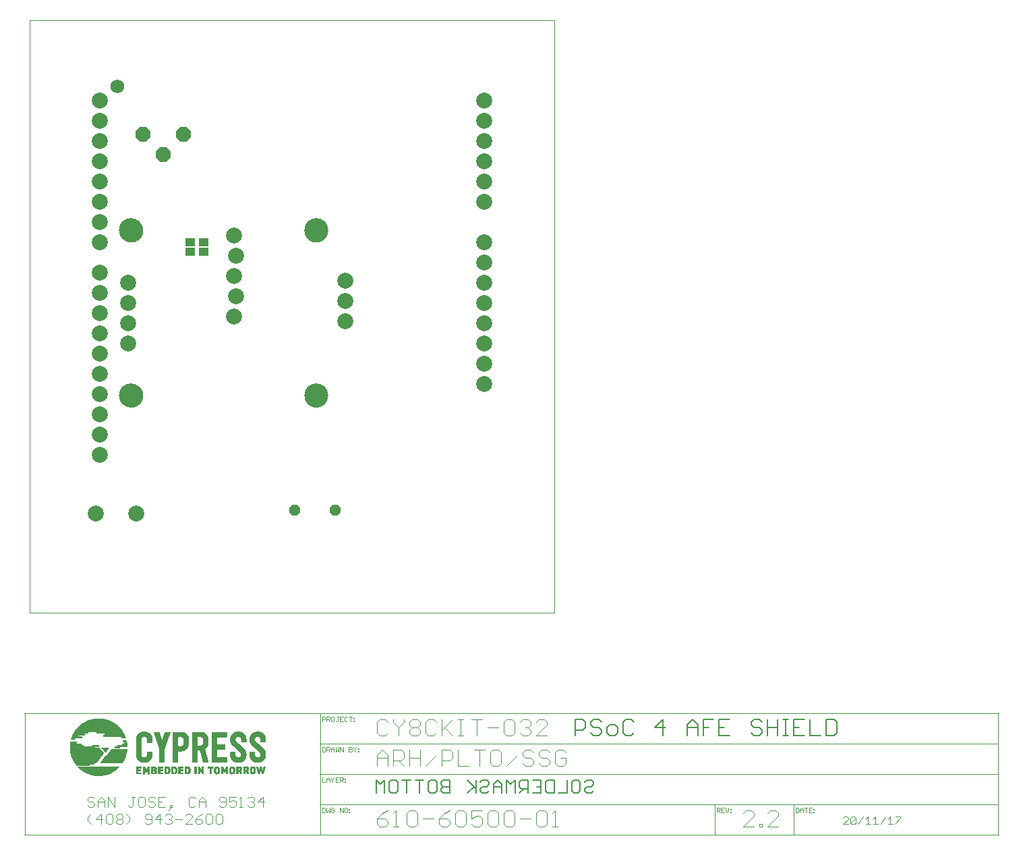
<source format=gbr>
G75*
%MOIN*%
%OFA0B0*%
%FSLAX25Y25*%
%IPPOS*%
%LPD*%
%AMOC8*
5,1,8,0,0,1.08239X$1,22.5*
%
%ADD10C,0.00000*%
%ADD11C,0.00600*%
%ADD12C,0.00098*%
%ADD13C,0.00200*%
%ADD14C,0.00300*%
%ADD15C,0.00700*%
%ADD16C,0.07900*%
%ADD17C,0.11839*%
%ADD18OC8,0.07100*%
%ADD19OC8,0.05300*%
%ADD20R,0.04831X0.04437*%
%ADD21C,0.06800*%
D10*
X1426731Y0728034D02*
X1426731Y1020634D01*
X1685831Y1020634D01*
X1685831Y0728034D01*
X1426731Y0728034D01*
X1471134Y0835425D02*
X1471136Y0835575D01*
X1471142Y0835725D01*
X1471152Y0835875D01*
X1471166Y0836025D01*
X1471184Y0836174D01*
X1471206Y0836323D01*
X1471231Y0836471D01*
X1471261Y0836618D01*
X1471295Y0836765D01*
X1471332Y0836910D01*
X1471373Y0837055D01*
X1471418Y0837198D01*
X1471467Y0837340D01*
X1471520Y0837481D01*
X1471576Y0837620D01*
X1471636Y0837758D01*
X1471700Y0837894D01*
X1471767Y0838029D01*
X1471838Y0838161D01*
X1471912Y0838292D01*
X1471990Y0838421D01*
X1472071Y0838547D01*
X1472156Y0838671D01*
X1472243Y0838794D01*
X1472334Y0838913D01*
X1472428Y0839030D01*
X1472525Y0839145D01*
X1472625Y0839257D01*
X1472729Y0839367D01*
X1472834Y0839473D01*
X1472943Y0839577D01*
X1473055Y0839678D01*
X1473169Y0839776D01*
X1473285Y0839871D01*
X1473404Y0839962D01*
X1473526Y0840051D01*
X1473650Y0840136D01*
X1473776Y0840218D01*
X1473904Y0840296D01*
X1474034Y0840372D01*
X1474166Y0840443D01*
X1474300Y0840511D01*
X1474436Y0840576D01*
X1474573Y0840637D01*
X1474712Y0840694D01*
X1474852Y0840748D01*
X1474994Y0840798D01*
X1475137Y0840844D01*
X1475281Y0840886D01*
X1475427Y0840924D01*
X1475573Y0840959D01*
X1475720Y0840990D01*
X1475868Y0841016D01*
X1476017Y0841039D01*
X1476166Y0841058D01*
X1476315Y0841073D01*
X1476465Y0841084D01*
X1476615Y0841091D01*
X1476765Y0841094D01*
X1476916Y0841093D01*
X1477066Y0841088D01*
X1477216Y0841079D01*
X1477366Y0841066D01*
X1477515Y0841049D01*
X1477664Y0841028D01*
X1477812Y0841003D01*
X1477960Y0840975D01*
X1478106Y0840942D01*
X1478252Y0840906D01*
X1478397Y0840865D01*
X1478541Y0840821D01*
X1478683Y0840773D01*
X1478824Y0840721D01*
X1478964Y0840666D01*
X1479102Y0840607D01*
X1479238Y0840544D01*
X1479373Y0840478D01*
X1479506Y0840408D01*
X1479637Y0840334D01*
X1479767Y0840258D01*
X1479894Y0840177D01*
X1480019Y0840094D01*
X1480141Y0840007D01*
X1480262Y0839917D01*
X1480379Y0839824D01*
X1480495Y0839727D01*
X1480607Y0839628D01*
X1480718Y0839525D01*
X1480825Y0839420D01*
X1480929Y0839312D01*
X1481031Y0839202D01*
X1481130Y0839088D01*
X1481225Y0838972D01*
X1481318Y0838854D01*
X1481407Y0838733D01*
X1481493Y0838610D01*
X1481576Y0838484D01*
X1481655Y0838357D01*
X1481731Y0838227D01*
X1481804Y0838095D01*
X1481873Y0837962D01*
X1481938Y0837826D01*
X1482000Y0837690D01*
X1482058Y0837551D01*
X1482113Y0837411D01*
X1482164Y0837269D01*
X1482211Y0837127D01*
X1482254Y0836983D01*
X1482293Y0836838D01*
X1482329Y0836692D01*
X1482360Y0836545D01*
X1482388Y0836397D01*
X1482412Y0836249D01*
X1482432Y0836100D01*
X1482448Y0835950D01*
X1482460Y0835800D01*
X1482468Y0835650D01*
X1482472Y0835500D01*
X1482472Y0835350D01*
X1482468Y0835200D01*
X1482460Y0835050D01*
X1482448Y0834900D01*
X1482432Y0834750D01*
X1482412Y0834601D01*
X1482388Y0834453D01*
X1482360Y0834305D01*
X1482329Y0834158D01*
X1482293Y0834012D01*
X1482254Y0833867D01*
X1482211Y0833723D01*
X1482164Y0833581D01*
X1482113Y0833439D01*
X1482058Y0833299D01*
X1482000Y0833160D01*
X1481938Y0833024D01*
X1481873Y0832888D01*
X1481804Y0832755D01*
X1481731Y0832623D01*
X1481655Y0832493D01*
X1481576Y0832366D01*
X1481493Y0832240D01*
X1481407Y0832117D01*
X1481318Y0831996D01*
X1481225Y0831878D01*
X1481130Y0831762D01*
X1481031Y0831648D01*
X1480929Y0831538D01*
X1480825Y0831430D01*
X1480718Y0831325D01*
X1480607Y0831222D01*
X1480495Y0831123D01*
X1480379Y0831026D01*
X1480262Y0830933D01*
X1480141Y0830843D01*
X1480019Y0830756D01*
X1479894Y0830673D01*
X1479767Y0830592D01*
X1479638Y0830516D01*
X1479506Y0830442D01*
X1479373Y0830372D01*
X1479238Y0830306D01*
X1479102Y0830243D01*
X1478964Y0830184D01*
X1478824Y0830129D01*
X1478683Y0830077D01*
X1478541Y0830029D01*
X1478397Y0829985D01*
X1478252Y0829944D01*
X1478106Y0829908D01*
X1477960Y0829875D01*
X1477812Y0829847D01*
X1477664Y0829822D01*
X1477515Y0829801D01*
X1477366Y0829784D01*
X1477216Y0829771D01*
X1477066Y0829762D01*
X1476916Y0829757D01*
X1476765Y0829756D01*
X1476615Y0829759D01*
X1476465Y0829766D01*
X1476315Y0829777D01*
X1476166Y0829792D01*
X1476017Y0829811D01*
X1475868Y0829834D01*
X1475720Y0829860D01*
X1475573Y0829891D01*
X1475427Y0829926D01*
X1475281Y0829964D01*
X1475137Y0830006D01*
X1474994Y0830052D01*
X1474852Y0830102D01*
X1474712Y0830156D01*
X1474573Y0830213D01*
X1474436Y0830274D01*
X1474300Y0830339D01*
X1474166Y0830407D01*
X1474034Y0830478D01*
X1473904Y0830554D01*
X1473776Y0830632D01*
X1473650Y0830714D01*
X1473526Y0830799D01*
X1473404Y0830888D01*
X1473285Y0830979D01*
X1473169Y0831074D01*
X1473055Y0831172D01*
X1472943Y0831273D01*
X1472834Y0831377D01*
X1472729Y0831483D01*
X1472625Y0831593D01*
X1472525Y0831705D01*
X1472428Y0831820D01*
X1472334Y0831937D01*
X1472243Y0832056D01*
X1472156Y0832179D01*
X1472071Y0832303D01*
X1471990Y0832429D01*
X1471912Y0832558D01*
X1471838Y0832689D01*
X1471767Y0832821D01*
X1471700Y0832956D01*
X1471636Y0833092D01*
X1471576Y0833230D01*
X1471520Y0833369D01*
X1471467Y0833510D01*
X1471418Y0833652D01*
X1471373Y0833795D01*
X1471332Y0833940D01*
X1471295Y0834085D01*
X1471261Y0834232D01*
X1471231Y0834379D01*
X1471206Y0834527D01*
X1471184Y0834676D01*
X1471166Y0834825D01*
X1471152Y0834975D01*
X1471142Y0835125D01*
X1471136Y0835275D01*
X1471134Y0835425D01*
X1562473Y0835425D02*
X1562475Y0835575D01*
X1562481Y0835725D01*
X1562491Y0835875D01*
X1562505Y0836025D01*
X1562523Y0836174D01*
X1562545Y0836323D01*
X1562570Y0836471D01*
X1562600Y0836618D01*
X1562634Y0836765D01*
X1562671Y0836910D01*
X1562712Y0837055D01*
X1562757Y0837198D01*
X1562806Y0837340D01*
X1562859Y0837481D01*
X1562915Y0837620D01*
X1562975Y0837758D01*
X1563039Y0837894D01*
X1563106Y0838029D01*
X1563177Y0838161D01*
X1563251Y0838292D01*
X1563329Y0838421D01*
X1563410Y0838547D01*
X1563495Y0838671D01*
X1563582Y0838794D01*
X1563673Y0838913D01*
X1563767Y0839030D01*
X1563864Y0839145D01*
X1563964Y0839257D01*
X1564068Y0839367D01*
X1564173Y0839473D01*
X1564282Y0839577D01*
X1564394Y0839678D01*
X1564508Y0839776D01*
X1564624Y0839871D01*
X1564743Y0839962D01*
X1564865Y0840051D01*
X1564989Y0840136D01*
X1565115Y0840218D01*
X1565243Y0840296D01*
X1565373Y0840372D01*
X1565505Y0840443D01*
X1565639Y0840511D01*
X1565775Y0840576D01*
X1565912Y0840637D01*
X1566051Y0840694D01*
X1566191Y0840748D01*
X1566333Y0840798D01*
X1566476Y0840844D01*
X1566620Y0840886D01*
X1566766Y0840924D01*
X1566912Y0840959D01*
X1567059Y0840990D01*
X1567207Y0841016D01*
X1567356Y0841039D01*
X1567505Y0841058D01*
X1567654Y0841073D01*
X1567804Y0841084D01*
X1567954Y0841091D01*
X1568104Y0841094D01*
X1568255Y0841093D01*
X1568405Y0841088D01*
X1568555Y0841079D01*
X1568705Y0841066D01*
X1568854Y0841049D01*
X1569003Y0841028D01*
X1569151Y0841003D01*
X1569299Y0840975D01*
X1569445Y0840942D01*
X1569591Y0840906D01*
X1569736Y0840865D01*
X1569880Y0840821D01*
X1570022Y0840773D01*
X1570163Y0840721D01*
X1570303Y0840666D01*
X1570441Y0840607D01*
X1570577Y0840544D01*
X1570712Y0840478D01*
X1570845Y0840408D01*
X1570976Y0840334D01*
X1571106Y0840258D01*
X1571233Y0840177D01*
X1571358Y0840094D01*
X1571480Y0840007D01*
X1571601Y0839917D01*
X1571718Y0839824D01*
X1571834Y0839727D01*
X1571946Y0839628D01*
X1572057Y0839525D01*
X1572164Y0839420D01*
X1572268Y0839312D01*
X1572370Y0839202D01*
X1572469Y0839088D01*
X1572564Y0838972D01*
X1572657Y0838854D01*
X1572746Y0838733D01*
X1572832Y0838610D01*
X1572915Y0838484D01*
X1572994Y0838357D01*
X1573070Y0838227D01*
X1573143Y0838095D01*
X1573212Y0837962D01*
X1573277Y0837826D01*
X1573339Y0837690D01*
X1573397Y0837551D01*
X1573452Y0837411D01*
X1573503Y0837269D01*
X1573550Y0837127D01*
X1573593Y0836983D01*
X1573632Y0836838D01*
X1573668Y0836692D01*
X1573699Y0836545D01*
X1573727Y0836397D01*
X1573751Y0836249D01*
X1573771Y0836100D01*
X1573787Y0835950D01*
X1573799Y0835800D01*
X1573807Y0835650D01*
X1573811Y0835500D01*
X1573811Y0835350D01*
X1573807Y0835200D01*
X1573799Y0835050D01*
X1573787Y0834900D01*
X1573771Y0834750D01*
X1573751Y0834601D01*
X1573727Y0834453D01*
X1573699Y0834305D01*
X1573668Y0834158D01*
X1573632Y0834012D01*
X1573593Y0833867D01*
X1573550Y0833723D01*
X1573503Y0833581D01*
X1573452Y0833439D01*
X1573397Y0833299D01*
X1573339Y0833160D01*
X1573277Y0833024D01*
X1573212Y0832888D01*
X1573143Y0832755D01*
X1573070Y0832623D01*
X1572994Y0832493D01*
X1572915Y0832366D01*
X1572832Y0832240D01*
X1572746Y0832117D01*
X1572657Y0831996D01*
X1572564Y0831878D01*
X1572469Y0831762D01*
X1572370Y0831648D01*
X1572268Y0831538D01*
X1572164Y0831430D01*
X1572057Y0831325D01*
X1571946Y0831222D01*
X1571834Y0831123D01*
X1571718Y0831026D01*
X1571601Y0830933D01*
X1571480Y0830843D01*
X1571358Y0830756D01*
X1571233Y0830673D01*
X1571106Y0830592D01*
X1570977Y0830516D01*
X1570845Y0830442D01*
X1570712Y0830372D01*
X1570577Y0830306D01*
X1570441Y0830243D01*
X1570303Y0830184D01*
X1570163Y0830129D01*
X1570022Y0830077D01*
X1569880Y0830029D01*
X1569736Y0829985D01*
X1569591Y0829944D01*
X1569445Y0829908D01*
X1569299Y0829875D01*
X1569151Y0829847D01*
X1569003Y0829822D01*
X1568854Y0829801D01*
X1568705Y0829784D01*
X1568555Y0829771D01*
X1568405Y0829762D01*
X1568255Y0829757D01*
X1568104Y0829756D01*
X1567954Y0829759D01*
X1567804Y0829766D01*
X1567654Y0829777D01*
X1567505Y0829792D01*
X1567356Y0829811D01*
X1567207Y0829834D01*
X1567059Y0829860D01*
X1566912Y0829891D01*
X1566766Y0829926D01*
X1566620Y0829964D01*
X1566476Y0830006D01*
X1566333Y0830052D01*
X1566191Y0830102D01*
X1566051Y0830156D01*
X1565912Y0830213D01*
X1565775Y0830274D01*
X1565639Y0830339D01*
X1565505Y0830407D01*
X1565373Y0830478D01*
X1565243Y0830554D01*
X1565115Y0830632D01*
X1564989Y0830714D01*
X1564865Y0830799D01*
X1564743Y0830888D01*
X1564624Y0830979D01*
X1564508Y0831074D01*
X1564394Y0831172D01*
X1564282Y0831273D01*
X1564173Y0831377D01*
X1564068Y0831483D01*
X1563964Y0831593D01*
X1563864Y0831705D01*
X1563767Y0831820D01*
X1563673Y0831937D01*
X1563582Y0832056D01*
X1563495Y0832179D01*
X1563410Y0832303D01*
X1563329Y0832429D01*
X1563251Y0832558D01*
X1563177Y0832689D01*
X1563106Y0832821D01*
X1563039Y0832956D01*
X1562975Y0833092D01*
X1562915Y0833230D01*
X1562859Y0833369D01*
X1562806Y0833510D01*
X1562757Y0833652D01*
X1562712Y0833795D01*
X1562671Y0833940D01*
X1562634Y0834085D01*
X1562600Y0834232D01*
X1562570Y0834379D01*
X1562545Y0834527D01*
X1562523Y0834676D01*
X1562505Y0834825D01*
X1562491Y0834975D01*
X1562481Y0835125D01*
X1562475Y0835275D01*
X1562473Y0835425D01*
X1562473Y0916921D02*
X1562475Y0917071D01*
X1562481Y0917221D01*
X1562491Y0917371D01*
X1562505Y0917521D01*
X1562523Y0917670D01*
X1562545Y0917819D01*
X1562570Y0917967D01*
X1562600Y0918114D01*
X1562634Y0918261D01*
X1562671Y0918406D01*
X1562712Y0918551D01*
X1562757Y0918694D01*
X1562806Y0918836D01*
X1562859Y0918977D01*
X1562915Y0919116D01*
X1562975Y0919254D01*
X1563039Y0919390D01*
X1563106Y0919525D01*
X1563177Y0919657D01*
X1563251Y0919788D01*
X1563329Y0919917D01*
X1563410Y0920043D01*
X1563495Y0920167D01*
X1563582Y0920290D01*
X1563673Y0920409D01*
X1563767Y0920526D01*
X1563864Y0920641D01*
X1563964Y0920753D01*
X1564068Y0920863D01*
X1564173Y0920969D01*
X1564282Y0921073D01*
X1564394Y0921174D01*
X1564508Y0921272D01*
X1564624Y0921367D01*
X1564743Y0921458D01*
X1564865Y0921547D01*
X1564989Y0921632D01*
X1565115Y0921714D01*
X1565243Y0921792D01*
X1565373Y0921868D01*
X1565505Y0921939D01*
X1565639Y0922007D01*
X1565775Y0922072D01*
X1565912Y0922133D01*
X1566051Y0922190D01*
X1566191Y0922244D01*
X1566333Y0922294D01*
X1566476Y0922340D01*
X1566620Y0922382D01*
X1566766Y0922420D01*
X1566912Y0922455D01*
X1567059Y0922486D01*
X1567207Y0922512D01*
X1567356Y0922535D01*
X1567505Y0922554D01*
X1567654Y0922569D01*
X1567804Y0922580D01*
X1567954Y0922587D01*
X1568104Y0922590D01*
X1568255Y0922589D01*
X1568405Y0922584D01*
X1568555Y0922575D01*
X1568705Y0922562D01*
X1568854Y0922545D01*
X1569003Y0922524D01*
X1569151Y0922499D01*
X1569299Y0922471D01*
X1569445Y0922438D01*
X1569591Y0922402D01*
X1569736Y0922361D01*
X1569880Y0922317D01*
X1570022Y0922269D01*
X1570163Y0922217D01*
X1570303Y0922162D01*
X1570441Y0922103D01*
X1570577Y0922040D01*
X1570712Y0921974D01*
X1570845Y0921904D01*
X1570976Y0921830D01*
X1571106Y0921754D01*
X1571233Y0921673D01*
X1571358Y0921590D01*
X1571480Y0921503D01*
X1571601Y0921413D01*
X1571718Y0921320D01*
X1571834Y0921223D01*
X1571946Y0921124D01*
X1572057Y0921021D01*
X1572164Y0920916D01*
X1572268Y0920808D01*
X1572370Y0920698D01*
X1572469Y0920584D01*
X1572564Y0920468D01*
X1572657Y0920350D01*
X1572746Y0920229D01*
X1572832Y0920106D01*
X1572915Y0919980D01*
X1572994Y0919853D01*
X1573070Y0919723D01*
X1573143Y0919591D01*
X1573212Y0919458D01*
X1573277Y0919322D01*
X1573339Y0919186D01*
X1573397Y0919047D01*
X1573452Y0918907D01*
X1573503Y0918765D01*
X1573550Y0918623D01*
X1573593Y0918479D01*
X1573632Y0918334D01*
X1573668Y0918188D01*
X1573699Y0918041D01*
X1573727Y0917893D01*
X1573751Y0917745D01*
X1573771Y0917596D01*
X1573787Y0917446D01*
X1573799Y0917296D01*
X1573807Y0917146D01*
X1573811Y0916996D01*
X1573811Y0916846D01*
X1573807Y0916696D01*
X1573799Y0916546D01*
X1573787Y0916396D01*
X1573771Y0916246D01*
X1573751Y0916097D01*
X1573727Y0915949D01*
X1573699Y0915801D01*
X1573668Y0915654D01*
X1573632Y0915508D01*
X1573593Y0915363D01*
X1573550Y0915219D01*
X1573503Y0915077D01*
X1573452Y0914935D01*
X1573397Y0914795D01*
X1573339Y0914656D01*
X1573277Y0914520D01*
X1573212Y0914384D01*
X1573143Y0914251D01*
X1573070Y0914119D01*
X1572994Y0913989D01*
X1572915Y0913862D01*
X1572832Y0913736D01*
X1572746Y0913613D01*
X1572657Y0913492D01*
X1572564Y0913374D01*
X1572469Y0913258D01*
X1572370Y0913144D01*
X1572268Y0913034D01*
X1572164Y0912926D01*
X1572057Y0912821D01*
X1571946Y0912718D01*
X1571834Y0912619D01*
X1571718Y0912522D01*
X1571601Y0912429D01*
X1571480Y0912339D01*
X1571358Y0912252D01*
X1571233Y0912169D01*
X1571106Y0912088D01*
X1570977Y0912012D01*
X1570845Y0911938D01*
X1570712Y0911868D01*
X1570577Y0911802D01*
X1570441Y0911739D01*
X1570303Y0911680D01*
X1570163Y0911625D01*
X1570022Y0911573D01*
X1569880Y0911525D01*
X1569736Y0911481D01*
X1569591Y0911440D01*
X1569445Y0911404D01*
X1569299Y0911371D01*
X1569151Y0911343D01*
X1569003Y0911318D01*
X1568854Y0911297D01*
X1568705Y0911280D01*
X1568555Y0911267D01*
X1568405Y0911258D01*
X1568255Y0911253D01*
X1568104Y0911252D01*
X1567954Y0911255D01*
X1567804Y0911262D01*
X1567654Y0911273D01*
X1567505Y0911288D01*
X1567356Y0911307D01*
X1567207Y0911330D01*
X1567059Y0911356D01*
X1566912Y0911387D01*
X1566766Y0911422D01*
X1566620Y0911460D01*
X1566476Y0911502D01*
X1566333Y0911548D01*
X1566191Y0911598D01*
X1566051Y0911652D01*
X1565912Y0911709D01*
X1565775Y0911770D01*
X1565639Y0911835D01*
X1565505Y0911903D01*
X1565373Y0911974D01*
X1565243Y0912050D01*
X1565115Y0912128D01*
X1564989Y0912210D01*
X1564865Y0912295D01*
X1564743Y0912384D01*
X1564624Y0912475D01*
X1564508Y0912570D01*
X1564394Y0912668D01*
X1564282Y0912769D01*
X1564173Y0912873D01*
X1564068Y0912979D01*
X1563964Y0913089D01*
X1563864Y0913201D01*
X1563767Y0913316D01*
X1563673Y0913433D01*
X1563582Y0913552D01*
X1563495Y0913675D01*
X1563410Y0913799D01*
X1563329Y0913925D01*
X1563251Y0914054D01*
X1563177Y0914185D01*
X1563106Y0914317D01*
X1563039Y0914452D01*
X1562975Y0914588D01*
X1562915Y0914726D01*
X1562859Y0914865D01*
X1562806Y0915006D01*
X1562757Y0915148D01*
X1562712Y0915291D01*
X1562671Y0915436D01*
X1562634Y0915581D01*
X1562600Y0915728D01*
X1562570Y0915875D01*
X1562545Y0916023D01*
X1562523Y0916172D01*
X1562505Y0916321D01*
X1562491Y0916471D01*
X1562481Y0916621D01*
X1562475Y0916771D01*
X1562473Y0916921D01*
X1471134Y0916921D02*
X1471136Y0917071D01*
X1471142Y0917221D01*
X1471152Y0917371D01*
X1471166Y0917521D01*
X1471184Y0917670D01*
X1471206Y0917819D01*
X1471231Y0917967D01*
X1471261Y0918114D01*
X1471295Y0918261D01*
X1471332Y0918406D01*
X1471373Y0918551D01*
X1471418Y0918694D01*
X1471467Y0918836D01*
X1471520Y0918977D01*
X1471576Y0919116D01*
X1471636Y0919254D01*
X1471700Y0919390D01*
X1471767Y0919525D01*
X1471838Y0919657D01*
X1471912Y0919788D01*
X1471990Y0919917D01*
X1472071Y0920043D01*
X1472156Y0920167D01*
X1472243Y0920290D01*
X1472334Y0920409D01*
X1472428Y0920526D01*
X1472525Y0920641D01*
X1472625Y0920753D01*
X1472729Y0920863D01*
X1472834Y0920969D01*
X1472943Y0921073D01*
X1473055Y0921174D01*
X1473169Y0921272D01*
X1473285Y0921367D01*
X1473404Y0921458D01*
X1473526Y0921547D01*
X1473650Y0921632D01*
X1473776Y0921714D01*
X1473904Y0921792D01*
X1474034Y0921868D01*
X1474166Y0921939D01*
X1474300Y0922007D01*
X1474436Y0922072D01*
X1474573Y0922133D01*
X1474712Y0922190D01*
X1474852Y0922244D01*
X1474994Y0922294D01*
X1475137Y0922340D01*
X1475281Y0922382D01*
X1475427Y0922420D01*
X1475573Y0922455D01*
X1475720Y0922486D01*
X1475868Y0922512D01*
X1476017Y0922535D01*
X1476166Y0922554D01*
X1476315Y0922569D01*
X1476465Y0922580D01*
X1476615Y0922587D01*
X1476765Y0922590D01*
X1476916Y0922589D01*
X1477066Y0922584D01*
X1477216Y0922575D01*
X1477366Y0922562D01*
X1477515Y0922545D01*
X1477664Y0922524D01*
X1477812Y0922499D01*
X1477960Y0922471D01*
X1478106Y0922438D01*
X1478252Y0922402D01*
X1478397Y0922361D01*
X1478541Y0922317D01*
X1478683Y0922269D01*
X1478824Y0922217D01*
X1478964Y0922162D01*
X1479102Y0922103D01*
X1479238Y0922040D01*
X1479373Y0921974D01*
X1479506Y0921904D01*
X1479637Y0921830D01*
X1479767Y0921754D01*
X1479894Y0921673D01*
X1480019Y0921590D01*
X1480141Y0921503D01*
X1480262Y0921413D01*
X1480379Y0921320D01*
X1480495Y0921223D01*
X1480607Y0921124D01*
X1480718Y0921021D01*
X1480825Y0920916D01*
X1480929Y0920808D01*
X1481031Y0920698D01*
X1481130Y0920584D01*
X1481225Y0920468D01*
X1481318Y0920350D01*
X1481407Y0920229D01*
X1481493Y0920106D01*
X1481576Y0919980D01*
X1481655Y0919853D01*
X1481731Y0919723D01*
X1481804Y0919591D01*
X1481873Y0919458D01*
X1481938Y0919322D01*
X1482000Y0919186D01*
X1482058Y0919047D01*
X1482113Y0918907D01*
X1482164Y0918765D01*
X1482211Y0918623D01*
X1482254Y0918479D01*
X1482293Y0918334D01*
X1482329Y0918188D01*
X1482360Y0918041D01*
X1482388Y0917893D01*
X1482412Y0917745D01*
X1482432Y0917596D01*
X1482448Y0917446D01*
X1482460Y0917296D01*
X1482468Y0917146D01*
X1482472Y0916996D01*
X1482472Y0916846D01*
X1482468Y0916696D01*
X1482460Y0916546D01*
X1482448Y0916396D01*
X1482432Y0916246D01*
X1482412Y0916097D01*
X1482388Y0915949D01*
X1482360Y0915801D01*
X1482329Y0915654D01*
X1482293Y0915508D01*
X1482254Y0915363D01*
X1482211Y0915219D01*
X1482164Y0915077D01*
X1482113Y0914935D01*
X1482058Y0914795D01*
X1482000Y0914656D01*
X1481938Y0914520D01*
X1481873Y0914384D01*
X1481804Y0914251D01*
X1481731Y0914119D01*
X1481655Y0913989D01*
X1481576Y0913862D01*
X1481493Y0913736D01*
X1481407Y0913613D01*
X1481318Y0913492D01*
X1481225Y0913374D01*
X1481130Y0913258D01*
X1481031Y0913144D01*
X1480929Y0913034D01*
X1480825Y0912926D01*
X1480718Y0912821D01*
X1480607Y0912718D01*
X1480495Y0912619D01*
X1480379Y0912522D01*
X1480262Y0912429D01*
X1480141Y0912339D01*
X1480019Y0912252D01*
X1479894Y0912169D01*
X1479767Y0912088D01*
X1479638Y0912012D01*
X1479506Y0911938D01*
X1479373Y0911868D01*
X1479238Y0911802D01*
X1479102Y0911739D01*
X1478964Y0911680D01*
X1478824Y0911625D01*
X1478683Y0911573D01*
X1478541Y0911525D01*
X1478397Y0911481D01*
X1478252Y0911440D01*
X1478106Y0911404D01*
X1477960Y0911371D01*
X1477812Y0911343D01*
X1477664Y0911318D01*
X1477515Y0911297D01*
X1477366Y0911280D01*
X1477216Y0911267D01*
X1477066Y0911258D01*
X1476916Y0911253D01*
X1476765Y0911252D01*
X1476615Y0911255D01*
X1476465Y0911262D01*
X1476315Y0911273D01*
X1476166Y0911288D01*
X1476017Y0911307D01*
X1475868Y0911330D01*
X1475720Y0911356D01*
X1475573Y0911387D01*
X1475427Y0911422D01*
X1475281Y0911460D01*
X1475137Y0911502D01*
X1474994Y0911548D01*
X1474852Y0911598D01*
X1474712Y0911652D01*
X1474573Y0911709D01*
X1474436Y0911770D01*
X1474300Y0911835D01*
X1474166Y0911903D01*
X1474034Y0911974D01*
X1473904Y0912050D01*
X1473776Y0912128D01*
X1473650Y0912210D01*
X1473526Y0912295D01*
X1473404Y0912384D01*
X1473285Y0912475D01*
X1473169Y0912570D01*
X1473055Y0912668D01*
X1472943Y0912769D01*
X1472834Y0912873D01*
X1472729Y0912979D01*
X1472625Y0913089D01*
X1472525Y0913201D01*
X1472428Y0913316D01*
X1472334Y0913433D01*
X1472243Y0913552D01*
X1472156Y0913675D01*
X1472071Y0913799D01*
X1471990Y0913925D01*
X1471912Y0914054D01*
X1471838Y0914185D01*
X1471767Y0914317D01*
X1471700Y0914452D01*
X1471636Y0914588D01*
X1471576Y0914726D01*
X1471520Y0914865D01*
X1471467Y0915006D01*
X1471418Y0915148D01*
X1471373Y0915291D01*
X1471332Y0915436D01*
X1471295Y0915581D01*
X1471261Y0915728D01*
X1471231Y0915875D01*
X1471206Y0916023D01*
X1471184Y0916172D01*
X1471166Y0916321D01*
X1471152Y0916471D01*
X1471142Y0916621D01*
X1471136Y0916771D01*
X1471134Y0916921D01*
D11*
X1597833Y0645419D02*
X1597833Y0639014D01*
X1602103Y0639014D02*
X1602103Y0645419D01*
X1599968Y0643284D01*
X1597833Y0645419D01*
X1604278Y0644352D02*
X1605346Y0645419D01*
X1607481Y0645419D01*
X1608548Y0644352D01*
X1608548Y0640081D01*
X1607481Y0639014D01*
X1605346Y0639014D01*
X1604278Y0640081D01*
X1604278Y0644352D01*
X1610724Y0645419D02*
X1614994Y0645419D01*
X1612859Y0645419D02*
X1612859Y0639014D01*
X1619304Y0639014D02*
X1619304Y0645419D01*
X1621439Y0645419D02*
X1617169Y0645419D01*
X1623615Y0644352D02*
X1624682Y0645419D01*
X1626817Y0645419D01*
X1627885Y0644352D01*
X1627885Y0640081D01*
X1626817Y0639014D01*
X1624682Y0639014D01*
X1623615Y0640081D01*
X1623615Y0644352D01*
X1630060Y0644352D02*
X1630060Y0643284D01*
X1631128Y0642216D01*
X1634330Y0642216D01*
X1634330Y0639014D02*
X1631128Y0639014D01*
X1630060Y0640081D01*
X1630060Y0641149D01*
X1631128Y0642216D01*
X1630060Y0644352D02*
X1631128Y0645419D01*
X1634330Y0645419D01*
X1634330Y0639014D01*
X1642951Y0639014D02*
X1646154Y0642216D01*
X1647221Y0641149D02*
X1642951Y0645419D01*
X1647221Y0645419D02*
X1647221Y0639014D01*
X1649397Y0640081D02*
X1650464Y0639014D01*
X1652599Y0639014D01*
X1653667Y0640081D01*
X1652599Y0642216D02*
X1650464Y0642216D01*
X1649397Y0641149D01*
X1649397Y0640081D01*
X1652599Y0642216D02*
X1653667Y0643284D01*
X1653667Y0644352D01*
X1652599Y0645419D01*
X1650464Y0645419D01*
X1649397Y0644352D01*
X1655842Y0643284D02*
X1655842Y0639014D01*
X1655842Y0642216D02*
X1660112Y0642216D01*
X1660112Y0643284D02*
X1657977Y0645419D01*
X1655842Y0643284D01*
X1660112Y0643284D02*
X1660112Y0639014D01*
X1662288Y0639014D02*
X1662288Y0645419D01*
X1664423Y0643284D01*
X1666558Y0645419D01*
X1666558Y0639014D01*
X1668733Y0639014D02*
X1670868Y0641149D01*
X1669801Y0641149D02*
X1673003Y0641149D01*
X1673003Y0639014D02*
X1673003Y0645419D01*
X1669801Y0645419D01*
X1668733Y0644352D01*
X1668733Y0642216D01*
X1669801Y0641149D01*
X1675179Y0639014D02*
X1679449Y0639014D01*
X1679449Y0645419D01*
X1675179Y0645419D01*
X1677314Y0642216D02*
X1679449Y0642216D01*
X1681624Y0640081D02*
X1681624Y0644352D01*
X1682692Y0645419D01*
X1685894Y0645419D01*
X1685894Y0639014D01*
X1682692Y0639014D01*
X1681624Y0640081D01*
X1688070Y0639014D02*
X1692340Y0639014D01*
X1692340Y0645419D01*
X1694515Y0644352D02*
X1695583Y0645419D01*
X1697718Y0645419D01*
X1698785Y0644352D01*
X1698785Y0640081D01*
X1697718Y0639014D01*
X1695583Y0639014D01*
X1694515Y0640081D01*
X1694515Y0644352D01*
X1700961Y0644352D02*
X1702028Y0645419D01*
X1704163Y0645419D01*
X1705231Y0644352D01*
X1705231Y0643284D01*
X1704163Y0642216D01*
X1702028Y0642216D01*
X1700961Y0641149D01*
X1700961Y0640081D01*
X1702028Y0639014D01*
X1704163Y0639014D01*
X1705231Y0640081D01*
D12*
X1424242Y0618510D02*
X1424067Y0618510D01*
X1424242Y0618510D02*
X1424242Y0678510D01*
X1424067Y0678510D01*
X1424242Y0678510D02*
X1570242Y0678510D01*
X1570242Y0618510D01*
X1765242Y0618510D01*
X1765242Y0633510D01*
X1804242Y0633510D01*
X1804242Y0618510D01*
X1905403Y0618510D01*
X1905578Y0618510D01*
X1905403Y0618510D02*
X1905403Y0678510D01*
X1905578Y0678510D01*
X1905403Y0678510D02*
X1570242Y0678510D01*
X1571242Y0676710D02*
X1572341Y0676710D01*
X1572708Y0676343D01*
X1572708Y0675610D01*
X1572341Y0675243D01*
X1571242Y0675243D01*
X1571242Y0676710D01*
X1571242Y0675243D02*
X1571242Y0674510D01*
X1573441Y0674510D02*
X1573441Y0675243D01*
X1574174Y0675243D01*
X1574907Y0674510D01*
X1574541Y0675243D02*
X1574174Y0675243D01*
X1574541Y0675243D02*
X1574907Y0675610D01*
X1574907Y0676343D01*
X1574541Y0676710D01*
X1573441Y0676710D01*
X1573441Y0675243D01*
X1575640Y0674877D02*
X1576007Y0674510D01*
X1576740Y0674510D01*
X1577107Y0674877D01*
X1577107Y0676343D01*
X1576740Y0676710D01*
X1576007Y0676710D01*
X1575640Y0676343D01*
X1575640Y0674877D01*
X1577840Y0674877D02*
X1578206Y0674510D01*
X1578573Y0674510D01*
X1578939Y0674877D01*
X1578939Y0676710D01*
X1578573Y0676710D01*
X1578939Y0676710D02*
X1579306Y0676710D01*
X1580039Y0676710D02*
X1580039Y0675610D01*
X1580772Y0675610D01*
X1580039Y0675610D02*
X1580039Y0674510D01*
X1581505Y0674510D01*
X1582238Y0674877D02*
X1582605Y0674510D01*
X1583338Y0674510D01*
X1583704Y0674877D01*
X1582238Y0674877D02*
X1582238Y0676343D01*
X1582605Y0676710D01*
X1583338Y0676710D01*
X1583704Y0676343D01*
X1584438Y0676710D02*
X1585171Y0676710D01*
X1585171Y0674510D01*
X1586637Y0674510D02*
X1586637Y0674877D01*
X1587003Y0674877D01*
X1587003Y0674510D01*
X1586637Y0674510D01*
X1586637Y0675610D02*
X1586637Y0675977D01*
X1587003Y0675977D01*
X1587003Y0675610D01*
X1586637Y0675610D01*
X1585904Y0676710D02*
X1585171Y0676710D01*
X1581505Y0676710D02*
X1580039Y0676710D01*
X1580039Y0661710D02*
X1581505Y0659510D01*
X1581505Y0661710D01*
X1580039Y0661710D02*
X1580039Y0659510D01*
X1579306Y0659510D02*
X1579306Y0661710D01*
X1577840Y0661710D02*
X1577840Y0659510D01*
X1578573Y0660243D01*
X1579306Y0659510D01*
X1577107Y0659510D02*
X1577107Y0660610D01*
X1575640Y0660610D01*
X1575640Y0660977D01*
X1576374Y0661710D01*
X1577107Y0660977D01*
X1577107Y0660610D01*
X1575640Y0660610D02*
X1575640Y0659510D01*
X1574907Y0659510D02*
X1574174Y0660243D01*
X1573441Y0660243D01*
X1573441Y0661710D01*
X1574541Y0661710D01*
X1574907Y0661343D01*
X1574907Y0660610D01*
X1574541Y0660243D01*
X1574174Y0660243D01*
X1573441Y0660243D02*
X1573441Y0659510D01*
X1572708Y0659877D02*
X1572708Y0661343D01*
X1572341Y0661710D01*
X1571242Y0661710D01*
X1571242Y0659510D01*
X1572341Y0659510D01*
X1572708Y0659877D01*
X1570067Y0663510D02*
X1905417Y0663510D01*
X1905417Y0648510D02*
X1570067Y0648510D01*
X1571242Y0646710D02*
X1571242Y0644510D01*
X1572708Y0644510D01*
X1573441Y0644510D02*
X1573441Y0645610D01*
X1574907Y0645610D01*
X1574907Y0644510D01*
X1574907Y0645610D02*
X1574907Y0645977D01*
X1574174Y0646710D01*
X1573441Y0645977D01*
X1573441Y0645610D01*
X1575640Y0646343D02*
X1576374Y0645610D01*
X1576374Y0644510D01*
X1576374Y0645610D02*
X1577107Y0646343D01*
X1577107Y0646710D01*
X1577840Y0646710D02*
X1577840Y0645610D01*
X1578573Y0645610D01*
X1577840Y0645610D02*
X1577840Y0644510D01*
X1579306Y0644510D01*
X1580039Y0644510D02*
X1580039Y0645243D01*
X1580772Y0645243D01*
X1581505Y0644510D01*
X1582238Y0644510D02*
X1582238Y0644877D01*
X1582605Y0644877D01*
X1582605Y0644510D01*
X1582238Y0644510D01*
X1582238Y0645610D02*
X1582238Y0645977D01*
X1582605Y0645977D01*
X1582605Y0645610D01*
X1582238Y0645610D01*
X1581505Y0645610D02*
X1581139Y0645243D01*
X1580772Y0645243D01*
X1580039Y0645243D02*
X1580039Y0646710D01*
X1581139Y0646710D01*
X1581505Y0646343D01*
X1581505Y0645610D01*
X1579306Y0646710D02*
X1577840Y0646710D01*
X1575640Y0646710D02*
X1575640Y0646343D01*
X1570067Y0633510D02*
X1765242Y0633510D01*
X1766242Y0631710D02*
X1767341Y0631710D01*
X1767708Y0631343D01*
X1767708Y0630610D01*
X1767341Y0630243D01*
X1766975Y0630243D01*
X1767708Y0629510D01*
X1768441Y0629510D02*
X1769907Y0629510D01*
X1770640Y0630243D02*
X1771374Y0629510D01*
X1772107Y0630243D01*
X1772107Y0631710D01*
X1772840Y0630977D02*
X1772840Y0630610D01*
X1773206Y0630610D01*
X1773206Y0630977D01*
X1772840Y0630977D01*
X1772840Y0629877D02*
X1772840Y0629510D01*
X1773206Y0629510D01*
X1773206Y0629877D01*
X1772840Y0629877D01*
X1770640Y0630243D02*
X1770640Y0631710D01*
X1769907Y0631710D02*
X1768441Y0631710D01*
X1768441Y0630610D01*
X1769174Y0630610D01*
X1768441Y0630610D02*
X1768441Y0629510D01*
X1766975Y0630243D02*
X1766242Y0630243D01*
X1766242Y0631710D01*
X1766242Y0630243D02*
X1766242Y0629510D01*
X1765242Y0618510D02*
X1804242Y0618510D01*
X1796542Y0622392D02*
X1791210Y0622392D01*
X1796542Y0627724D01*
X1796542Y0629057D01*
X1795209Y0630390D01*
X1792543Y0630390D01*
X1791210Y0629057D01*
X1788572Y0623843D02*
X1788572Y0622510D01*
X1787239Y0622510D01*
X1787239Y0623843D01*
X1788572Y0623843D01*
X1784573Y0622510D02*
X1779242Y0622510D01*
X1784573Y0627842D01*
X1784573Y0629175D01*
X1783241Y0630508D01*
X1780575Y0630508D01*
X1779242Y0629175D01*
X1804242Y0633510D02*
X1905417Y0633510D01*
X1814406Y0630977D02*
X1814406Y0630610D01*
X1814039Y0630610D01*
X1814039Y0630977D01*
X1814406Y0630977D01*
X1814406Y0629877D02*
X1814406Y0629510D01*
X1814039Y0629510D01*
X1814039Y0629877D01*
X1814406Y0629877D01*
X1813306Y0629510D02*
X1811840Y0629510D01*
X1811840Y0630610D01*
X1812573Y0630610D01*
X1811840Y0630610D02*
X1811840Y0631710D01*
X1813306Y0631710D01*
X1811107Y0631710D02*
X1810374Y0631710D01*
X1810374Y0629510D01*
X1808907Y0629510D02*
X1808907Y0630610D01*
X1807441Y0630610D01*
X1807441Y0630977D01*
X1808174Y0631710D01*
X1808907Y0630977D01*
X1808907Y0630610D01*
X1809640Y0631710D02*
X1810374Y0631710D01*
X1807441Y0630610D02*
X1807441Y0629510D01*
X1806708Y0629877D02*
X1806708Y0631343D01*
X1806341Y0631710D01*
X1805242Y0631710D01*
X1805242Y0629510D01*
X1806341Y0629510D01*
X1806708Y0629877D01*
X1691545Y0653843D02*
X1691545Y0656509D01*
X1688879Y0656509D01*
X1686213Y0653843D02*
X1687546Y0652510D01*
X1690212Y0652510D01*
X1691545Y0653843D01*
X1686213Y0653843D02*
X1686213Y0659175D01*
X1687546Y0660508D01*
X1690212Y0660508D01*
X1691545Y0659175D01*
X1683548Y0659175D02*
X1682215Y0660508D01*
X1679549Y0660508D01*
X1678216Y0659175D01*
X1678216Y0657842D01*
X1679549Y0656509D01*
X1682215Y0656509D01*
X1683548Y0655176D01*
X1683548Y0653843D01*
X1682215Y0652510D01*
X1679549Y0652510D01*
X1678216Y0653843D01*
X1675550Y0653843D02*
X1674217Y0652510D01*
X1671551Y0652510D01*
X1670219Y0653843D01*
X1671551Y0656509D02*
X1674217Y0656509D01*
X1675550Y0655176D01*
X1675550Y0653843D01*
X1671551Y0656509D02*
X1670219Y0657842D01*
X1670219Y0659175D01*
X1671551Y0660508D01*
X1674217Y0660508D01*
X1675550Y0659175D01*
X1667553Y0657842D02*
X1662221Y0652510D01*
X1659555Y0653843D02*
X1659555Y0659175D01*
X1658222Y0660508D01*
X1655557Y0660508D01*
X1654224Y0659175D01*
X1654224Y0653843D01*
X1655557Y0652510D01*
X1658222Y0652510D01*
X1659555Y0653843D01*
X1651558Y0660508D02*
X1648892Y0660508D01*
X1648892Y0652510D01*
X1643561Y0652510D02*
X1638229Y0652510D01*
X1638229Y0660508D01*
X1635563Y0659175D02*
X1635563Y0656509D01*
X1634230Y0655176D01*
X1630231Y0655176D01*
X1630231Y0660508D01*
X1634230Y0660508D01*
X1635563Y0659175D01*
X1630231Y0655176D02*
X1630231Y0652510D01*
X1627566Y0657842D02*
X1622234Y0652510D01*
X1619568Y0652510D02*
X1619568Y0656509D01*
X1619568Y0660508D01*
X1619568Y0656509D02*
X1614237Y0656509D01*
X1614237Y0652510D01*
X1611571Y0652510D02*
X1608905Y0655176D01*
X1606239Y0655176D01*
X1606239Y0660508D01*
X1610238Y0660508D01*
X1611571Y0659175D01*
X1611571Y0656509D01*
X1610238Y0655176D01*
X1608905Y0655176D01*
X1606239Y0655176D02*
X1606239Y0652510D01*
X1603573Y0652510D02*
X1603573Y0656509D01*
X1598242Y0656509D01*
X1598242Y0657842D01*
X1600908Y0660508D01*
X1603573Y0657842D01*
X1603573Y0656509D01*
X1598242Y0656509D02*
X1598242Y0652510D01*
X1589203Y0659510D02*
X1588836Y0659510D01*
X1588836Y0659877D01*
X1589203Y0659877D01*
X1589203Y0659510D01*
X1589203Y0660610D02*
X1588836Y0660610D01*
X1588836Y0660977D01*
X1589203Y0660977D01*
X1589203Y0660610D01*
X1588103Y0661343D02*
X1588103Y0661710D01*
X1588103Y0661343D02*
X1587370Y0660610D01*
X1587370Y0659510D01*
X1587370Y0660610D02*
X1586637Y0661343D01*
X1586637Y0661710D01*
X1585904Y0661343D02*
X1585537Y0661710D01*
X1584438Y0661710D01*
X1584438Y0660610D01*
X1585537Y0660610D01*
X1585904Y0660977D01*
X1585904Y0661343D01*
X1585537Y0660610D02*
X1585904Y0660243D01*
X1585904Y0659877D01*
X1585537Y0659510D01*
X1584438Y0659510D01*
X1584438Y0660610D01*
X1598242Y0668843D02*
X1599575Y0667510D01*
X1602241Y0667510D01*
X1603573Y0668843D01*
X1598242Y0668843D02*
X1598242Y0674175D01*
X1599575Y0675508D01*
X1602241Y0675508D01*
X1603573Y0674175D01*
X1606239Y0674175D02*
X1608905Y0671509D01*
X1608905Y0667510D01*
X1608905Y0671509D02*
X1611571Y0674175D01*
X1611571Y0675508D01*
X1614237Y0674175D02*
X1614237Y0672842D01*
X1615570Y0671509D01*
X1618235Y0671509D01*
X1619568Y0670176D01*
X1619568Y0668843D01*
X1618235Y0667510D01*
X1615570Y0667510D01*
X1614237Y0668843D01*
X1614237Y0670176D01*
X1615570Y0671509D01*
X1618235Y0671509D02*
X1619568Y0672842D01*
X1619568Y0674175D01*
X1618235Y0675508D01*
X1615570Y0675508D01*
X1614237Y0674175D01*
X1622234Y0674175D02*
X1622234Y0668843D01*
X1623567Y0667510D01*
X1626233Y0667510D01*
X1627566Y0668843D01*
X1630231Y0667510D02*
X1630231Y0670176D01*
X1635563Y0675508D01*
X1631564Y0671509D01*
X1635563Y0667510D01*
X1638229Y0667510D02*
X1639562Y0667510D01*
X1640895Y0667510D01*
X1639562Y0667510D02*
X1639562Y0675508D01*
X1640895Y0675508D01*
X1639562Y0675508D02*
X1638229Y0675508D01*
X1644893Y0675508D02*
X1647559Y0675508D01*
X1647559Y0667510D01*
X1652891Y0671509D02*
X1658222Y0671509D01*
X1660888Y0668843D02*
X1660888Y0674175D01*
X1662221Y0675508D01*
X1664887Y0675508D01*
X1666220Y0674175D01*
X1666220Y0668843D01*
X1664887Y0667510D01*
X1662221Y0667510D01*
X1660888Y0668843D01*
X1668886Y0668843D02*
X1670219Y0667510D01*
X1672884Y0667510D01*
X1674217Y0668843D01*
X1674217Y0670176D01*
X1672884Y0671509D01*
X1671551Y0671509D01*
X1672884Y0671509D02*
X1674217Y0672842D01*
X1674217Y0674175D01*
X1672884Y0675508D01*
X1670219Y0675508D01*
X1668886Y0674175D01*
X1676883Y0674175D02*
X1678216Y0675508D01*
X1680882Y0675508D01*
X1682215Y0674175D01*
X1682215Y0672842D01*
X1676883Y0667510D01*
X1682215Y0667510D01*
X1650225Y0675508D02*
X1647559Y0675508D01*
X1646226Y0660508D02*
X1648892Y0660508D01*
X1630231Y0670176D02*
X1630231Y0675508D01*
X1627566Y0674175D02*
X1626233Y0675508D01*
X1623567Y0675508D01*
X1622234Y0674175D01*
X1614237Y0660508D02*
X1614237Y0656509D01*
X1606239Y0674175D02*
X1606239Y0675508D01*
X1607572Y0630508D02*
X1606239Y0629175D01*
X1607572Y0630508D02*
X1607572Y0622510D01*
X1608905Y0622510D01*
X1607572Y0622510D02*
X1606239Y0622510D01*
X1603573Y0623843D02*
X1602241Y0622510D01*
X1599575Y0622510D01*
X1598242Y0623843D01*
X1598242Y0626509D01*
X1602241Y0626509D01*
X1603573Y0625176D01*
X1603573Y0623843D01*
X1600908Y0629175D02*
X1598242Y0626509D01*
X1600908Y0629175D02*
X1603573Y0630508D01*
X1612904Y0629175D02*
X1612904Y0623843D01*
X1614237Y0622510D01*
X1616902Y0622510D01*
X1618235Y0623843D01*
X1618235Y0629175D01*
X1616902Y0630508D01*
X1614237Y0630508D01*
X1612904Y0629175D01*
X1620901Y0626509D02*
X1626233Y0626509D01*
X1628899Y0626509D02*
X1632897Y0626509D01*
X1634230Y0625176D01*
X1634230Y0623843D01*
X1632897Y0622510D01*
X1630231Y0622510D01*
X1628899Y0623843D01*
X1628899Y0626509D01*
X1631564Y0629175D01*
X1634230Y0630508D01*
X1636896Y0629175D02*
X1636896Y0623843D01*
X1638229Y0622510D01*
X1640895Y0622510D01*
X1642228Y0623843D01*
X1642228Y0629175D01*
X1640895Y0630508D01*
X1638229Y0630508D01*
X1636896Y0629175D01*
X1644893Y0630508D02*
X1644893Y0626509D01*
X1647559Y0627842D01*
X1648892Y0627842D01*
X1650225Y0626509D01*
X1650225Y0623843D01*
X1648892Y0622510D01*
X1646226Y0622510D01*
X1644893Y0623843D01*
X1644893Y0630508D02*
X1650225Y0630508D01*
X1652891Y0629175D02*
X1652891Y0623843D01*
X1654224Y0622510D01*
X1656890Y0622510D01*
X1658222Y0623843D01*
X1658222Y0629175D01*
X1656890Y0630508D01*
X1654224Y0630508D01*
X1652891Y0629175D01*
X1660888Y0629175D02*
X1660888Y0623843D01*
X1662221Y0622510D01*
X1664887Y0622510D01*
X1666220Y0623843D01*
X1666220Y0629175D01*
X1664887Y0630508D01*
X1662221Y0630508D01*
X1660888Y0629175D01*
X1668886Y0626509D02*
X1674217Y0626509D01*
X1676883Y0623843D02*
X1676883Y0629175D01*
X1678216Y0630508D01*
X1680882Y0630508D01*
X1682215Y0629175D01*
X1682215Y0623843D01*
X1680882Y0622510D01*
X1678216Y0622510D01*
X1676883Y0623843D01*
X1684880Y0622510D02*
X1686213Y0622510D01*
X1686213Y0630508D01*
X1684880Y0629175D01*
X1686213Y0622510D02*
X1687546Y0622510D01*
X1584804Y0629510D02*
X1584438Y0629510D01*
X1584438Y0629877D01*
X1584804Y0629877D01*
X1584804Y0629510D01*
X1584804Y0630610D02*
X1584438Y0630610D01*
X1584438Y0630977D01*
X1584804Y0630977D01*
X1584804Y0630610D01*
X1583704Y0631343D02*
X1583338Y0631710D01*
X1582605Y0631710D01*
X1582238Y0631343D01*
X1582238Y0629877D01*
X1582605Y0629510D01*
X1583338Y0629510D01*
X1583704Y0629877D01*
X1583704Y0631343D01*
X1581505Y0631710D02*
X1581505Y0629510D01*
X1580039Y0631710D01*
X1580039Y0629510D01*
X1577107Y0629877D02*
X1577107Y0630610D01*
X1576374Y0630610D01*
X1577107Y0629877D02*
X1576740Y0629510D01*
X1576007Y0629510D01*
X1575640Y0629877D01*
X1575640Y0631343D01*
X1576007Y0631710D01*
X1576740Y0631710D01*
X1577107Y0631343D01*
X1574907Y0631710D02*
X1574907Y0629510D01*
X1574174Y0630243D01*
X1573441Y0629510D01*
X1573441Y0631710D01*
X1572708Y0631343D02*
X1572341Y0631710D01*
X1571242Y0631710D01*
X1571242Y0629510D01*
X1572341Y0629510D01*
X1572708Y0629877D01*
X1572708Y0631343D01*
X1570242Y0618510D02*
X1424242Y0618510D01*
X1455198Y0625290D02*
X1455198Y0626956D01*
X1456864Y0628622D01*
X1459363Y0626123D02*
X1462695Y0626123D01*
X1464361Y0624457D02*
X1464361Y0627789D01*
X1465194Y0628622D01*
X1466861Y0628622D01*
X1467694Y0627789D01*
X1467694Y0624457D01*
X1466861Y0623624D01*
X1465194Y0623624D01*
X1464361Y0624457D01*
X1461862Y0623624D02*
X1461862Y0628622D01*
X1459363Y0626123D01*
X1456864Y0623624D02*
X1455198Y0625290D01*
X1456031Y0632124D02*
X1455198Y0632957D01*
X1456031Y0632124D02*
X1457697Y0632124D01*
X1458530Y0632957D01*
X1458530Y0633790D01*
X1457697Y0634623D01*
X1456031Y0634623D01*
X1455198Y0635456D01*
X1455198Y0636289D01*
X1456031Y0637122D01*
X1457697Y0637122D01*
X1458530Y0636289D01*
X1460196Y0635456D02*
X1461862Y0637122D01*
X1463528Y0635456D01*
X1463528Y0634623D01*
X1460196Y0634623D01*
X1460196Y0635456D01*
X1460196Y0634623D02*
X1460196Y0632124D01*
X1463528Y0632124D02*
X1463528Y0634623D01*
X1465194Y0637122D02*
X1468527Y0632124D01*
X1468527Y0637122D01*
X1465194Y0637122D02*
X1465194Y0632124D01*
X1469360Y0627789D02*
X1469360Y0626956D01*
X1470193Y0626123D01*
X1471859Y0626123D01*
X1472692Y0625290D01*
X1472692Y0624457D01*
X1471859Y0623624D01*
X1470193Y0623624D01*
X1469360Y0624457D01*
X1469360Y0625290D01*
X1470193Y0626123D01*
X1471859Y0626123D02*
X1472692Y0626956D01*
X1472692Y0627789D01*
X1471859Y0628622D01*
X1470193Y0628622D01*
X1469360Y0627789D01*
X1474358Y0628622D02*
X1476024Y0626956D01*
X1476024Y0625290D01*
X1474358Y0623624D01*
X1476024Y0632124D02*
X1475191Y0632957D01*
X1476024Y0632124D02*
X1476857Y0632124D01*
X1477690Y0632957D01*
X1477690Y0637122D01*
X1476857Y0637122D01*
X1477690Y0637122D02*
X1478523Y0637122D01*
X1480190Y0636289D02*
X1480190Y0632957D01*
X1481023Y0632124D01*
X1482689Y0632124D01*
X1483522Y0632957D01*
X1483522Y0636289D01*
X1482689Y0637122D01*
X1481023Y0637122D01*
X1480190Y0636289D01*
X1485188Y0636289D02*
X1485188Y0635456D01*
X1486021Y0634623D01*
X1487687Y0634623D01*
X1488520Y0633790D01*
X1488520Y0632957D01*
X1487687Y0632124D01*
X1486021Y0632124D01*
X1485188Y0632957D01*
X1485188Y0636289D02*
X1486021Y0637122D01*
X1487687Y0637122D01*
X1488520Y0636289D01*
X1490186Y0637122D02*
X1490186Y0634623D01*
X1491852Y0634623D01*
X1490186Y0634623D02*
X1490186Y0632124D01*
X1493519Y0632124D01*
X1495185Y0630458D02*
X1496018Y0631291D01*
X1496851Y0632124D01*
X1496018Y0632124D01*
X1496018Y0632957D01*
X1496851Y0632957D01*
X1496851Y0632124D01*
X1496018Y0628622D02*
X1496851Y0627789D01*
X1496851Y0626956D01*
X1496018Y0626123D01*
X1496851Y0625290D01*
X1496851Y0624457D01*
X1496018Y0623624D01*
X1494352Y0623624D01*
X1493519Y0624457D01*
X1495185Y0626123D02*
X1496018Y0626123D01*
X1498517Y0626123D02*
X1501849Y0626123D01*
X1503515Y0627789D02*
X1504348Y0628622D01*
X1506014Y0628622D01*
X1506848Y0627789D01*
X1506848Y0626956D01*
X1503515Y0623624D01*
X1506848Y0623624D01*
X1508514Y0624457D02*
X1509347Y0623624D01*
X1511013Y0623624D01*
X1511846Y0624457D01*
X1511846Y0625290D01*
X1511013Y0626123D01*
X1508514Y0626123D01*
X1508514Y0624457D01*
X1508514Y0626123D02*
X1510180Y0627789D01*
X1511846Y0628622D01*
X1513512Y0627789D02*
X1513512Y0624457D01*
X1514345Y0623624D01*
X1516011Y0623624D01*
X1516844Y0624457D01*
X1516844Y0627789D01*
X1516011Y0628622D01*
X1514345Y0628622D01*
X1513512Y0627789D01*
X1513512Y0632124D02*
X1513512Y0634623D01*
X1510180Y0634623D01*
X1510180Y0635456D01*
X1511846Y0637122D01*
X1513512Y0635456D01*
X1513512Y0634623D01*
X1510180Y0634623D02*
X1510180Y0632124D01*
X1508514Y0632957D02*
X1507681Y0632124D01*
X1506014Y0632124D01*
X1505181Y0632957D01*
X1505181Y0636289D01*
X1506014Y0637122D01*
X1507681Y0637122D01*
X1508514Y0636289D01*
X1520177Y0636289D02*
X1520177Y0635456D01*
X1521010Y0634623D01*
X1523509Y0634623D01*
X1523509Y0636289D01*
X1522676Y0637122D01*
X1521010Y0637122D01*
X1520177Y0636289D01*
X1520177Y0632957D02*
X1521010Y0632124D01*
X1522676Y0632124D01*
X1523509Y0632957D01*
X1523509Y0634623D01*
X1525175Y0634623D02*
X1526841Y0635456D01*
X1527674Y0635456D01*
X1528507Y0634623D01*
X1528507Y0632957D01*
X1527674Y0632124D01*
X1526008Y0632124D01*
X1525175Y0632957D01*
X1525175Y0634623D02*
X1525175Y0637122D01*
X1528507Y0637122D01*
X1530173Y0636289D02*
X1531006Y0637122D01*
X1531006Y0632124D01*
X1531839Y0632124D01*
X1531006Y0632124D02*
X1530173Y0632124D01*
X1534339Y0632957D02*
X1535172Y0632124D01*
X1536838Y0632124D01*
X1537671Y0632957D01*
X1537671Y0633790D01*
X1536838Y0634623D01*
X1536005Y0634623D01*
X1536838Y0634623D02*
X1537671Y0635456D01*
X1537671Y0636289D01*
X1536838Y0637122D01*
X1535172Y0637122D01*
X1534339Y0636289D01*
X1539337Y0634623D02*
X1542669Y0634623D01*
X1541836Y0632124D02*
X1541836Y0637122D01*
X1539337Y0634623D01*
X1539514Y0648606D02*
X1539527Y0648606D01*
X1540111Y0648606D01*
X1540123Y0648606D01*
X1540111Y0648606D02*
X1540739Y0650714D01*
X1540751Y0650714D01*
X1540739Y0650714D02*
X1540726Y0650714D01*
X1540739Y0650714D02*
X1541387Y0648606D01*
X1541374Y0648606D01*
X1541387Y0648606D02*
X1541955Y0648606D01*
X1541967Y0648606D01*
X1541955Y0648606D02*
X1542899Y0652086D01*
X1542911Y0652086D01*
X1542899Y0652086D02*
X1542191Y0652086D01*
X1542178Y0652086D01*
X1542191Y0652086D02*
X1541639Y0649882D01*
X1541651Y0649882D01*
X1541639Y0649882D02*
X1541626Y0649882D01*
X1541639Y0649882D02*
X1541007Y0652086D01*
X1541019Y0652086D01*
X1541007Y0652086D02*
X1540487Y0652086D01*
X1540474Y0652086D01*
X1540487Y0652086D02*
X1539859Y0649882D01*
X1539871Y0649882D01*
X1539859Y0649882D02*
X1539846Y0649882D01*
X1539859Y0649882D02*
X1539307Y0652086D01*
X1539319Y0652086D01*
X1539307Y0652086D02*
X1538599Y0652086D01*
X1538586Y0652086D01*
X1538599Y0652086D02*
X1539527Y0648606D01*
X1537999Y0649330D02*
X1537987Y0649330D01*
X1537974Y0649330D01*
X1537987Y0649330D02*
X1537999Y0649394D01*
X1538011Y0649394D01*
X1537999Y0649394D02*
X1537986Y0649394D01*
X1537999Y0649394D02*
X1538015Y0649438D01*
X1538027Y0649438D01*
X1538015Y0649438D02*
X1538002Y0649438D01*
X1538015Y0649438D02*
X1538031Y0649502D01*
X1538043Y0649502D01*
X1538031Y0649502D02*
X1538018Y0649502D01*
X1538031Y0649502D02*
X1538047Y0649550D01*
X1538059Y0649550D01*
X1538047Y0649550D02*
X1538034Y0649550D01*
X1538047Y0649550D02*
X1538047Y0649614D01*
X1538059Y0649614D01*
X1538047Y0649614D02*
X1538034Y0649614D01*
X1538047Y0649614D02*
X1538063Y0649678D01*
X1538075Y0649678D01*
X1538063Y0649678D02*
X1538050Y0649678D01*
X1538063Y0649678D02*
X1538063Y0649786D01*
X1538075Y0649786D01*
X1538063Y0649786D02*
X1538050Y0649786D01*
X1538063Y0649786D02*
X1538079Y0649850D01*
X1538091Y0649850D01*
X1538079Y0649850D02*
X1538066Y0649850D01*
X1538079Y0649850D02*
X1538079Y0650826D01*
X1538091Y0650826D01*
X1538079Y0650826D02*
X1538066Y0650826D01*
X1538079Y0650826D02*
X1538063Y0650890D01*
X1538075Y0650890D01*
X1538063Y0650890D02*
X1538050Y0650890D01*
X1538063Y0650890D02*
X1538063Y0651014D01*
X1538075Y0651014D01*
X1538063Y0651014D02*
X1538050Y0651014D01*
X1538063Y0651014D02*
X1538047Y0651078D01*
X1538059Y0651078D01*
X1538047Y0651078D02*
X1538034Y0651078D01*
X1538047Y0651078D02*
X1538047Y0651142D01*
X1538059Y0651142D01*
X1538047Y0651142D02*
X1538034Y0651142D01*
X1538047Y0651142D02*
X1538031Y0651190D01*
X1538043Y0651190D01*
X1538031Y0651190D02*
X1538018Y0651190D01*
X1538031Y0651190D02*
X1538015Y0651250D01*
X1538027Y0651250D01*
X1538015Y0651250D02*
X1538002Y0651250D01*
X1538015Y0651250D02*
X1537999Y0651298D01*
X1538011Y0651298D01*
X1537999Y0651298D02*
X1537986Y0651298D01*
X1537999Y0651298D02*
X1537987Y0651362D01*
X1537999Y0651362D01*
X1537987Y0651362D02*
X1537974Y0651362D01*
X1537987Y0651362D02*
X1537955Y0651410D01*
X1537967Y0651410D01*
X1537955Y0651410D02*
X1537942Y0651410D01*
X1537955Y0651410D02*
X1537939Y0651454D01*
X1537951Y0651454D01*
X1537939Y0651454D02*
X1537926Y0651454D01*
X1537939Y0651454D02*
X1537779Y0651690D01*
X1537791Y0651690D01*
X1537779Y0651690D02*
X1537766Y0651690D01*
X1537779Y0651690D02*
X1537671Y0651802D01*
X1537683Y0651802D01*
X1537671Y0651802D02*
X1537658Y0651802D01*
X1537671Y0651802D02*
X1537639Y0651818D01*
X1537651Y0651818D01*
X1537639Y0651818D02*
X1537626Y0651818D01*
X1537639Y0651818D02*
X1537575Y0651882D01*
X1537587Y0651882D01*
X1537575Y0651882D02*
X1537562Y0651882D01*
X1537575Y0651882D02*
X1537543Y0651898D01*
X1537555Y0651898D01*
X1537543Y0651898D02*
X1537530Y0651898D01*
X1537543Y0651898D02*
X1537495Y0651930D01*
X1537507Y0651930D01*
X1537495Y0651930D02*
X1537482Y0651930D01*
X1537495Y0651930D02*
X1537435Y0651958D01*
X1537447Y0651958D01*
X1537435Y0651958D02*
X1537422Y0651958D01*
X1537435Y0651958D02*
X1537403Y0651990D01*
X1537415Y0651990D01*
X1537403Y0651990D02*
X1537390Y0651990D01*
X1537403Y0651990D02*
X1537355Y0652006D01*
X1537367Y0652006D01*
X1537355Y0652006D02*
X1537342Y0652006D01*
X1537355Y0652006D02*
X1537323Y0652022D01*
X1537335Y0652022D01*
X1537323Y0652022D02*
X1537310Y0652022D01*
X1537323Y0652022D02*
X1537275Y0652038D01*
X1537287Y0652038D01*
X1537275Y0652038D02*
X1537262Y0652038D01*
X1537275Y0652038D02*
X1537243Y0652054D01*
X1537255Y0652054D01*
X1537243Y0652054D02*
X1537230Y0652054D01*
X1537243Y0652054D02*
X1537199Y0652070D01*
X1537211Y0652070D01*
X1537199Y0652070D02*
X1537167Y0652070D01*
X1537154Y0652070D01*
X1537167Y0652070D02*
X1537071Y0652102D01*
X1537083Y0652102D01*
X1537071Y0652102D02*
X1537023Y0652102D01*
X1537010Y0652102D01*
X1537023Y0652102D02*
X1536979Y0652118D01*
X1536991Y0652118D01*
X1536979Y0652118D02*
X1536599Y0652118D01*
X1536586Y0652118D01*
X1536599Y0652118D02*
X1536551Y0652102D01*
X1536563Y0652102D01*
X1536551Y0652102D02*
X1536503Y0652102D01*
X1536490Y0652102D01*
X1536503Y0652102D02*
X1536475Y0652086D01*
X1536487Y0652086D01*
X1536475Y0652086D02*
X1536462Y0652086D01*
X1536475Y0652086D02*
X1536427Y0652070D01*
X1536439Y0652070D01*
X1536427Y0652070D02*
X1536379Y0652070D01*
X1536366Y0652070D01*
X1536379Y0652070D02*
X1536347Y0652054D01*
X1536359Y0652054D01*
X1536347Y0652054D02*
X1536334Y0652054D01*
X1536347Y0652054D02*
X1536299Y0652038D01*
X1536311Y0652038D01*
X1536299Y0652038D02*
X1536286Y0652038D01*
X1536299Y0652038D02*
X1536267Y0652022D01*
X1536279Y0652022D01*
X1536267Y0652022D02*
X1536223Y0652006D01*
X1536235Y0652006D01*
X1536223Y0652006D02*
X1536210Y0652006D01*
X1536223Y0652006D02*
X1536191Y0651990D01*
X1536203Y0651990D01*
X1536191Y0651990D02*
X1536178Y0651990D01*
X1536191Y0651990D02*
X1536143Y0651958D01*
X1536155Y0651958D01*
X1536143Y0651958D02*
X1536130Y0651958D01*
X1536143Y0651958D02*
X1536079Y0651930D01*
X1536091Y0651930D01*
X1536079Y0651930D02*
X1536066Y0651930D01*
X1536079Y0651930D02*
X1536047Y0651898D01*
X1536059Y0651898D01*
X1536047Y0651898D02*
X1536034Y0651898D01*
X1536047Y0651898D02*
X1535999Y0651882D01*
X1536011Y0651882D01*
X1535999Y0651882D02*
X1535986Y0651882D01*
X1535999Y0651882D02*
X1535939Y0651818D01*
X1535951Y0651818D01*
X1535939Y0651818D02*
X1535926Y0651818D01*
X1535939Y0651818D02*
X1535907Y0651802D01*
X1535919Y0651802D01*
X1535907Y0651802D02*
X1535894Y0651802D01*
X1535907Y0651802D02*
X1535795Y0651690D01*
X1535807Y0651690D01*
X1535795Y0651690D02*
X1535782Y0651690D01*
X1535795Y0651690D02*
X1535639Y0651454D01*
X1535651Y0651454D01*
X1535639Y0651454D02*
X1535626Y0651454D01*
X1535639Y0651454D02*
X1535623Y0651410D01*
X1535635Y0651410D01*
X1535623Y0651410D02*
X1535610Y0651410D01*
X1535623Y0651410D02*
X1535591Y0651362D01*
X1535603Y0651362D01*
X1535591Y0651362D02*
X1535578Y0651362D01*
X1535591Y0651362D02*
X1535575Y0651298D01*
X1535587Y0651298D01*
X1535575Y0651298D02*
X1535562Y0651298D01*
X1535575Y0651298D02*
X1535559Y0651250D01*
X1535571Y0651250D01*
X1535559Y0651250D02*
X1535546Y0651250D01*
X1535559Y0651250D02*
X1535559Y0651190D01*
X1535571Y0651190D01*
X1535559Y0651190D02*
X1535546Y0651190D01*
X1535559Y0651190D02*
X1535543Y0651142D01*
X1535555Y0651142D01*
X1535543Y0651142D02*
X1535530Y0651142D01*
X1535543Y0651142D02*
X1535527Y0651078D01*
X1535539Y0651078D01*
X1535527Y0651078D02*
X1535514Y0651078D01*
X1535527Y0651078D02*
X1535527Y0651014D01*
X1535539Y0651014D01*
X1535527Y0651014D02*
X1535514Y0651014D01*
X1535527Y0651014D02*
X1535511Y0650950D01*
X1535523Y0650950D01*
X1535511Y0650950D02*
X1535498Y0650950D01*
X1535511Y0650950D02*
X1535511Y0650762D01*
X1535523Y0650762D01*
X1535511Y0650762D02*
X1535498Y0650762D01*
X1535511Y0650762D02*
X1535495Y0650698D01*
X1535507Y0650698D01*
X1535495Y0650698D02*
X1535482Y0650698D01*
X1535495Y0650698D02*
X1535495Y0649990D01*
X1535507Y0649990D01*
X1535495Y0649990D02*
X1535482Y0649990D01*
X1535495Y0649990D02*
X1535511Y0649930D01*
X1535523Y0649930D01*
X1535511Y0649930D02*
X1535498Y0649930D01*
X1535511Y0649930D02*
X1535511Y0649738D01*
X1535523Y0649738D01*
X1535511Y0649738D02*
X1535498Y0649738D01*
X1535511Y0649738D02*
X1535527Y0649678D01*
X1535539Y0649678D01*
X1535527Y0649678D02*
X1535514Y0649678D01*
X1535527Y0649678D02*
X1535527Y0649614D01*
X1535539Y0649614D01*
X1535527Y0649614D02*
X1535514Y0649614D01*
X1535527Y0649614D02*
X1535543Y0649550D01*
X1535555Y0649550D01*
X1535543Y0649550D02*
X1535530Y0649550D01*
X1535543Y0649550D02*
X1535559Y0649502D01*
X1535571Y0649502D01*
X1535559Y0649502D02*
X1535546Y0649502D01*
X1535559Y0649502D02*
X1535559Y0649438D01*
X1535571Y0649438D01*
X1535559Y0649438D02*
X1535546Y0649438D01*
X1535559Y0649438D02*
X1535575Y0649394D01*
X1535587Y0649394D01*
X1535575Y0649394D02*
X1535562Y0649394D01*
X1535575Y0649394D02*
X1535591Y0649330D01*
X1535603Y0649330D01*
X1535591Y0649330D02*
X1535578Y0649330D01*
X1535591Y0649330D02*
X1535623Y0649282D01*
X1535635Y0649282D01*
X1535623Y0649282D02*
X1535610Y0649282D01*
X1535623Y0649282D02*
X1535639Y0649234D01*
X1535651Y0649234D01*
X1535639Y0649234D02*
X1535626Y0649234D01*
X1535639Y0649234D02*
X1535795Y0648998D01*
X1535807Y0648998D01*
X1535795Y0648998D02*
X1535782Y0648998D01*
X1535795Y0648998D02*
X1535939Y0648858D01*
X1535951Y0648858D01*
X1535939Y0648858D02*
X1535926Y0648858D01*
X1535939Y0648858D02*
X1535971Y0648842D01*
X1535983Y0648842D01*
X1535971Y0648842D02*
X1535958Y0648842D01*
X1535971Y0648842D02*
X1535999Y0648810D01*
X1536011Y0648810D01*
X1535999Y0648810D02*
X1535986Y0648810D01*
X1535999Y0648810D02*
X1536047Y0648794D01*
X1536059Y0648794D01*
X1536047Y0648794D02*
X1536034Y0648794D01*
X1536047Y0648794D02*
X1536079Y0648762D01*
X1536091Y0648762D01*
X1536079Y0648762D02*
X1536066Y0648762D01*
X1536079Y0648762D02*
X1536111Y0648746D01*
X1536123Y0648746D01*
X1536111Y0648746D02*
X1536098Y0648746D01*
X1536111Y0648746D02*
X1536143Y0648714D01*
X1536155Y0648714D01*
X1536143Y0648714D02*
X1536130Y0648714D01*
X1536143Y0648714D02*
X1536191Y0648698D01*
X1536203Y0648698D01*
X1536191Y0648698D02*
X1536178Y0648698D01*
X1536191Y0648698D02*
X1536223Y0648686D01*
X1536235Y0648686D01*
X1536223Y0648686D02*
X1536210Y0648686D01*
X1536223Y0648686D02*
X1536267Y0648670D01*
X1536279Y0648670D01*
X1536267Y0648670D02*
X1536299Y0648654D01*
X1536311Y0648654D01*
X1536299Y0648654D02*
X1536286Y0648654D01*
X1536299Y0648654D02*
X1536347Y0648638D01*
X1536359Y0648638D01*
X1536347Y0648638D02*
X1536334Y0648638D01*
X1536347Y0648638D02*
X1536379Y0648622D01*
X1536391Y0648622D01*
X1536379Y0648622D02*
X1536366Y0648622D01*
X1536379Y0648622D02*
X1536427Y0648606D01*
X1536414Y0648606D01*
X1536427Y0648606D02*
X1536475Y0648606D01*
X1536487Y0648606D01*
X1536475Y0648606D02*
X1536503Y0648590D01*
X1536490Y0648590D01*
X1536503Y0648590D02*
X1536551Y0648590D01*
X1536563Y0648590D01*
X1536551Y0648590D02*
X1536599Y0648574D01*
X1536586Y0648574D01*
X1536599Y0648574D02*
X1536979Y0648574D01*
X1536991Y0648574D01*
X1536979Y0648574D02*
X1537023Y0648590D01*
X1537010Y0648590D01*
X1537023Y0648590D02*
X1537071Y0648590D01*
X1537083Y0648590D01*
X1537071Y0648590D02*
X1537119Y0648606D01*
X1537106Y0648606D01*
X1537119Y0648606D02*
X1537167Y0648606D01*
X1537179Y0648606D01*
X1537167Y0648606D02*
X1537199Y0648622D01*
X1537211Y0648622D01*
X1537199Y0648622D02*
X1537186Y0648622D01*
X1537199Y0648622D02*
X1537243Y0648638D01*
X1537255Y0648638D01*
X1537243Y0648638D02*
X1537230Y0648638D01*
X1537243Y0648638D02*
X1537275Y0648654D01*
X1537287Y0648654D01*
X1537275Y0648654D02*
X1537262Y0648654D01*
X1537275Y0648654D02*
X1537323Y0648670D01*
X1537335Y0648670D01*
X1537323Y0648670D02*
X1537310Y0648670D01*
X1537323Y0648670D02*
X1537355Y0648686D01*
X1537367Y0648686D01*
X1537355Y0648686D02*
X1537342Y0648686D01*
X1537355Y0648686D02*
X1537403Y0648698D01*
X1537415Y0648698D01*
X1537403Y0648698D02*
X1537390Y0648698D01*
X1537403Y0648698D02*
X1537435Y0648714D01*
X1537447Y0648714D01*
X1537435Y0648714D02*
X1537422Y0648714D01*
X1537435Y0648714D02*
X1537467Y0648746D01*
X1537479Y0648746D01*
X1537467Y0648746D02*
X1537454Y0648746D01*
X1537467Y0648746D02*
X1537495Y0648762D01*
X1537507Y0648762D01*
X1537495Y0648762D02*
X1537482Y0648762D01*
X1537495Y0648762D02*
X1537543Y0648794D01*
X1537555Y0648794D01*
X1537543Y0648794D02*
X1537530Y0648794D01*
X1537543Y0648794D02*
X1537575Y0648810D01*
X1537587Y0648810D01*
X1537575Y0648810D02*
X1537562Y0648810D01*
X1537575Y0648810D02*
X1537607Y0648842D01*
X1537619Y0648842D01*
X1537607Y0648842D02*
X1537594Y0648842D01*
X1537607Y0648842D02*
X1537639Y0648858D01*
X1537651Y0648858D01*
X1537639Y0648858D02*
X1537626Y0648858D01*
X1537639Y0648858D02*
X1537735Y0648950D01*
X1537747Y0648950D01*
X1537735Y0648950D02*
X1537722Y0648950D01*
X1537735Y0648950D02*
X1537779Y0648998D01*
X1537791Y0648998D01*
X1537779Y0648998D02*
X1537766Y0648998D01*
X1537779Y0648998D02*
X1537939Y0649234D01*
X1537951Y0649234D01*
X1537939Y0649234D02*
X1537926Y0649234D01*
X1537939Y0649234D02*
X1537955Y0649282D01*
X1537967Y0649282D01*
X1537955Y0649282D02*
X1537942Y0649282D01*
X1537955Y0649282D02*
X1537987Y0649330D01*
X1537351Y0649534D02*
X1537339Y0649534D01*
X1537326Y0649534D01*
X1537339Y0649534D02*
X1537323Y0649502D01*
X1537335Y0649502D01*
X1537323Y0649502D02*
X1537310Y0649502D01*
X1537323Y0649502D02*
X1537307Y0649486D01*
X1537319Y0649486D01*
X1537307Y0649486D02*
X1537294Y0649486D01*
X1537307Y0649486D02*
X1537291Y0649454D01*
X1537303Y0649454D01*
X1537291Y0649454D02*
X1537278Y0649454D01*
X1537291Y0649454D02*
X1537291Y0649438D01*
X1537303Y0649438D01*
X1537291Y0649438D02*
X1537278Y0649438D01*
X1537291Y0649438D02*
X1537259Y0649410D01*
X1537271Y0649410D01*
X1537259Y0649410D02*
X1537246Y0649410D01*
X1537259Y0649410D02*
X1537243Y0649378D01*
X1537255Y0649378D01*
X1537243Y0649378D02*
X1537230Y0649378D01*
X1537243Y0649378D02*
X1537199Y0649330D01*
X1537183Y0649330D01*
X1537170Y0649330D01*
X1537183Y0649330D02*
X1537183Y0649314D01*
X1537195Y0649314D01*
X1537183Y0649314D02*
X1537170Y0649314D01*
X1537183Y0649314D02*
X1537151Y0649282D01*
X1537135Y0649282D01*
X1537122Y0649282D01*
X1537135Y0649282D02*
X1537103Y0649250D01*
X1537115Y0649250D01*
X1537103Y0649250D02*
X1537071Y0649250D01*
X1537058Y0649250D01*
X1537071Y0649250D02*
X1537055Y0649234D01*
X1537039Y0649234D01*
X1537026Y0649234D01*
X1537039Y0649234D02*
X1537023Y0649218D01*
X1537007Y0649218D01*
X1536994Y0649218D01*
X1537007Y0649218D02*
X1536991Y0649202D01*
X1537003Y0649202D01*
X1536991Y0649202D02*
X1536963Y0649202D01*
X1536950Y0649202D01*
X1536947Y0649190D02*
X1536959Y0649190D01*
X1536947Y0649190D02*
X1536867Y0649190D01*
X1536854Y0649190D01*
X1536867Y0649190D02*
X1536835Y0649174D01*
X1536847Y0649174D01*
X1536835Y0649174D02*
X1536739Y0649174D01*
X1536726Y0649174D01*
X1536739Y0649174D02*
X1536727Y0649190D01*
X1536739Y0649190D01*
X1536727Y0649190D02*
X1536631Y0649190D01*
X1536618Y0649190D01*
X1536615Y0649202D02*
X1536599Y0649202D01*
X1536586Y0649202D01*
X1536599Y0649202D02*
X1536583Y0649218D01*
X1536595Y0649218D01*
X1536583Y0649218D02*
X1536551Y0649218D01*
X1536538Y0649218D01*
X1536551Y0649218D02*
X1536535Y0649234D01*
X1536519Y0649234D01*
X1536506Y0649234D01*
X1536519Y0649234D02*
X1536503Y0649250D01*
X1536487Y0649250D01*
X1536474Y0649250D01*
X1536487Y0649250D02*
X1536459Y0649282D01*
X1536443Y0649282D01*
X1536430Y0649282D01*
X1536443Y0649282D02*
X1536395Y0649330D01*
X1536379Y0649330D01*
X1536366Y0649330D01*
X1536379Y0649330D02*
X1536331Y0649378D01*
X1536343Y0649378D01*
X1536331Y0649378D02*
X1536318Y0649378D01*
X1536331Y0649378D02*
X1536315Y0649410D01*
X1536327Y0649410D01*
X1536315Y0649410D02*
X1536302Y0649410D01*
X1536315Y0649410D02*
X1536283Y0649438D01*
X1536295Y0649438D01*
X1536283Y0649438D02*
X1536270Y0649438D01*
X1536283Y0649438D02*
X1536283Y0649454D01*
X1536295Y0649454D01*
X1536283Y0649454D02*
X1536270Y0649454D01*
X1536283Y0649454D02*
X1536267Y0649486D01*
X1536279Y0649486D01*
X1536267Y0649486D02*
X1536251Y0649502D01*
X1536263Y0649502D01*
X1536251Y0649502D02*
X1536238Y0649502D01*
X1536251Y0649502D02*
X1536251Y0649534D01*
X1536263Y0649534D01*
X1536251Y0649534D02*
X1536238Y0649534D01*
X1536251Y0649534D02*
X1536239Y0649566D01*
X1536251Y0649566D01*
X1536239Y0649566D02*
X1536226Y0649566D01*
X1536239Y0649566D02*
X1536239Y0649598D01*
X1536251Y0649598D01*
X1536239Y0649598D02*
X1536226Y0649598D01*
X1536239Y0649598D02*
X1536223Y0649630D01*
X1536235Y0649630D01*
X1536223Y0649630D02*
X1536210Y0649630D01*
X1536223Y0649630D02*
X1536223Y0649662D01*
X1536235Y0649662D01*
X1536223Y0649662D02*
X1536210Y0649662D01*
X1536223Y0649662D02*
X1536207Y0649690D01*
X1536219Y0649690D01*
X1536207Y0649690D02*
X1536194Y0649690D01*
X1536207Y0649690D02*
X1536207Y0649770D01*
X1536219Y0649770D01*
X1536207Y0649770D02*
X1536194Y0649770D01*
X1536207Y0649770D02*
X1536191Y0649818D01*
X1536203Y0649818D01*
X1536191Y0649818D02*
X1536178Y0649818D01*
X1536191Y0649818D02*
X1536191Y0650858D01*
X1536203Y0650858D01*
X1536191Y0650858D02*
X1536178Y0650858D01*
X1536191Y0650858D02*
X1536207Y0650906D01*
X1536219Y0650906D01*
X1536207Y0650906D02*
X1536194Y0650906D01*
X1536207Y0650906D02*
X1536207Y0650998D01*
X1536219Y0650998D01*
X1536207Y0650998D02*
X1536194Y0650998D01*
X1536207Y0650998D02*
X1536223Y0651030D01*
X1536235Y0651030D01*
X1536223Y0651030D02*
X1536210Y0651030D01*
X1536223Y0651030D02*
X1536223Y0651062D01*
X1536235Y0651062D01*
X1536223Y0651062D02*
X1536210Y0651062D01*
X1536223Y0651062D02*
X1536239Y0651094D01*
X1536251Y0651094D01*
X1536239Y0651094D02*
X1536226Y0651094D01*
X1536239Y0651094D02*
X1536239Y0651126D01*
X1536251Y0651126D01*
X1536239Y0651126D02*
X1536226Y0651126D01*
X1536239Y0651126D02*
X1536251Y0651158D01*
X1536263Y0651158D01*
X1536251Y0651158D02*
X1536238Y0651158D01*
X1536251Y0651158D02*
X1536251Y0651190D01*
X1536263Y0651190D01*
X1536251Y0651190D02*
X1536238Y0651190D01*
X1536251Y0651190D02*
X1536267Y0651202D01*
X1536279Y0651202D01*
X1536267Y0651202D02*
X1536283Y0651234D01*
X1536295Y0651234D01*
X1536283Y0651234D02*
X1536270Y0651234D01*
X1536283Y0651234D02*
X1536283Y0651250D01*
X1536295Y0651250D01*
X1536283Y0651250D02*
X1536270Y0651250D01*
X1536283Y0651250D02*
X1536315Y0651282D01*
X1536327Y0651282D01*
X1536315Y0651282D02*
X1536302Y0651282D01*
X1536315Y0651282D02*
X1536331Y0651314D01*
X1536343Y0651314D01*
X1536331Y0651314D02*
X1536318Y0651314D01*
X1536331Y0651314D02*
X1536363Y0651346D01*
X1536379Y0651346D01*
X1536391Y0651346D01*
X1536379Y0651346D02*
X1536443Y0651410D01*
X1536459Y0651410D01*
X1536471Y0651410D01*
X1536459Y0651410D02*
X1536487Y0651438D01*
X1536503Y0651438D01*
X1536515Y0651438D01*
X1536503Y0651438D02*
X1536519Y0651454D01*
X1536535Y0651454D01*
X1536547Y0651454D01*
X1536535Y0651454D02*
X1536551Y0651470D01*
X1536583Y0651470D01*
X1536595Y0651470D01*
X1536583Y0651470D02*
X1536599Y0651486D01*
X1536631Y0651486D01*
X1536643Y0651486D01*
X1536631Y0651486D02*
X1536663Y0651502D01*
X1536650Y0651502D01*
X1536663Y0651502D02*
X1536739Y0651502D01*
X1536751Y0651502D01*
X1536739Y0651502D02*
X1536771Y0651518D01*
X1536758Y0651518D01*
X1536819Y0651518D02*
X1536831Y0651518D01*
X1536819Y0651518D02*
X1536835Y0651502D01*
X1536822Y0651502D01*
X1536835Y0651502D02*
X1536931Y0651502D01*
X1536943Y0651502D01*
X1536931Y0651502D02*
X1536947Y0651486D01*
X1536934Y0651486D01*
X1536947Y0651486D02*
X1536991Y0651486D01*
X1537003Y0651486D01*
X1536991Y0651486D02*
X1537007Y0651470D01*
X1537023Y0651470D01*
X1537035Y0651470D01*
X1537023Y0651470D02*
X1537039Y0651454D01*
X1537055Y0651454D01*
X1537067Y0651454D01*
X1537055Y0651454D02*
X1537071Y0651438D01*
X1537103Y0651438D01*
X1537115Y0651438D01*
X1537103Y0651438D02*
X1537135Y0651410D01*
X1537151Y0651410D01*
X1537163Y0651410D01*
X1537151Y0651410D02*
X1537183Y0651378D01*
X1537195Y0651378D01*
X1537183Y0651378D02*
X1537170Y0651378D01*
X1537183Y0651378D02*
X1537183Y0651362D01*
X1537195Y0651362D01*
X1537183Y0651362D02*
X1537170Y0651362D01*
X1537183Y0651362D02*
X1537199Y0651346D01*
X1537215Y0651346D01*
X1537227Y0651346D01*
X1537215Y0651346D02*
X1537243Y0651314D01*
X1537255Y0651314D01*
X1537243Y0651314D02*
X1537230Y0651314D01*
X1537243Y0651314D02*
X1537259Y0651282D01*
X1537271Y0651282D01*
X1537259Y0651282D02*
X1537246Y0651282D01*
X1537259Y0651282D02*
X1537291Y0651250D01*
X1537303Y0651250D01*
X1537291Y0651250D02*
X1537278Y0651250D01*
X1537291Y0651250D02*
X1537291Y0651234D01*
X1537303Y0651234D01*
X1537291Y0651234D02*
X1537278Y0651234D01*
X1537291Y0651234D02*
X1537307Y0651202D01*
X1537319Y0651202D01*
X1537307Y0651202D02*
X1537294Y0651202D01*
X1537307Y0651202D02*
X1537323Y0651190D01*
X1537335Y0651190D01*
X1537323Y0651190D02*
X1537310Y0651190D01*
X1537323Y0651190D02*
X1537339Y0651158D01*
X1537351Y0651158D01*
X1537339Y0651158D02*
X1537326Y0651158D01*
X1537339Y0651158D02*
X1537339Y0651126D01*
X1537351Y0651126D01*
X1537339Y0651126D02*
X1537326Y0651126D01*
X1537339Y0651126D02*
X1537355Y0651094D01*
X1537367Y0651094D01*
X1537355Y0651094D02*
X1537342Y0651094D01*
X1537355Y0651094D02*
X1537355Y0651062D01*
X1537367Y0651062D01*
X1537355Y0651062D02*
X1537342Y0651062D01*
X1537355Y0651062D02*
X1537371Y0651030D01*
X1537383Y0651030D01*
X1537371Y0651030D02*
X1537358Y0651030D01*
X1537371Y0651030D02*
X1537371Y0650950D01*
X1537383Y0650950D01*
X1537371Y0650950D02*
X1537358Y0650950D01*
X1537371Y0650950D02*
X1537387Y0650906D01*
X1537399Y0650906D01*
X1537387Y0650906D02*
X1537374Y0650906D01*
X1537387Y0650906D02*
X1537387Y0650762D01*
X1537399Y0650762D01*
X1537387Y0650762D02*
X1537374Y0650762D01*
X1537387Y0650762D02*
X1537403Y0650698D01*
X1537415Y0650698D01*
X1537403Y0650698D02*
X1537390Y0650698D01*
X1537403Y0650698D02*
X1537403Y0649990D01*
X1537415Y0649990D01*
X1537403Y0649990D02*
X1537390Y0649990D01*
X1537403Y0649990D02*
X1537387Y0649930D01*
X1537399Y0649930D01*
X1537387Y0649930D02*
X1537374Y0649930D01*
X1537387Y0649930D02*
X1537387Y0649770D01*
X1537399Y0649770D01*
X1537387Y0649770D02*
X1537374Y0649770D01*
X1537387Y0649770D02*
X1537371Y0649738D01*
X1537383Y0649738D01*
X1537371Y0649738D02*
X1537358Y0649738D01*
X1537371Y0649738D02*
X1537371Y0649662D01*
X1537383Y0649662D01*
X1537371Y0649662D02*
X1537358Y0649662D01*
X1537371Y0649662D02*
X1537355Y0649630D01*
X1537367Y0649630D01*
X1537355Y0649630D02*
X1537342Y0649630D01*
X1537355Y0649630D02*
X1537355Y0649598D01*
X1537367Y0649598D01*
X1537355Y0649598D02*
X1537342Y0649598D01*
X1537355Y0649598D02*
X1537339Y0649566D01*
X1537351Y0649566D01*
X1537339Y0649566D02*
X1537326Y0649566D01*
X1537339Y0649566D02*
X1537339Y0649534D01*
X1537211Y0649330D02*
X1537199Y0649330D01*
X1537163Y0649282D02*
X1537151Y0649282D01*
X1537067Y0649234D02*
X1537055Y0649234D01*
X1537035Y0649218D02*
X1537023Y0649218D01*
X1536963Y0649202D02*
X1536947Y0649190D01*
X1536631Y0649190D02*
X1536615Y0649202D01*
X1536627Y0649202D01*
X1536547Y0649234D02*
X1536535Y0649234D01*
X1536515Y0649250D02*
X1536503Y0649250D01*
X1536471Y0649282D02*
X1536459Y0649282D01*
X1536407Y0649330D02*
X1536395Y0649330D01*
X1536267Y0649486D02*
X1536254Y0649486D01*
X1536267Y0648670D02*
X1536254Y0648670D01*
X1534863Y0648622D02*
X1534851Y0648622D01*
X1534838Y0648622D01*
X1534851Y0648622D02*
X1534835Y0648638D01*
X1534847Y0648638D01*
X1534835Y0648638D02*
X1534822Y0648638D01*
X1534835Y0648638D02*
X1534835Y0648654D01*
X1534847Y0648654D01*
X1534835Y0648654D02*
X1534822Y0648654D01*
X1534835Y0648654D02*
X1534819Y0648670D01*
X1534831Y0648670D01*
X1534819Y0648670D02*
X1534806Y0648670D01*
X1534819Y0648670D02*
X1534819Y0648686D01*
X1534831Y0648686D01*
X1534819Y0648686D02*
X1534806Y0648686D01*
X1534803Y0648698D02*
X1534815Y0648698D01*
X1534803Y0648698D02*
X1534790Y0648698D01*
X1534803Y0648698D02*
X1534803Y0648714D01*
X1534815Y0648714D01*
X1534803Y0648714D02*
X1534790Y0648714D01*
X1534803Y0648714D02*
X1534787Y0648730D01*
X1534799Y0648730D01*
X1534787Y0648730D02*
X1534774Y0648730D01*
X1534787Y0648730D02*
X1534787Y0648746D01*
X1534771Y0648746D01*
X1534758Y0648746D01*
X1534771Y0648746D02*
X1534771Y0648762D01*
X1534783Y0648762D01*
X1534771Y0648762D02*
X1534758Y0648762D01*
X1534771Y0648762D02*
X1534755Y0648778D01*
X1534767Y0648778D01*
X1534755Y0648778D02*
X1534742Y0648778D01*
X1534755Y0648778D02*
X1534755Y0648794D01*
X1534767Y0648794D01*
X1534755Y0648794D02*
X1534742Y0648794D01*
X1534755Y0648794D02*
X1534739Y0648810D01*
X1534751Y0648810D01*
X1534739Y0648810D02*
X1534726Y0648810D01*
X1534739Y0648810D02*
X1534739Y0648826D01*
X1534751Y0648826D01*
X1534739Y0648826D02*
X1534726Y0648826D01*
X1534739Y0648826D02*
X1534727Y0648858D01*
X1534739Y0648858D01*
X1534727Y0648858D02*
X1534714Y0648858D01*
X1534727Y0648858D02*
X1534727Y0648874D01*
X1534739Y0648874D01*
X1534727Y0648874D02*
X1534714Y0648874D01*
X1534727Y0648874D02*
X1534695Y0648906D01*
X1534707Y0648906D01*
X1534695Y0648906D02*
X1534682Y0648906D01*
X1534695Y0648906D02*
X1534695Y0648922D01*
X1534707Y0648922D01*
X1534695Y0648922D02*
X1534682Y0648922D01*
X1534695Y0648922D02*
X1534679Y0648938D01*
X1534691Y0648938D01*
X1534679Y0648938D02*
X1534666Y0648938D01*
X1534679Y0648938D02*
X1534679Y0648966D01*
X1534691Y0648966D01*
X1534679Y0648966D02*
X1534666Y0648966D01*
X1534679Y0648966D02*
X1534647Y0648998D01*
X1534659Y0648998D01*
X1534647Y0648998D02*
X1534634Y0648998D01*
X1534647Y0648998D02*
X1534647Y0649014D01*
X1534659Y0649014D01*
X1534647Y0649014D02*
X1534634Y0649014D01*
X1534647Y0649014D02*
X1534631Y0649046D01*
X1534643Y0649046D01*
X1534631Y0649046D02*
X1534618Y0649046D01*
X1534631Y0649046D02*
X1534615Y0649062D01*
X1534627Y0649062D01*
X1534615Y0649062D02*
X1534602Y0649062D01*
X1534615Y0649062D02*
X1534615Y0649078D01*
X1534627Y0649078D01*
X1534615Y0649078D02*
X1534602Y0649078D01*
X1534615Y0649078D02*
X1534599Y0649110D01*
X1534611Y0649110D01*
X1534599Y0649110D02*
X1534586Y0649110D01*
X1534599Y0649110D02*
X1534583Y0649126D01*
X1534595Y0649126D01*
X1534583Y0649126D02*
X1534570Y0649126D01*
X1534583Y0649126D02*
X1534567Y0649158D01*
X1534579Y0649158D01*
X1534567Y0649158D02*
X1534554Y0649158D01*
X1534567Y0649158D02*
X1534567Y0649174D01*
X1534579Y0649174D01*
X1534567Y0649174D02*
X1534554Y0649174D01*
X1534567Y0649174D02*
X1534551Y0649190D01*
X1534563Y0649190D01*
X1534551Y0649190D02*
X1534538Y0649190D01*
X1534551Y0649190D02*
X1534535Y0649218D01*
X1534547Y0649218D01*
X1534535Y0649218D02*
X1534522Y0649218D01*
X1534535Y0649218D02*
X1534519Y0649234D01*
X1534531Y0649234D01*
X1534519Y0649234D02*
X1534506Y0649234D01*
X1534519Y0649234D02*
X1534519Y0649266D01*
X1534531Y0649266D01*
X1534519Y0649266D02*
X1534506Y0649266D01*
X1534519Y0649266D02*
X1534487Y0649298D01*
X1534499Y0649298D01*
X1534487Y0649298D02*
X1534474Y0649298D01*
X1534487Y0649298D02*
X1534487Y0649330D01*
X1534499Y0649330D01*
X1534487Y0649330D02*
X1534474Y0649330D01*
X1534487Y0649330D02*
X1534475Y0649346D01*
X1534487Y0649346D01*
X1534475Y0649346D02*
X1534462Y0649346D01*
X1534475Y0649346D02*
X1534459Y0649378D01*
X1534471Y0649378D01*
X1534459Y0649378D02*
X1534446Y0649378D01*
X1534459Y0649378D02*
X1534443Y0649394D01*
X1534455Y0649394D01*
X1534443Y0649394D02*
X1534430Y0649394D01*
X1534443Y0649394D02*
X1534443Y0649426D01*
X1534455Y0649426D01*
X1534443Y0649426D02*
X1534430Y0649426D01*
X1534427Y0649438D02*
X1534439Y0649438D01*
X1534427Y0649438D02*
X1534414Y0649438D01*
X1534427Y0649438D02*
X1534411Y0649470D01*
X1534423Y0649470D01*
X1534411Y0649470D02*
X1534398Y0649470D01*
X1534411Y0649470D02*
X1534395Y0649486D01*
X1534407Y0649486D01*
X1534395Y0649486D02*
X1534382Y0649486D01*
X1534395Y0649486D02*
X1534395Y0649502D01*
X1534407Y0649502D01*
X1534395Y0649502D02*
X1534382Y0649502D01*
X1534395Y0649502D02*
X1534379Y0649534D01*
X1534391Y0649534D01*
X1534379Y0649534D02*
X1534366Y0649534D01*
X1534379Y0649534D02*
X1534363Y0649550D01*
X1534375Y0649550D01*
X1534363Y0649550D02*
X1534350Y0649550D01*
X1534363Y0649550D02*
X1534347Y0649582D01*
X1534359Y0649582D01*
X1534347Y0649582D02*
X1534334Y0649582D01*
X1534347Y0649582D02*
X1534347Y0649598D01*
X1534359Y0649598D01*
X1534347Y0649598D02*
X1534334Y0649598D01*
X1534347Y0649598D02*
X1534331Y0649614D01*
X1534343Y0649614D01*
X1534331Y0649614D02*
X1534318Y0649614D01*
X1534331Y0649614D02*
X1534315Y0649646D01*
X1534327Y0649646D01*
X1534315Y0649646D02*
X1534302Y0649646D01*
X1534315Y0649646D02*
X1534315Y0649662D01*
X1534327Y0649662D01*
X1534315Y0649662D02*
X1534302Y0649662D01*
X1534315Y0649662D02*
X1534299Y0649678D01*
X1534311Y0649678D01*
X1534299Y0649678D02*
X1534286Y0649678D01*
X1534299Y0649678D02*
X1534283Y0649706D01*
X1534295Y0649706D01*
X1534283Y0649706D02*
X1534270Y0649706D01*
X1534283Y0649706D02*
X1534283Y0649722D01*
X1534295Y0649722D01*
X1534283Y0649722D02*
X1534270Y0649722D01*
X1534283Y0649722D02*
X1534251Y0649754D01*
X1534263Y0649754D01*
X1534251Y0649754D02*
X1534238Y0649754D01*
X1534251Y0649754D02*
X1534251Y0649786D01*
X1534263Y0649786D01*
X1534251Y0649786D02*
X1534238Y0649786D01*
X1534251Y0649786D02*
X1534223Y0649818D01*
X1534235Y0649818D01*
X1534223Y0649818D02*
X1534210Y0649818D01*
X1534223Y0649818D02*
X1534223Y0649834D01*
X1534235Y0649834D01*
X1534223Y0649834D02*
X1534210Y0649834D01*
X1534223Y0649834D02*
X1534207Y0649850D01*
X1534219Y0649850D01*
X1534207Y0649850D02*
X1534194Y0649850D01*
X1534207Y0649850D02*
X1534207Y0649866D01*
X1534219Y0649866D01*
X1534207Y0649866D02*
X1534194Y0649866D01*
X1534207Y0649866D02*
X1534191Y0649882D01*
X1534203Y0649882D01*
X1534191Y0649882D02*
X1534178Y0649882D01*
X1534191Y0649882D02*
X1534191Y0649898D01*
X1534203Y0649898D01*
X1534191Y0649898D02*
X1534178Y0649898D01*
X1534191Y0649898D02*
X1534175Y0649914D01*
X1534187Y0649914D01*
X1534175Y0649914D02*
X1534162Y0649914D01*
X1534175Y0649914D02*
X1534175Y0649930D01*
X1534187Y0649930D01*
X1534175Y0649930D02*
X1534162Y0649930D01*
X1534159Y0649942D02*
X1534171Y0649942D01*
X1534159Y0649942D02*
X1534146Y0649942D01*
X1534159Y0649942D02*
X1534159Y0649958D01*
X1534171Y0649958D01*
X1534159Y0649958D02*
X1534146Y0649958D01*
X1534159Y0649958D02*
X1534143Y0649974D01*
X1534155Y0649974D01*
X1534143Y0649974D02*
X1534130Y0649974D01*
X1534143Y0649974D02*
X1534143Y0649990D01*
X1534155Y0649990D01*
X1534143Y0649990D02*
X1534130Y0649990D01*
X1534143Y0649990D02*
X1534127Y0650006D01*
X1534139Y0650006D01*
X1534127Y0650006D02*
X1534114Y0650006D01*
X1534127Y0650006D02*
X1534127Y0650022D01*
X1534139Y0650022D01*
X1534127Y0650022D02*
X1534114Y0650022D01*
X1534127Y0650022D02*
X1534111Y0650038D01*
X1534123Y0650038D01*
X1534111Y0650038D02*
X1534098Y0650038D01*
X1534111Y0650038D02*
X1534111Y0650054D01*
X1534095Y0650054D01*
X1534082Y0650054D01*
X1534095Y0650054D02*
X1534095Y0650086D01*
X1534079Y0650086D01*
X1534066Y0650086D01*
X1534079Y0650086D02*
X1534079Y0650102D01*
X1534095Y0650102D01*
X1534107Y0650102D01*
X1534095Y0650102D02*
X1534095Y0650118D01*
X1534127Y0650118D01*
X1534139Y0650118D01*
X1534127Y0650118D02*
X1534143Y0650134D01*
X1534159Y0650134D01*
X1534171Y0650134D01*
X1534159Y0650134D02*
X1534175Y0650150D01*
X1534207Y0650150D01*
X1534219Y0650150D01*
X1534207Y0650150D02*
X1534207Y0650166D01*
X1534223Y0650166D01*
X1534235Y0650166D01*
X1534223Y0650166D02*
X1534239Y0650182D01*
X1534251Y0650182D01*
X1534251Y0650194D01*
X1534267Y0650194D01*
X1534279Y0650194D01*
X1534267Y0650194D02*
X1534283Y0650210D01*
X1534299Y0650210D01*
X1534311Y0650210D01*
X1534299Y0650210D02*
X1534331Y0650242D01*
X1534347Y0650242D01*
X1534359Y0650242D01*
X1534347Y0650242D02*
X1534411Y0650306D01*
X1534427Y0650306D01*
X1534439Y0650306D01*
X1534427Y0650306D02*
X1534427Y0650322D01*
X1534443Y0650322D01*
X1534455Y0650322D01*
X1534443Y0650322D02*
X1534443Y0650338D01*
X1534459Y0650338D01*
X1534471Y0650338D01*
X1534459Y0650338D02*
X1534459Y0650354D01*
X1534475Y0650354D01*
X1534487Y0650354D01*
X1534475Y0650354D02*
X1534475Y0650370D01*
X1534487Y0650370D01*
X1534487Y0650386D01*
X1534503Y0650386D01*
X1534515Y0650386D01*
X1534503Y0650386D02*
X1534503Y0650402D01*
X1534515Y0650402D01*
X1534503Y0650402D02*
X1534490Y0650402D01*
X1534503Y0650402D02*
X1534519Y0650418D01*
X1534531Y0650418D01*
X1534519Y0650418D02*
X1534506Y0650418D01*
X1534519Y0650418D02*
X1534519Y0650434D01*
X1534535Y0650434D01*
X1534547Y0650434D01*
X1534535Y0650434D02*
X1534535Y0650446D01*
X1534551Y0650446D01*
X1534563Y0650446D01*
X1534551Y0650446D02*
X1534551Y0650478D01*
X1534567Y0650478D01*
X1534579Y0650478D01*
X1534567Y0650478D02*
X1534567Y0650494D01*
X1534583Y0650494D01*
X1534595Y0650494D01*
X1534583Y0650494D02*
X1534583Y0650526D01*
X1534599Y0650526D01*
X1534611Y0650526D01*
X1534599Y0650526D02*
X1534599Y0650542D01*
X1534611Y0650542D01*
X1534599Y0650542D02*
X1534586Y0650542D01*
X1534599Y0650542D02*
X1534615Y0650558D01*
X1534627Y0650558D01*
X1534615Y0650558D02*
X1534602Y0650558D01*
X1534615Y0650558D02*
X1534615Y0650574D01*
X1534627Y0650574D01*
X1534615Y0650574D02*
X1534602Y0650574D01*
X1534615Y0650574D02*
X1534631Y0650590D01*
X1534643Y0650590D01*
X1534631Y0650590D02*
X1534618Y0650590D01*
X1534631Y0650590D02*
X1534631Y0650606D01*
X1534643Y0650606D01*
X1534631Y0650606D02*
X1534618Y0650606D01*
X1534631Y0650606D02*
X1534647Y0650622D01*
X1534659Y0650622D01*
X1534647Y0650622D02*
X1534634Y0650622D01*
X1534647Y0650622D02*
X1534647Y0650654D01*
X1534659Y0650654D01*
X1534647Y0650654D02*
X1534634Y0650654D01*
X1534647Y0650654D02*
X1534663Y0650670D01*
X1534675Y0650670D01*
X1534663Y0650670D02*
X1534650Y0650670D01*
X1534663Y0650670D02*
X1534663Y0650698D01*
X1534675Y0650698D01*
X1534663Y0650698D02*
X1534650Y0650698D01*
X1534663Y0650698D02*
X1534679Y0650714D01*
X1534691Y0650714D01*
X1534679Y0650714D02*
X1534666Y0650714D01*
X1534679Y0650714D02*
X1534679Y0650746D01*
X1534691Y0650746D01*
X1534679Y0650746D02*
X1534666Y0650746D01*
X1534679Y0650746D02*
X1534695Y0650762D01*
X1534707Y0650762D01*
X1534695Y0650762D02*
X1534682Y0650762D01*
X1534695Y0650762D02*
X1534695Y0650826D01*
X1534707Y0650826D01*
X1534695Y0650826D02*
X1534682Y0650826D01*
X1534695Y0650826D02*
X1534711Y0650842D01*
X1534723Y0650842D01*
X1534711Y0650842D02*
X1534698Y0650842D01*
X1534711Y0650842D02*
X1534711Y0650982D01*
X1534723Y0650982D01*
X1534711Y0650982D02*
X1534698Y0650982D01*
X1534711Y0650982D02*
X1534727Y0650998D01*
X1534739Y0650998D01*
X1534727Y0650998D02*
X1534714Y0650998D01*
X1534727Y0650998D02*
X1534727Y0651046D01*
X1534739Y0651046D01*
X1534727Y0651046D02*
X1534714Y0651046D01*
X1534727Y0651046D02*
X1534711Y0651062D01*
X1534723Y0651062D01*
X1534711Y0651062D02*
X1534698Y0651062D01*
X1534711Y0651062D02*
X1534711Y0651202D01*
X1534723Y0651202D01*
X1534711Y0651202D02*
X1534698Y0651202D01*
X1534711Y0651202D02*
X1534695Y0651218D01*
X1534707Y0651218D01*
X1534695Y0651218D02*
X1534682Y0651218D01*
X1534695Y0651218D02*
X1534695Y0651298D01*
X1534707Y0651298D01*
X1534695Y0651298D02*
X1534682Y0651298D01*
X1534695Y0651298D02*
X1534679Y0651314D01*
X1534691Y0651314D01*
X1534679Y0651314D02*
X1534666Y0651314D01*
X1534679Y0651314D02*
X1534679Y0651346D01*
X1534691Y0651346D01*
X1534679Y0651346D02*
X1534666Y0651346D01*
X1534679Y0651346D02*
X1534663Y0651362D01*
X1534675Y0651362D01*
X1534663Y0651362D02*
X1534650Y0651362D01*
X1534663Y0651362D02*
X1534663Y0651394D01*
X1534675Y0651394D01*
X1534663Y0651394D02*
X1534650Y0651394D01*
X1534663Y0651394D02*
X1534647Y0651410D01*
X1534659Y0651410D01*
X1534647Y0651410D02*
X1534634Y0651410D01*
X1534647Y0651410D02*
X1534647Y0651438D01*
X1534659Y0651438D01*
X1534647Y0651438D02*
X1534634Y0651438D01*
X1534647Y0651438D02*
X1534631Y0651454D01*
X1534643Y0651454D01*
X1534631Y0651454D02*
X1534618Y0651454D01*
X1534631Y0651454D02*
X1534631Y0651470D01*
X1534643Y0651470D01*
X1534631Y0651470D02*
X1534618Y0651470D01*
X1534631Y0651470D02*
X1534615Y0651486D01*
X1534627Y0651486D01*
X1534615Y0651486D02*
X1534602Y0651486D01*
X1534615Y0651486D02*
X1534615Y0651502D01*
X1534627Y0651502D01*
X1534615Y0651502D02*
X1534602Y0651502D01*
X1534615Y0651502D02*
X1534599Y0651518D01*
X1534611Y0651518D01*
X1534599Y0651518D02*
X1534586Y0651518D01*
X1534599Y0651518D02*
X1534599Y0651534D01*
X1534611Y0651534D01*
X1534599Y0651534D02*
X1534586Y0651534D01*
X1534599Y0651534D02*
X1534583Y0651550D01*
X1534595Y0651550D01*
X1534583Y0651550D02*
X1534570Y0651550D01*
X1534583Y0651550D02*
X1534583Y0651566D01*
X1534595Y0651566D01*
X1534583Y0651566D02*
X1534570Y0651566D01*
X1534583Y0651566D02*
X1534567Y0651582D01*
X1534579Y0651582D01*
X1534567Y0651582D02*
X1534554Y0651582D01*
X1534567Y0651582D02*
X1534567Y0651598D01*
X1534579Y0651598D01*
X1534567Y0651598D02*
X1534554Y0651598D01*
X1534567Y0651598D02*
X1534535Y0651630D01*
X1534547Y0651630D01*
X1534535Y0651630D02*
X1534522Y0651630D01*
X1534535Y0651630D02*
X1534535Y0651646D01*
X1534519Y0651646D01*
X1534506Y0651646D01*
X1534519Y0651646D02*
X1534519Y0651662D01*
X1534531Y0651662D01*
X1534519Y0651662D02*
X1534506Y0651662D01*
X1534519Y0651662D02*
X1534487Y0651690D01*
X1534499Y0651690D01*
X1534487Y0651690D02*
X1534474Y0651690D01*
X1534487Y0651690D02*
X1534487Y0651706D01*
X1534475Y0651706D01*
X1534459Y0651722D01*
X1534471Y0651722D01*
X1534459Y0651722D02*
X1534446Y0651722D01*
X1534459Y0651722D02*
X1534459Y0651738D01*
X1534471Y0651738D01*
X1534459Y0651738D02*
X1534446Y0651738D01*
X1534459Y0651738D02*
X1534427Y0651770D01*
X1534411Y0651770D01*
X1534398Y0651770D01*
X1534411Y0651770D02*
X1534411Y0651786D01*
X1534423Y0651786D01*
X1534411Y0651786D02*
X1534398Y0651786D01*
X1534411Y0651786D02*
X1534395Y0651802D01*
X1534379Y0651802D01*
X1534366Y0651802D01*
X1534379Y0651802D02*
X1534363Y0651818D01*
X1534375Y0651818D01*
X1534363Y0651818D02*
X1534350Y0651818D01*
X1534363Y0651818D02*
X1534363Y0651834D01*
X1534375Y0651834D01*
X1534363Y0651834D02*
X1534350Y0651834D01*
X1534363Y0651834D02*
X1534347Y0651850D01*
X1534331Y0651850D01*
X1534318Y0651850D01*
X1534331Y0651850D02*
X1534299Y0651882D01*
X1534283Y0651882D01*
X1534270Y0651882D01*
X1534283Y0651882D02*
X1534283Y0651898D01*
X1534267Y0651898D01*
X1534254Y0651898D01*
X1534267Y0651898D02*
X1534239Y0651930D01*
X1534223Y0651930D01*
X1534210Y0651930D01*
X1534207Y0651942D02*
X1534191Y0651942D01*
X1534178Y0651942D01*
X1534191Y0651942D02*
X1534175Y0651958D01*
X1534159Y0651958D01*
X1534146Y0651958D01*
X1534159Y0651958D02*
X1534143Y0651974D01*
X1534127Y0651974D01*
X1534114Y0651974D01*
X1534127Y0651974D02*
X1534111Y0651990D01*
X1534095Y0651990D01*
X1534082Y0651990D01*
X1534095Y0651990D02*
X1534079Y0652006D01*
X1534091Y0652006D01*
X1534079Y0652006D02*
X1534047Y0652006D01*
X1534034Y0652006D01*
X1534047Y0652006D02*
X1534031Y0652022D01*
X1534015Y0652022D01*
X1534002Y0652022D01*
X1534015Y0652022D02*
X1533999Y0652038D01*
X1534011Y0652038D01*
X1533999Y0652038D02*
X1533955Y0652038D01*
X1533942Y0652038D01*
X1533955Y0652038D02*
X1533939Y0652054D01*
X1533951Y0652054D01*
X1533939Y0652054D02*
X1533891Y0652054D01*
X1533878Y0652054D01*
X1533891Y0652054D02*
X1533859Y0652070D01*
X1533871Y0652070D01*
X1533859Y0652070D02*
X1533795Y0652070D01*
X1533782Y0652070D01*
X1533795Y0652070D02*
X1533763Y0652086D01*
X1533775Y0652086D01*
X1533763Y0652086D02*
X1532223Y0652086D01*
X1532210Y0652086D01*
X1532223Y0652086D02*
X1532223Y0648606D01*
X1532210Y0648606D01*
X1532223Y0648606D02*
X1532899Y0648606D01*
X1532911Y0648606D01*
X1532899Y0648606D02*
X1532899Y0649990D01*
X1532886Y0649990D01*
X1532899Y0649990D02*
X1533387Y0649990D01*
X1533399Y0649990D01*
X1533387Y0649990D02*
X1533387Y0649974D01*
X1533403Y0649974D01*
X1533415Y0649974D01*
X1533403Y0649974D02*
X1533403Y0649958D01*
X1533415Y0649958D01*
X1533403Y0649958D02*
X1533390Y0649958D01*
X1533403Y0649958D02*
X1533419Y0649942D01*
X1533431Y0649942D01*
X1533419Y0649942D02*
X1533406Y0649942D01*
X1533419Y0649942D02*
X1533419Y0649914D01*
X1533435Y0649914D01*
X1533447Y0649914D01*
X1533435Y0649914D02*
X1533435Y0649882D01*
X1533447Y0649882D01*
X1533435Y0649882D02*
X1533422Y0649882D01*
X1533435Y0649882D02*
X1533467Y0649850D01*
X1533479Y0649850D01*
X1533467Y0649850D02*
X1533454Y0649850D01*
X1533467Y0649850D02*
X1533467Y0649818D01*
X1533479Y0649818D01*
X1533467Y0649818D02*
X1533454Y0649818D01*
X1533467Y0649818D02*
X1533483Y0649802D01*
X1533495Y0649802D01*
X1533483Y0649802D02*
X1533470Y0649802D01*
X1533483Y0649802D02*
X1533483Y0649786D01*
X1533495Y0649786D01*
X1533483Y0649786D02*
X1533470Y0649786D01*
X1533483Y0649786D02*
X1533495Y0649770D01*
X1533507Y0649770D01*
X1533495Y0649770D02*
X1533482Y0649770D01*
X1533495Y0649770D02*
X1533495Y0649754D01*
X1533507Y0649754D01*
X1533495Y0649754D02*
X1533482Y0649754D01*
X1533495Y0649754D02*
X1533511Y0649738D01*
X1533523Y0649738D01*
X1533511Y0649738D02*
X1533498Y0649738D01*
X1533511Y0649738D02*
X1533511Y0649722D01*
X1533523Y0649722D01*
X1533511Y0649722D02*
X1533498Y0649722D01*
X1533511Y0649722D02*
X1533527Y0649706D01*
X1533539Y0649706D01*
X1533527Y0649706D02*
X1533514Y0649706D01*
X1533527Y0649706D02*
X1533527Y0649690D01*
X1533539Y0649690D01*
X1533527Y0649690D02*
X1533514Y0649690D01*
X1533527Y0649690D02*
X1533559Y0649662D01*
X1533571Y0649662D01*
X1533559Y0649662D02*
X1533546Y0649662D01*
X1533559Y0649662D02*
X1533559Y0649630D01*
X1533571Y0649630D01*
X1533559Y0649630D02*
X1533546Y0649630D01*
X1533559Y0649630D02*
X1533575Y0649614D01*
X1533587Y0649614D01*
X1533575Y0649614D02*
X1533562Y0649614D01*
X1533575Y0649614D02*
X1533575Y0649598D01*
X1533587Y0649598D01*
X1533575Y0649598D02*
X1533562Y0649598D01*
X1533575Y0649598D02*
X1533591Y0649582D01*
X1533603Y0649582D01*
X1533591Y0649582D02*
X1533578Y0649582D01*
X1533591Y0649582D02*
X1533591Y0649566D01*
X1533603Y0649566D01*
X1533591Y0649566D02*
X1533578Y0649566D01*
X1533591Y0649566D02*
X1533607Y0649534D01*
X1533619Y0649534D01*
X1533607Y0649534D02*
X1533594Y0649534D01*
X1533607Y0649534D02*
X1533623Y0649518D01*
X1533635Y0649518D01*
X1533623Y0649518D02*
X1533610Y0649518D01*
X1533623Y0649518D02*
X1533623Y0649502D01*
X1533635Y0649502D01*
X1533623Y0649502D02*
X1533610Y0649502D01*
X1533623Y0649502D02*
X1533639Y0649486D01*
X1533651Y0649486D01*
X1533639Y0649486D02*
X1533626Y0649486D01*
X1533639Y0649486D02*
X1533655Y0649454D01*
X1533667Y0649454D01*
X1533655Y0649454D02*
X1533642Y0649454D01*
X1533655Y0649454D02*
X1533655Y0649438D01*
X1533667Y0649438D01*
X1533655Y0649438D02*
X1533642Y0649438D01*
X1533655Y0649438D02*
X1533671Y0649426D01*
X1533683Y0649426D01*
X1533671Y0649426D02*
X1533658Y0649426D01*
X1533671Y0649426D02*
X1533687Y0649394D01*
X1533699Y0649394D01*
X1533687Y0649394D02*
X1533674Y0649394D01*
X1533687Y0649394D02*
X1533687Y0649378D01*
X1533699Y0649378D01*
X1533687Y0649378D02*
X1533674Y0649378D01*
X1533687Y0649378D02*
X1533703Y0649362D01*
X1533715Y0649362D01*
X1533703Y0649362D02*
X1533690Y0649362D01*
X1533703Y0649362D02*
X1533703Y0649330D01*
X1533715Y0649330D01*
X1533703Y0649330D02*
X1533690Y0649330D01*
X1533703Y0649330D02*
X1533735Y0649298D01*
X1533747Y0649298D01*
X1533735Y0649298D02*
X1533722Y0649298D01*
X1533735Y0649298D02*
X1533735Y0649266D01*
X1533747Y0649266D01*
X1533735Y0649266D02*
X1533722Y0649266D01*
X1533735Y0649266D02*
X1533763Y0649234D01*
X1533775Y0649234D01*
X1533763Y0649234D02*
X1533750Y0649234D01*
X1533763Y0649234D02*
X1533763Y0649202D01*
X1533775Y0649202D01*
X1533763Y0649202D02*
X1533750Y0649202D01*
X1533763Y0649202D02*
X1533795Y0649174D01*
X1533807Y0649174D01*
X1533795Y0649174D02*
X1533782Y0649174D01*
X1533795Y0649174D02*
X1533795Y0649158D01*
X1533807Y0649158D01*
X1533795Y0649158D02*
X1533782Y0649158D01*
X1533795Y0649158D02*
X1533811Y0649126D01*
X1533823Y0649126D01*
X1533811Y0649126D02*
X1533798Y0649126D01*
X1533811Y0649126D02*
X1533827Y0649110D01*
X1533839Y0649110D01*
X1533827Y0649110D02*
X1533814Y0649110D01*
X1533827Y0649110D02*
X1533827Y0649094D01*
X1533839Y0649094D01*
X1533827Y0649094D02*
X1533814Y0649094D01*
X1533827Y0649094D02*
X1533843Y0649062D01*
X1533855Y0649062D01*
X1533843Y0649062D02*
X1533830Y0649062D01*
X1533843Y0649062D02*
X1533843Y0649046D01*
X1533855Y0649046D01*
X1533843Y0649046D02*
X1533830Y0649046D01*
X1533843Y0649046D02*
X1533875Y0649014D01*
X1533887Y0649014D01*
X1533875Y0649014D02*
X1533862Y0649014D01*
X1533875Y0649014D02*
X1533875Y0648982D01*
X1533887Y0648982D01*
X1533875Y0648982D02*
X1533862Y0648982D01*
X1533875Y0648982D02*
X1533891Y0648966D01*
X1533903Y0648966D01*
X1533891Y0648966D02*
X1533878Y0648966D01*
X1533891Y0648966D02*
X1533891Y0648950D01*
X1533903Y0648950D01*
X1533891Y0648950D02*
X1533878Y0648950D01*
X1533891Y0648950D02*
X1533907Y0648938D01*
X1533919Y0648938D01*
X1533907Y0648938D02*
X1533894Y0648938D01*
X1533907Y0648938D02*
X1533907Y0648922D01*
X1533919Y0648922D01*
X1533907Y0648922D02*
X1533894Y0648922D01*
X1533907Y0648922D02*
X1533939Y0648890D01*
X1533951Y0648890D01*
X1533939Y0648890D02*
X1533926Y0648890D01*
X1533939Y0648890D02*
X1533939Y0648858D01*
X1533951Y0648858D01*
X1533939Y0648858D02*
X1533926Y0648858D01*
X1533939Y0648858D02*
X1533955Y0648842D01*
X1533967Y0648842D01*
X1533955Y0648842D02*
X1533942Y0648842D01*
X1533955Y0648842D02*
X1533955Y0648826D01*
X1533967Y0648826D01*
X1533955Y0648826D02*
X1533942Y0648826D01*
X1533955Y0648826D02*
X1533971Y0648810D01*
X1533983Y0648810D01*
X1533971Y0648810D02*
X1533958Y0648810D01*
X1533971Y0648810D02*
X1533971Y0648794D01*
X1533983Y0648794D01*
X1533971Y0648794D02*
X1533958Y0648794D01*
X1533971Y0648794D02*
X1533987Y0648778D01*
X1533999Y0648778D01*
X1533987Y0648778D02*
X1533974Y0648778D01*
X1533987Y0648778D02*
X1533987Y0648762D01*
X1533999Y0648762D01*
X1533987Y0648762D02*
X1533974Y0648762D01*
X1533987Y0648762D02*
X1533999Y0648746D01*
X1534011Y0648746D01*
X1533999Y0648746D02*
X1533986Y0648746D01*
X1533999Y0648746D02*
X1533999Y0648730D01*
X1534011Y0648730D01*
X1533999Y0648730D02*
X1533986Y0648730D01*
X1533999Y0648730D02*
X1534015Y0648714D01*
X1534027Y0648714D01*
X1534015Y0648714D02*
X1534002Y0648714D01*
X1534015Y0648714D02*
X1534015Y0648698D01*
X1534027Y0648698D01*
X1534015Y0648698D02*
X1534002Y0648698D01*
X1534015Y0648698D02*
X1534031Y0648686D01*
X1534043Y0648686D01*
X1534031Y0648686D02*
X1534018Y0648686D01*
X1534031Y0648686D02*
X1534031Y0648670D01*
X1534043Y0648670D01*
X1534031Y0648670D02*
X1534018Y0648670D01*
X1534031Y0648670D02*
X1534047Y0648654D01*
X1534059Y0648654D01*
X1534047Y0648654D02*
X1534034Y0648654D01*
X1534047Y0648654D02*
X1534047Y0648638D01*
X1534059Y0648638D01*
X1534047Y0648638D02*
X1534034Y0648638D01*
X1534047Y0648638D02*
X1534063Y0648622D01*
X1534075Y0648622D01*
X1534063Y0648622D02*
X1534050Y0648622D01*
X1534063Y0648622D02*
X1534063Y0648606D01*
X1534050Y0648606D01*
X1534063Y0648606D02*
X1534851Y0648606D01*
X1534863Y0648606D01*
X1534851Y0648606D02*
X1534851Y0648622D01*
X1534819Y0648686D02*
X1534803Y0648698D01*
X1534799Y0648746D02*
X1534787Y0648746D01*
X1534443Y0649426D02*
X1534427Y0649438D01*
X1534175Y0649930D02*
X1534159Y0649942D01*
X1534123Y0650054D02*
X1534111Y0650054D01*
X1534107Y0650086D02*
X1534095Y0650086D01*
X1534079Y0650102D02*
X1534066Y0650102D01*
X1534082Y0650118D02*
X1534095Y0650118D01*
X1534130Y0650134D02*
X1534143Y0650134D01*
X1534162Y0650150D02*
X1534175Y0650150D01*
X1534194Y0650166D02*
X1534207Y0650166D01*
X1534226Y0650182D02*
X1534239Y0650182D01*
X1534251Y0650182D02*
X1534263Y0650182D01*
X1534251Y0650194D02*
X1534238Y0650194D01*
X1534270Y0650210D02*
X1534283Y0650210D01*
X1534318Y0650242D02*
X1534331Y0650242D01*
X1534398Y0650306D02*
X1534411Y0650306D01*
X1534414Y0650322D02*
X1534427Y0650322D01*
X1534430Y0650338D02*
X1534443Y0650338D01*
X1534446Y0650354D02*
X1534459Y0650354D01*
X1534462Y0650370D02*
X1534475Y0650370D01*
X1534487Y0650370D02*
X1534499Y0650370D01*
X1534487Y0650386D02*
X1534474Y0650386D01*
X1534506Y0650434D02*
X1534519Y0650434D01*
X1534522Y0650446D02*
X1534535Y0650446D01*
X1534538Y0650478D02*
X1534551Y0650478D01*
X1534554Y0650494D02*
X1534567Y0650494D01*
X1534570Y0650526D02*
X1534583Y0650526D01*
X1533999Y0650794D02*
X1533987Y0650794D01*
X1533974Y0650794D01*
X1533987Y0650794D02*
X1533971Y0650778D01*
X1533983Y0650778D01*
X1533971Y0650778D02*
X1533958Y0650778D01*
X1533971Y0650778D02*
X1533971Y0650762D01*
X1533955Y0650762D01*
X1533942Y0650762D01*
X1533955Y0650762D02*
X1533955Y0650746D01*
X1533967Y0650746D01*
X1533955Y0650746D02*
X1533942Y0650746D01*
X1533955Y0650746D02*
X1533923Y0650714D01*
X1533935Y0650714D01*
X1533923Y0650714D02*
X1533910Y0650714D01*
X1533923Y0650714D02*
X1533923Y0650698D01*
X1533907Y0650698D01*
X1533894Y0650698D01*
X1533891Y0650686D02*
X1533907Y0650686D01*
X1533919Y0650686D01*
X1533907Y0650686D02*
X1533907Y0650698D01*
X1533923Y0650698D02*
X1533935Y0650698D01*
X1533903Y0650670D02*
X1533891Y0650670D01*
X1533875Y0650670D01*
X1533862Y0650670D01*
X1533875Y0650670D02*
X1533859Y0650654D01*
X1533843Y0650654D01*
X1533830Y0650654D01*
X1533843Y0650654D02*
X1533843Y0650638D01*
X1533855Y0650638D01*
X1533843Y0650638D02*
X1533811Y0650638D01*
X1533798Y0650638D01*
X1533811Y0650638D02*
X1533811Y0650622D01*
X1533795Y0650622D01*
X1533782Y0650622D01*
X1533795Y0650622D02*
X1533779Y0650606D01*
X1533763Y0650606D01*
X1533750Y0650606D01*
X1533763Y0650606D02*
X1533747Y0650590D01*
X1533759Y0650590D01*
X1533747Y0650590D02*
X1533703Y0650590D01*
X1533690Y0650590D01*
X1533703Y0650590D02*
X1533703Y0650574D01*
X1533715Y0650574D01*
X1533703Y0650574D02*
X1533623Y0650574D01*
X1533610Y0650574D01*
X1533623Y0650574D02*
X1533623Y0650558D01*
X1533635Y0650558D01*
X1533623Y0650558D02*
X1532899Y0650558D01*
X1532886Y0650558D01*
X1532899Y0650558D02*
X1532899Y0651486D01*
X1532886Y0651486D01*
X1533594Y0651470D02*
X1533607Y0651470D01*
X1533687Y0651470D01*
X1533699Y0651470D01*
X1533687Y0651470D02*
X1533703Y0651454D01*
X1533690Y0651454D01*
X1533703Y0651454D02*
X1533747Y0651454D01*
X1533759Y0651454D01*
X1533747Y0651454D02*
X1533747Y0651438D01*
X1533779Y0651438D01*
X1533791Y0651438D01*
X1533779Y0651438D02*
X1533779Y0651426D01*
X1533811Y0651426D01*
X1533823Y0651426D01*
X1533811Y0651426D02*
X1533811Y0651410D01*
X1533843Y0651410D01*
X1533855Y0651410D01*
X1533843Y0651410D02*
X1533843Y0651394D01*
X1533859Y0651394D01*
X1533871Y0651394D01*
X1533859Y0651394D02*
X1533891Y0651362D01*
X1533907Y0651362D01*
X1533919Y0651362D01*
X1533907Y0651362D02*
X1533907Y0651346D01*
X1533923Y0651346D01*
X1533935Y0651346D01*
X1533923Y0651346D02*
X1533923Y0651330D01*
X1533935Y0651330D01*
X1533923Y0651330D02*
X1533910Y0651330D01*
X1533923Y0651330D02*
X1533955Y0651298D01*
X1533967Y0651298D01*
X1533955Y0651298D02*
X1533942Y0651298D01*
X1533955Y0651298D02*
X1533955Y0651282D01*
X1533971Y0651282D01*
X1533983Y0651282D01*
X1533971Y0651282D02*
X1533971Y0651266D01*
X1533983Y0651266D01*
X1533971Y0651266D02*
X1533958Y0651266D01*
X1533971Y0651266D02*
X1533987Y0651250D01*
X1533999Y0651250D01*
X1533987Y0651250D02*
X1533974Y0651250D01*
X1533987Y0651250D02*
X1533987Y0651234D01*
X1533999Y0651234D01*
X1533987Y0651234D02*
X1533974Y0651234D01*
X1533987Y0651234D02*
X1533999Y0651218D01*
X1534011Y0651218D01*
X1533999Y0651218D02*
X1533986Y0651218D01*
X1533999Y0651218D02*
X1533999Y0651190D01*
X1534015Y0651190D01*
X1534027Y0651190D01*
X1534015Y0651190D02*
X1534015Y0651142D01*
X1534027Y0651142D01*
X1534015Y0651142D02*
X1534002Y0651142D01*
X1534015Y0651142D02*
X1534031Y0651126D01*
X1534043Y0651126D01*
X1534031Y0651126D02*
X1534018Y0651126D01*
X1534031Y0651126D02*
X1534031Y0650922D01*
X1534043Y0650922D01*
X1534031Y0650922D02*
X1534018Y0650922D01*
X1534031Y0650922D02*
X1534015Y0650906D01*
X1534027Y0650906D01*
X1534015Y0650906D02*
X1534002Y0650906D01*
X1534015Y0650906D02*
X1534015Y0650858D01*
X1533999Y0650858D01*
X1533986Y0650858D01*
X1533999Y0650858D02*
X1533999Y0650826D01*
X1534011Y0650826D01*
X1533999Y0650826D02*
X1533986Y0650826D01*
X1533999Y0650826D02*
X1533987Y0650810D01*
X1533999Y0650810D01*
X1533987Y0650810D02*
X1533974Y0650810D01*
X1533987Y0650810D02*
X1533987Y0650794D01*
X1533983Y0650762D02*
X1533971Y0650762D01*
X1534015Y0650858D02*
X1534027Y0650858D01*
X1533891Y0650686D02*
X1533878Y0650686D01*
X1533891Y0650686D02*
X1533891Y0650670D01*
X1533871Y0650654D02*
X1533859Y0650654D01*
X1533823Y0650622D02*
X1533811Y0650622D01*
X1533791Y0650606D02*
X1533779Y0650606D01*
X1533986Y0651190D02*
X1533999Y0651190D01*
X1533955Y0651282D02*
X1533942Y0651282D01*
X1533907Y0651346D02*
X1533894Y0651346D01*
X1533891Y0651362D02*
X1533878Y0651362D01*
X1533843Y0651394D02*
X1533830Y0651394D01*
X1533811Y0651410D02*
X1533798Y0651410D01*
X1533779Y0651426D02*
X1533766Y0651426D01*
X1533747Y0651438D02*
X1533734Y0651438D01*
X1533619Y0651486D02*
X1533607Y0651486D01*
X1533607Y0651470D01*
X1534031Y0652022D02*
X1534043Y0652022D01*
X1534111Y0651990D02*
X1534123Y0651990D01*
X1534143Y0651974D02*
X1534155Y0651974D01*
X1534175Y0651958D02*
X1534187Y0651958D01*
X1534207Y0651942D02*
X1534219Y0651942D01*
X1534207Y0651942D02*
X1534223Y0651930D01*
X1534239Y0651930D02*
X1534251Y0651930D01*
X1534283Y0651898D02*
X1534295Y0651898D01*
X1534299Y0651882D02*
X1534311Y0651882D01*
X1534347Y0651850D02*
X1534359Y0651850D01*
X1534395Y0651802D02*
X1534407Y0651802D01*
X1534427Y0651770D02*
X1534439Y0651770D01*
X1534462Y0651706D02*
X1534475Y0651706D01*
X1534487Y0651706D02*
X1534499Y0651706D01*
X1534535Y0651646D02*
X1534547Y0651646D01*
X1536254Y0652022D02*
X1536267Y0652022D01*
X1536538Y0651470D02*
X1536551Y0651470D01*
X1536519Y0651454D02*
X1536506Y0651454D01*
X1536487Y0651438D02*
X1536474Y0651438D01*
X1536443Y0651410D02*
X1536430Y0651410D01*
X1536363Y0651346D02*
X1536350Y0651346D01*
X1536267Y0651202D02*
X1536254Y0651202D01*
X1536586Y0651486D02*
X1536599Y0651486D01*
X1536994Y0651470D02*
X1537007Y0651470D01*
X1537026Y0651454D02*
X1537039Y0651454D01*
X1537058Y0651438D02*
X1537071Y0651438D01*
X1537122Y0651410D02*
X1537135Y0651410D01*
X1537186Y0651346D02*
X1537199Y0651346D01*
X1538050Y0654402D02*
X1538063Y0654402D01*
X1538075Y0654402D01*
X1538063Y0654402D02*
X1538191Y0654370D01*
X1538203Y0654370D01*
X1538191Y0654370D02*
X1538178Y0654370D01*
X1538191Y0654370D02*
X1538299Y0654338D01*
X1538311Y0654338D01*
X1538299Y0654338D02*
X1538286Y0654338D01*
X1538299Y0654338D02*
X1538427Y0654322D01*
X1538439Y0654322D01*
X1538427Y0654322D02*
X1538414Y0654322D01*
X1538427Y0654322D02*
X1538535Y0654306D01*
X1538547Y0654306D01*
X1538535Y0654306D02*
X1538522Y0654306D01*
X1538535Y0654306D02*
X1538663Y0654290D01*
X1538650Y0654290D01*
X1538663Y0654290D02*
X1538787Y0654290D01*
X1538799Y0654290D01*
X1538787Y0654290D02*
X1538915Y0654274D01*
X1538902Y0654274D01*
X1538915Y0654274D02*
X1539495Y0654274D01*
X1539507Y0654274D01*
X1539495Y0654274D02*
X1539623Y0654290D01*
X1539610Y0654290D01*
X1539623Y0654290D02*
X1539747Y0654290D01*
X1539759Y0654290D01*
X1539747Y0654290D02*
X1539859Y0654306D01*
X1539871Y0654306D01*
X1539859Y0654306D02*
X1539846Y0654306D01*
X1539859Y0654306D02*
X1540111Y0654338D01*
X1540123Y0654338D01*
X1540111Y0654338D02*
X1540098Y0654338D01*
X1540111Y0654338D02*
X1540331Y0654402D01*
X1540343Y0654402D01*
X1540331Y0654402D02*
X1540318Y0654402D01*
X1540331Y0654402D02*
X1540459Y0654434D01*
X1540471Y0654434D01*
X1540459Y0654434D02*
X1540446Y0654434D01*
X1540459Y0654434D02*
X1540567Y0654462D01*
X1540579Y0654462D01*
X1540567Y0654462D02*
X1540554Y0654462D01*
X1540567Y0654462D02*
X1540679Y0654510D01*
X1540691Y0654510D01*
X1540679Y0654510D02*
X1540666Y0654510D01*
X1540679Y0654510D02*
X1540787Y0654542D01*
X1540799Y0654542D01*
X1540787Y0654542D02*
X1540774Y0654542D01*
X1540787Y0654542D02*
X1540899Y0654590D01*
X1540911Y0654590D01*
X1540899Y0654590D02*
X1540886Y0654590D01*
X1540899Y0654590D02*
X1541007Y0654654D01*
X1541019Y0654654D01*
X1541007Y0654654D02*
X1540994Y0654654D01*
X1541007Y0654654D02*
X1541103Y0654698D01*
X1541115Y0654698D01*
X1541103Y0654698D02*
X1541090Y0654698D01*
X1541103Y0654698D02*
X1541215Y0654762D01*
X1541227Y0654762D01*
X1541215Y0654762D02*
X1541202Y0654762D01*
X1541215Y0654762D02*
X1541307Y0654826D01*
X1541319Y0654826D01*
X1541307Y0654826D02*
X1541294Y0654826D01*
X1541307Y0654826D02*
X1541419Y0654890D01*
X1541431Y0654890D01*
X1541419Y0654890D02*
X1541406Y0654890D01*
X1541419Y0654890D02*
X1541511Y0654950D01*
X1541523Y0654950D01*
X1541511Y0654950D02*
X1541498Y0654950D01*
X1541511Y0654950D02*
X1541891Y0655266D01*
X1541903Y0655266D01*
X1541891Y0655266D02*
X1541878Y0655266D01*
X1541891Y0655266D02*
X1542159Y0655534D01*
X1542171Y0655534D01*
X1542159Y0655534D02*
X1542146Y0655534D01*
X1542159Y0655534D02*
X1542315Y0655722D01*
X1542327Y0655722D01*
X1542315Y0655722D02*
X1542302Y0655722D01*
X1542315Y0655722D02*
X1542395Y0655834D01*
X1542407Y0655834D01*
X1542395Y0655834D02*
X1542382Y0655834D01*
X1542395Y0655834D02*
X1542519Y0656022D01*
X1542531Y0656022D01*
X1542519Y0656022D02*
X1542506Y0656022D01*
X1542519Y0656022D02*
X1542583Y0656134D01*
X1542595Y0656134D01*
X1542583Y0656134D02*
X1542570Y0656134D01*
X1542583Y0656134D02*
X1542647Y0656226D01*
X1542659Y0656226D01*
X1542647Y0656226D02*
X1542634Y0656226D01*
X1542647Y0656226D02*
X1542883Y0656778D01*
X1542895Y0656778D01*
X1542883Y0656778D02*
X1542870Y0656778D01*
X1542883Y0656778D02*
X1542947Y0656998D01*
X1542959Y0656998D01*
X1542947Y0656998D02*
X1542934Y0656998D01*
X1542947Y0656998D02*
X1542979Y0657126D01*
X1542991Y0657126D01*
X1542979Y0657126D02*
X1542966Y0657126D01*
X1542979Y0657126D02*
X1542991Y0657234D01*
X1543003Y0657234D01*
X1542991Y0657234D02*
X1542978Y0657234D01*
X1542991Y0657234D02*
X1543023Y0657362D01*
X1543035Y0657362D01*
X1543023Y0657362D02*
X1543010Y0657362D01*
X1543023Y0657362D02*
X1543039Y0657470D01*
X1543051Y0657470D01*
X1543039Y0657470D02*
X1543026Y0657470D01*
X1543039Y0657470D02*
X1543039Y0657598D01*
X1543051Y0657598D01*
X1543039Y0657598D02*
X1543026Y0657598D01*
X1543039Y0657598D02*
X1543055Y0657722D01*
X1543067Y0657722D01*
X1543055Y0657722D02*
X1543042Y0657722D01*
X1543055Y0657722D02*
X1543055Y0657850D01*
X1543067Y0657850D01*
X1543055Y0657850D02*
X1543042Y0657850D01*
X1543055Y0657850D02*
X1543071Y0657974D01*
X1543083Y0657974D01*
X1543071Y0657974D02*
X1543058Y0657974D01*
X1543071Y0657974D02*
X1543055Y0658150D01*
X1543067Y0658150D01*
X1543055Y0658150D02*
X1543042Y0658150D01*
X1543055Y0658150D02*
X1543055Y0658306D01*
X1543067Y0658306D01*
X1543055Y0658306D02*
X1543042Y0658306D01*
X1543055Y0658306D02*
X1543039Y0658478D01*
X1543051Y0658478D01*
X1543039Y0658478D02*
X1543026Y0658478D01*
X1543039Y0658478D02*
X1543007Y0658794D01*
X1543019Y0658794D01*
X1543007Y0658794D02*
X1542994Y0658794D01*
X1543007Y0658794D02*
X1542979Y0658938D01*
X1542991Y0658938D01*
X1542979Y0658938D02*
X1542966Y0658938D01*
X1542979Y0658938D02*
X1542947Y0659094D01*
X1542959Y0659094D01*
X1542947Y0659094D02*
X1542934Y0659094D01*
X1542947Y0659094D02*
X1542915Y0659234D01*
X1542927Y0659234D01*
X1542915Y0659234D02*
X1542902Y0659234D01*
X1542915Y0659234D02*
X1542867Y0659378D01*
X1542879Y0659378D01*
X1542867Y0659378D02*
X1542854Y0659378D01*
X1542867Y0659378D02*
X1542819Y0659534D01*
X1542831Y0659534D01*
X1542819Y0659534D02*
X1542806Y0659534D01*
X1542819Y0659534D02*
X1542771Y0659662D01*
X1542783Y0659662D01*
X1542771Y0659662D02*
X1542758Y0659662D01*
X1542771Y0659662D02*
X1542647Y0659942D01*
X1542659Y0659942D01*
X1542647Y0659942D02*
X1542634Y0659942D01*
X1542647Y0659942D02*
X1542583Y0660070D01*
X1542595Y0660070D01*
X1542583Y0660070D02*
X1542570Y0660070D01*
X1542583Y0660070D02*
X1542267Y0660574D01*
X1542279Y0660574D01*
X1542267Y0660574D02*
X1542254Y0660574D01*
X1542267Y0660574D02*
X1542175Y0660686D01*
X1542187Y0660686D01*
X1542175Y0660686D02*
X1542162Y0660686D01*
X1542175Y0660686D02*
X1542079Y0660810D01*
X1542091Y0660810D01*
X1542079Y0660810D02*
X1542066Y0660810D01*
X1542079Y0660810D02*
X1541971Y0660922D01*
X1541983Y0660922D01*
X1541971Y0660922D02*
X1541958Y0660922D01*
X1541971Y0660922D02*
X1541875Y0661030D01*
X1541887Y0661030D01*
X1541875Y0661030D02*
X1541862Y0661030D01*
X1541875Y0661030D02*
X1541763Y0661142D01*
X1541775Y0661142D01*
X1541763Y0661142D02*
X1541750Y0661142D01*
X1541763Y0661142D02*
X1541639Y0661234D01*
X1541651Y0661234D01*
X1541639Y0661234D02*
X1541626Y0661234D01*
X1541639Y0661234D02*
X1541575Y0661298D01*
X1541587Y0661298D01*
X1541575Y0661298D02*
X1541562Y0661298D01*
X1541575Y0661298D02*
X1541495Y0661362D01*
X1541507Y0661362D01*
X1541495Y0661362D02*
X1541482Y0661362D01*
X1541495Y0661362D02*
X1541403Y0661454D01*
X1541415Y0661454D01*
X1541403Y0661454D02*
X1541390Y0661454D01*
X1541403Y0661454D02*
X1541259Y0661566D01*
X1541271Y0661566D01*
X1541259Y0661566D02*
X1541246Y0661566D01*
X1541259Y0661566D02*
X1541119Y0661690D01*
X1541131Y0661690D01*
X1541119Y0661690D02*
X1541106Y0661690D01*
X1541119Y0661690D02*
X1540947Y0661834D01*
X1540959Y0661834D01*
X1540947Y0661834D02*
X1540934Y0661834D01*
X1540947Y0661834D02*
X1540771Y0661990D01*
X1540783Y0661990D01*
X1540771Y0661990D02*
X1540758Y0661990D01*
X1540771Y0661990D02*
X1540583Y0662166D01*
X1540595Y0662166D01*
X1540583Y0662166D02*
X1540570Y0662166D01*
X1540583Y0662166D02*
X1540175Y0662510D01*
X1540187Y0662510D01*
X1540175Y0662510D02*
X1540162Y0662510D01*
X1540175Y0662510D02*
X1539971Y0662698D01*
X1539983Y0662698D01*
X1539971Y0662698D02*
X1539958Y0662698D01*
X1539971Y0662698D02*
X1539747Y0662890D01*
X1539759Y0662890D01*
X1539747Y0662890D02*
X1539734Y0662890D01*
X1539747Y0662890D02*
X1539339Y0663234D01*
X1539351Y0663234D01*
X1539339Y0663234D02*
X1539326Y0663234D01*
X1539339Y0663234D02*
X1539151Y0663410D01*
X1539163Y0663410D01*
X1539151Y0663410D02*
X1539138Y0663410D01*
X1539151Y0663410D02*
X1538979Y0663566D01*
X1538991Y0663566D01*
X1538979Y0663566D02*
X1538966Y0663566D01*
X1538979Y0663566D02*
X1538803Y0663706D01*
X1538815Y0663706D01*
X1538803Y0663706D02*
X1538790Y0663706D01*
X1538803Y0663706D02*
X1538663Y0663834D01*
X1538675Y0663834D01*
X1538663Y0663834D02*
X1538650Y0663834D01*
X1538663Y0663834D02*
X1538535Y0663942D01*
X1538547Y0663942D01*
X1538535Y0663942D02*
X1538522Y0663942D01*
X1538535Y0663942D02*
X1538427Y0664038D01*
X1538439Y0664038D01*
X1538427Y0664038D02*
X1538414Y0664038D01*
X1538427Y0664038D02*
X1538347Y0664102D01*
X1538359Y0664102D01*
X1538347Y0664102D02*
X1538334Y0664102D01*
X1538347Y0664102D02*
X1538047Y0664402D01*
X1538059Y0664402D01*
X1538047Y0664402D02*
X1538034Y0664402D01*
X1538047Y0664402D02*
X1538015Y0664462D01*
X1538027Y0664462D01*
X1538015Y0664462D02*
X1538002Y0664462D01*
X1538015Y0664462D02*
X1537971Y0664510D01*
X1537983Y0664510D01*
X1537971Y0664510D02*
X1537958Y0664510D01*
X1537971Y0664510D02*
X1537939Y0664558D01*
X1537951Y0664558D01*
X1537939Y0664558D02*
X1537926Y0664558D01*
X1537939Y0664558D02*
X1537843Y0664746D01*
X1537855Y0664746D01*
X1537843Y0664746D02*
X1537830Y0664746D01*
X1537843Y0664746D02*
X1537811Y0664794D01*
X1537823Y0664794D01*
X1537811Y0664794D02*
X1537798Y0664794D01*
X1537811Y0664794D02*
X1537795Y0664858D01*
X1537807Y0664858D01*
X1537795Y0664858D02*
X1537782Y0664858D01*
X1537795Y0664858D02*
X1537763Y0664922D01*
X1537775Y0664922D01*
X1537763Y0664922D02*
X1537750Y0664922D01*
X1537763Y0664922D02*
X1537747Y0664998D01*
X1537759Y0664998D01*
X1537747Y0664998D02*
X1537734Y0664998D01*
X1537747Y0664998D02*
X1537719Y0665126D01*
X1537731Y0665126D01*
X1537719Y0665126D02*
X1537706Y0665126D01*
X1537719Y0665126D02*
X1537703Y0665202D01*
X1537715Y0665202D01*
X1537703Y0665202D02*
X1537690Y0665202D01*
X1537703Y0665202D02*
X1537687Y0665266D01*
X1537699Y0665266D01*
X1537687Y0665266D02*
X1537674Y0665266D01*
X1537687Y0665266D02*
X1537687Y0665346D01*
X1537699Y0665346D01*
X1537687Y0665346D02*
X1537674Y0665346D01*
X1537687Y0665346D02*
X1537671Y0665410D01*
X1537683Y0665410D01*
X1537671Y0665410D02*
X1537658Y0665410D01*
X1537671Y0665410D02*
X1537671Y0665834D01*
X1537683Y0665834D01*
X1537671Y0665834D02*
X1537658Y0665834D01*
X1537671Y0665834D02*
X1537687Y0665882D01*
X1537699Y0665882D01*
X1537687Y0665882D02*
X1537674Y0665882D01*
X1537687Y0665882D02*
X1537687Y0665914D01*
X1537699Y0665914D01*
X1537687Y0665914D02*
X1537674Y0665914D01*
X1537687Y0665914D02*
X1537703Y0665958D01*
X1537715Y0665958D01*
X1537703Y0665958D02*
X1537690Y0665958D01*
X1537703Y0665958D02*
X1537703Y0666006D01*
X1537715Y0666006D01*
X1537703Y0666006D02*
X1537690Y0666006D01*
X1537703Y0666006D02*
X1537735Y0666102D01*
X1537747Y0666102D01*
X1537735Y0666102D02*
X1537722Y0666102D01*
X1537735Y0666102D02*
X1537747Y0666134D01*
X1537759Y0666134D01*
X1537747Y0666134D02*
X1537734Y0666134D01*
X1537747Y0666134D02*
X1537763Y0666182D01*
X1537775Y0666182D01*
X1537763Y0666182D02*
X1537750Y0666182D01*
X1537763Y0666182D02*
X1537779Y0666210D01*
X1537791Y0666210D01*
X1537779Y0666210D02*
X1537766Y0666210D01*
X1537779Y0666210D02*
X1537795Y0666258D01*
X1537807Y0666258D01*
X1537795Y0666258D02*
X1537782Y0666258D01*
X1537795Y0666258D02*
X1537811Y0666290D01*
X1537823Y0666290D01*
X1537811Y0666290D02*
X1537798Y0666290D01*
X1537811Y0666290D02*
X1537843Y0666338D01*
X1537855Y0666338D01*
X1537843Y0666338D02*
X1537830Y0666338D01*
X1537843Y0666338D02*
X1537859Y0666370D01*
X1537871Y0666370D01*
X1537859Y0666370D02*
X1537846Y0666370D01*
X1537859Y0666370D02*
X1537891Y0666418D01*
X1537903Y0666418D01*
X1537891Y0666418D02*
X1537878Y0666418D01*
X1537891Y0666418D02*
X1537907Y0666446D01*
X1537919Y0666446D01*
X1537907Y0666446D02*
X1537894Y0666446D01*
X1537907Y0666446D02*
X1537939Y0666478D01*
X1537951Y0666478D01*
X1537939Y0666478D02*
X1537926Y0666478D01*
X1537939Y0666478D02*
X1537971Y0666526D01*
X1537983Y0666526D01*
X1537971Y0666526D02*
X1537958Y0666526D01*
X1537971Y0666526D02*
X1538159Y0666714D01*
X1538171Y0666714D01*
X1538159Y0666714D02*
X1538146Y0666714D01*
X1538159Y0666714D02*
X1538207Y0666746D01*
X1538219Y0666746D01*
X1538207Y0666746D02*
X1538194Y0666746D01*
X1538207Y0666746D02*
X1538239Y0666778D01*
X1538251Y0666778D01*
X1538239Y0666778D02*
X1538226Y0666778D01*
X1538239Y0666778D02*
X1538267Y0666794D01*
X1538279Y0666794D01*
X1538267Y0666794D02*
X1538254Y0666794D01*
X1538267Y0666794D02*
X1538315Y0666826D01*
X1538327Y0666826D01*
X1538315Y0666826D02*
X1538302Y0666826D01*
X1538315Y0666826D02*
X1538347Y0666842D01*
X1538359Y0666842D01*
X1538347Y0666842D02*
X1538334Y0666842D01*
X1538347Y0666842D02*
X1538395Y0666874D01*
X1538407Y0666874D01*
X1538395Y0666874D02*
X1538382Y0666874D01*
X1538395Y0666874D02*
X1538427Y0666890D01*
X1538439Y0666890D01*
X1538427Y0666890D02*
X1538414Y0666890D01*
X1538427Y0666890D02*
X1538475Y0666906D01*
X1538487Y0666906D01*
X1538475Y0666906D02*
X1538462Y0666906D01*
X1538475Y0666906D02*
X1538503Y0666922D01*
X1538515Y0666922D01*
X1538503Y0666922D02*
X1538490Y0666922D01*
X1538503Y0666922D02*
X1538551Y0666938D01*
X1538563Y0666938D01*
X1538551Y0666938D02*
X1538538Y0666938D01*
X1538551Y0666938D02*
X1538583Y0666950D01*
X1538595Y0666950D01*
X1538583Y0666950D02*
X1538570Y0666950D01*
X1538583Y0666950D02*
X1538679Y0666982D01*
X1538666Y0666982D01*
X1538679Y0666982D02*
X1538727Y0666982D01*
X1538739Y0666982D01*
X1538727Y0666982D02*
X1538755Y0666998D01*
X1538742Y0666998D01*
X1538755Y0666998D02*
X1538803Y0666998D01*
X1538815Y0666998D01*
X1538803Y0666998D02*
X1538851Y0667014D01*
X1538838Y0667014D01*
X1538851Y0667014D02*
X1539543Y0667014D01*
X1539555Y0667014D01*
X1539543Y0667014D02*
X1539591Y0666998D01*
X1539578Y0666998D01*
X1539591Y0666998D02*
X1539639Y0666998D01*
X1539651Y0666998D01*
X1539639Y0666998D02*
X1539687Y0666982D01*
X1539674Y0666982D01*
X1539687Y0666982D02*
X1539735Y0666982D01*
X1539747Y0666982D01*
X1539735Y0666982D02*
X1539779Y0666966D01*
X1539791Y0666966D01*
X1539779Y0666966D02*
X1539766Y0666966D01*
X1539779Y0666966D02*
X1539811Y0666950D01*
X1539823Y0666950D01*
X1539811Y0666950D02*
X1539798Y0666950D01*
X1539811Y0666950D02*
X1539907Y0666922D01*
X1539919Y0666922D01*
X1539907Y0666922D02*
X1539894Y0666922D01*
X1539907Y0666922D02*
X1539939Y0666906D01*
X1539951Y0666906D01*
X1539939Y0666906D02*
X1539926Y0666906D01*
X1539939Y0666906D02*
X1539987Y0666890D01*
X1539999Y0666890D01*
X1539987Y0666890D02*
X1539974Y0666890D01*
X1539987Y0666890D02*
X1540015Y0666874D01*
X1540027Y0666874D01*
X1540015Y0666874D02*
X1540002Y0666874D01*
X1540015Y0666874D02*
X1540063Y0666842D01*
X1540075Y0666842D01*
X1540063Y0666842D02*
X1540050Y0666842D01*
X1540063Y0666842D02*
X1540095Y0666826D01*
X1540107Y0666826D01*
X1540095Y0666826D02*
X1540082Y0666826D01*
X1540095Y0666826D02*
X1540127Y0666794D01*
X1540139Y0666794D01*
X1540127Y0666794D02*
X1540114Y0666794D01*
X1540127Y0666794D02*
X1540175Y0666778D01*
X1540187Y0666778D01*
X1540175Y0666778D02*
X1540162Y0666778D01*
X1540175Y0666778D02*
X1540267Y0666686D01*
X1540279Y0666686D01*
X1540267Y0666686D02*
X1540254Y0666686D01*
X1540267Y0666686D02*
X1540315Y0666654D01*
X1540327Y0666654D01*
X1540315Y0666654D02*
X1540302Y0666654D01*
X1540315Y0666654D02*
X1540443Y0666526D01*
X1540455Y0666526D01*
X1540443Y0666526D02*
X1540430Y0666526D01*
X1540443Y0666526D02*
X1540475Y0666478D01*
X1540487Y0666478D01*
X1540475Y0666478D02*
X1540462Y0666478D01*
X1540475Y0666478D02*
X1540487Y0666446D01*
X1540499Y0666446D01*
X1540487Y0666446D02*
X1540474Y0666446D01*
X1540487Y0666446D02*
X1540519Y0666418D01*
X1540531Y0666418D01*
X1540519Y0666418D02*
X1540506Y0666418D01*
X1540519Y0666418D02*
X1540535Y0666370D01*
X1540547Y0666370D01*
X1540535Y0666370D02*
X1540522Y0666370D01*
X1540535Y0666370D02*
X1540567Y0666338D01*
X1540579Y0666338D01*
X1540567Y0666338D02*
X1540554Y0666338D01*
X1540567Y0666338D02*
X1540583Y0666290D01*
X1540595Y0666290D01*
X1540583Y0666290D02*
X1540570Y0666290D01*
X1540583Y0666290D02*
X1540615Y0666258D01*
X1540627Y0666258D01*
X1540615Y0666258D02*
X1540602Y0666258D01*
X1540615Y0666258D02*
X1540631Y0666210D01*
X1540643Y0666210D01*
X1540631Y0666210D02*
X1540618Y0666210D01*
X1540631Y0666210D02*
X1540647Y0666182D01*
X1540659Y0666182D01*
X1540647Y0666182D02*
X1540634Y0666182D01*
X1540647Y0666182D02*
X1540663Y0666134D01*
X1540675Y0666134D01*
X1540663Y0666134D02*
X1540650Y0666134D01*
X1540663Y0666134D02*
X1540679Y0666102D01*
X1540691Y0666102D01*
X1540679Y0666102D02*
X1540666Y0666102D01*
X1540679Y0666102D02*
X1540695Y0666054D01*
X1540707Y0666054D01*
X1540695Y0666054D02*
X1540682Y0666054D01*
X1540695Y0666054D02*
X1540695Y0666006D01*
X1540707Y0666006D01*
X1540695Y0666006D02*
X1540682Y0666006D01*
X1540695Y0666006D02*
X1540727Y0665914D01*
X1540739Y0665914D01*
X1540727Y0665914D02*
X1540714Y0665914D01*
X1540727Y0665914D02*
X1540727Y0665834D01*
X1540739Y0665834D01*
X1540727Y0665834D02*
X1540714Y0665834D01*
X1540727Y0665834D02*
X1540739Y0665786D01*
X1540751Y0665786D01*
X1540739Y0665786D02*
X1540726Y0665786D01*
X1540739Y0665786D02*
X1540739Y0664526D01*
X1540751Y0664526D01*
X1540739Y0664526D02*
X1540726Y0664526D01*
X1540739Y0664526D02*
X1540755Y0664494D01*
X1540767Y0664494D01*
X1540755Y0664494D02*
X1540742Y0664494D01*
X1540755Y0664494D02*
X1540755Y0664446D01*
X1540767Y0664446D01*
X1540755Y0664446D02*
X1540742Y0664446D01*
X1540755Y0664446D02*
X1540771Y0664434D01*
X1540783Y0664434D01*
X1540771Y0664434D02*
X1540758Y0664434D01*
X1540771Y0664434D02*
X1540771Y0664418D01*
X1540787Y0664418D01*
X1540799Y0664418D01*
X1540787Y0664418D02*
X1540787Y0664402D01*
X1540799Y0664402D01*
X1540787Y0664402D02*
X1540774Y0664402D01*
X1540787Y0664402D02*
X1540835Y0664354D01*
X1540851Y0664354D01*
X1540863Y0664354D01*
X1540851Y0664354D02*
X1540867Y0664338D01*
X1540899Y0664338D01*
X1540911Y0664338D01*
X1540899Y0664338D02*
X1540915Y0664322D01*
X1540902Y0664322D01*
X1540915Y0664322D02*
X1542899Y0664322D01*
X1542911Y0664322D01*
X1542899Y0664322D02*
X1542915Y0664338D01*
X1542947Y0664338D01*
X1542959Y0664338D01*
X1542947Y0664338D02*
X1542963Y0664354D01*
X1542979Y0664354D01*
X1542991Y0664354D01*
X1542979Y0664354D02*
X1542979Y0664370D01*
X1542991Y0664370D01*
X1543007Y0664386D01*
X1543019Y0664386D01*
X1543007Y0664386D02*
X1542994Y0664386D01*
X1543007Y0664386D02*
X1543007Y0664402D01*
X1543019Y0664402D01*
X1543007Y0664402D02*
X1542994Y0664402D01*
X1543007Y0664402D02*
X1543039Y0664434D01*
X1543051Y0664434D01*
X1543039Y0664434D02*
X1543026Y0664434D01*
X1543026Y0664446D02*
X1543039Y0664446D01*
X1543051Y0664446D01*
X1543039Y0664446D02*
X1543055Y0664462D01*
X1543067Y0664462D01*
X1543055Y0664462D02*
X1543042Y0664462D01*
X1543055Y0664462D02*
X1543055Y0664542D01*
X1543067Y0664542D01*
X1543055Y0664542D02*
X1543042Y0664542D01*
X1543055Y0664542D02*
X1543071Y0664558D01*
X1543083Y0664558D01*
X1543071Y0664558D02*
X1543058Y0664558D01*
X1543071Y0664558D02*
X1543071Y0665646D01*
X1543083Y0665646D01*
X1543071Y0665646D02*
X1543058Y0665646D01*
X1543071Y0665646D02*
X1543055Y0665770D01*
X1543067Y0665770D01*
X1543055Y0665770D02*
X1543042Y0665770D01*
X1543055Y0665770D02*
X1543055Y0665898D01*
X1543067Y0665898D01*
X1543055Y0665898D02*
X1543042Y0665898D01*
X1543055Y0665898D02*
X1543039Y0666022D01*
X1543051Y0666022D01*
X1543039Y0666022D02*
X1543026Y0666022D01*
X1543039Y0666022D02*
X1543039Y0666150D01*
X1543051Y0666150D01*
X1543039Y0666150D02*
X1543026Y0666150D01*
X1543039Y0666150D02*
X1543023Y0666274D01*
X1543035Y0666274D01*
X1543023Y0666274D02*
X1543010Y0666274D01*
X1543023Y0666274D02*
X1542991Y0666386D01*
X1543003Y0666386D01*
X1542991Y0666386D02*
X1542978Y0666386D01*
X1542991Y0666386D02*
X1542979Y0666510D01*
X1542991Y0666510D01*
X1542979Y0666510D02*
X1542966Y0666510D01*
X1542979Y0666510D02*
X1542947Y0666622D01*
X1542959Y0666622D01*
X1542947Y0666622D02*
X1542934Y0666622D01*
X1542947Y0666622D02*
X1542915Y0666746D01*
X1542927Y0666746D01*
X1542915Y0666746D02*
X1542902Y0666746D01*
X1542915Y0666746D02*
X1542883Y0666858D01*
X1542895Y0666858D01*
X1542883Y0666858D02*
X1542870Y0666858D01*
X1542883Y0666858D02*
X1542835Y0666966D01*
X1542847Y0666966D01*
X1542835Y0666966D02*
X1542822Y0666966D01*
X1542835Y0666966D02*
X1542803Y0667078D01*
X1542815Y0667078D01*
X1542803Y0667078D02*
X1542790Y0667078D01*
X1542803Y0667078D02*
X1542755Y0667190D01*
X1542767Y0667190D01*
X1542755Y0667190D02*
X1542742Y0667190D01*
X1542755Y0667190D02*
X1542695Y0667298D01*
X1542707Y0667298D01*
X1542695Y0667298D02*
X1542682Y0667298D01*
X1542695Y0667298D02*
X1542647Y0667394D01*
X1542659Y0667394D01*
X1542647Y0667394D02*
X1542634Y0667394D01*
X1542647Y0667394D02*
X1542519Y0667614D01*
X1542531Y0667614D01*
X1542519Y0667614D02*
X1542506Y0667614D01*
X1542519Y0667614D02*
X1542395Y0667802D01*
X1542407Y0667802D01*
X1542395Y0667802D02*
X1542382Y0667802D01*
X1542395Y0667802D02*
X1542315Y0667898D01*
X1542327Y0667898D01*
X1542315Y0667898D02*
X1542302Y0667898D01*
X1542315Y0667898D02*
X1542251Y0667990D01*
X1542263Y0667990D01*
X1542251Y0667990D02*
X1542238Y0667990D01*
X1542251Y0667990D02*
X1542159Y0668086D01*
X1542171Y0668086D01*
X1542159Y0668086D02*
X1542146Y0668086D01*
X1542159Y0668086D02*
X1541999Y0668274D01*
X1542011Y0668274D01*
X1541999Y0668274D02*
X1541986Y0668274D01*
X1541999Y0668274D02*
X1541907Y0668354D01*
X1541919Y0668354D01*
X1541907Y0668354D02*
X1541894Y0668354D01*
X1541907Y0668354D02*
X1541811Y0668446D01*
X1541823Y0668446D01*
X1541811Y0668446D02*
X1541798Y0668446D01*
X1541811Y0668446D02*
X1541623Y0668606D01*
X1541635Y0668606D01*
X1541623Y0668606D02*
X1541610Y0668606D01*
X1541623Y0668606D02*
X1541527Y0668670D01*
X1541539Y0668670D01*
X1541527Y0668670D02*
X1541514Y0668670D01*
X1541527Y0668670D02*
X1541435Y0668746D01*
X1541447Y0668746D01*
X1541435Y0668746D02*
X1541422Y0668746D01*
X1541435Y0668746D02*
X1541323Y0668810D01*
X1541335Y0668810D01*
X1541323Y0668810D02*
X1541310Y0668810D01*
X1541323Y0668810D02*
X1541231Y0668874D01*
X1541243Y0668874D01*
X1541231Y0668874D02*
X1541218Y0668874D01*
X1541231Y0668874D02*
X1541119Y0668922D01*
X1541131Y0668922D01*
X1541119Y0668922D02*
X1541106Y0668922D01*
X1541119Y0668922D02*
X1541023Y0668982D01*
X1541035Y0668982D01*
X1541023Y0668982D02*
X1541010Y0668982D01*
X1541023Y0668982D02*
X1540695Y0669126D01*
X1540707Y0669126D01*
X1540695Y0669126D02*
X1540682Y0669126D01*
X1540695Y0669126D02*
X1540583Y0669158D01*
X1540595Y0669158D01*
X1540583Y0669158D02*
X1540570Y0669158D01*
X1540583Y0669158D02*
X1540459Y0669190D01*
X1540471Y0669190D01*
X1540459Y0669190D02*
X1540446Y0669190D01*
X1540459Y0669190D02*
X1540239Y0669250D01*
X1540251Y0669250D01*
X1540239Y0669250D02*
X1540226Y0669250D01*
X1540239Y0669250D02*
X1540111Y0669282D01*
X1540123Y0669282D01*
X1540111Y0669282D02*
X1540098Y0669282D01*
X1540111Y0669282D02*
X1539987Y0669298D01*
X1539999Y0669298D01*
X1539987Y0669298D02*
X1539974Y0669298D01*
X1539987Y0669298D02*
X1539875Y0669314D01*
X1539887Y0669314D01*
X1539875Y0669314D02*
X1539862Y0669314D01*
X1539875Y0669314D02*
X1539747Y0669330D01*
X1539759Y0669330D01*
X1539747Y0669330D02*
X1539623Y0669330D01*
X1539610Y0669330D01*
X1539623Y0669330D02*
X1539495Y0669346D01*
X1539507Y0669346D01*
X1539495Y0669346D02*
X1538915Y0669346D01*
X1538902Y0669346D01*
X1538915Y0669346D02*
X1538787Y0669330D01*
X1538799Y0669330D01*
X1538787Y0669330D02*
X1538663Y0669330D01*
X1538650Y0669330D01*
X1538663Y0669330D02*
X1538535Y0669314D01*
X1538547Y0669314D01*
X1538535Y0669314D02*
X1538522Y0669314D01*
X1538535Y0669314D02*
X1538427Y0669298D01*
X1538439Y0669298D01*
X1538427Y0669298D02*
X1538414Y0669298D01*
X1538427Y0669298D02*
X1538299Y0669282D01*
X1538311Y0669282D01*
X1538299Y0669282D02*
X1538286Y0669282D01*
X1538299Y0669282D02*
X1538191Y0669250D01*
X1538203Y0669250D01*
X1538191Y0669250D02*
X1538178Y0669250D01*
X1538191Y0669250D02*
X1538063Y0669218D01*
X1538075Y0669218D01*
X1538063Y0669218D02*
X1538050Y0669218D01*
X1538063Y0669218D02*
X1537843Y0669158D01*
X1537855Y0669158D01*
X1537843Y0669158D02*
X1537830Y0669158D01*
X1537843Y0669158D02*
X1537735Y0669110D01*
X1537747Y0669110D01*
X1537735Y0669110D02*
X1537722Y0669110D01*
X1537735Y0669110D02*
X1537623Y0669078D01*
X1537635Y0669078D01*
X1537623Y0669078D02*
X1537610Y0669078D01*
X1537623Y0669078D02*
X1537403Y0668982D01*
X1537415Y0668982D01*
X1537403Y0668982D02*
X1537390Y0668982D01*
X1537403Y0668982D02*
X1537291Y0668922D01*
X1537303Y0668922D01*
X1537291Y0668922D02*
X1537278Y0668922D01*
X1537291Y0668922D02*
X1537199Y0668858D01*
X1537211Y0668858D01*
X1537199Y0668858D02*
X1537186Y0668858D01*
X1537199Y0668858D02*
X1537087Y0668794D01*
X1537099Y0668794D01*
X1537087Y0668794D02*
X1537074Y0668794D01*
X1537087Y0668794D02*
X1536899Y0668670D01*
X1536911Y0668670D01*
X1536899Y0668670D02*
X1536886Y0668670D01*
X1536899Y0668670D02*
X1536787Y0668590D01*
X1536799Y0668590D01*
X1536787Y0668590D02*
X1536774Y0668590D01*
X1536787Y0668590D02*
X1536599Y0668434D01*
X1536611Y0668434D01*
X1536599Y0668434D02*
X1536586Y0668434D01*
X1536599Y0668434D02*
X1536427Y0668258D01*
X1536439Y0668258D01*
X1536427Y0668258D02*
X1536414Y0668258D01*
X1536427Y0668258D02*
X1536331Y0668182D01*
X1536343Y0668182D01*
X1536331Y0668182D02*
X1536318Y0668182D01*
X1536331Y0668182D02*
X1536015Y0667802D01*
X1536027Y0667802D01*
X1536015Y0667802D02*
X1536002Y0667802D01*
X1536015Y0667802D02*
X1535955Y0667690D01*
X1535967Y0667690D01*
X1535955Y0667690D02*
X1535942Y0667690D01*
X1535955Y0667690D02*
X1535891Y0667598D01*
X1535903Y0667598D01*
X1535891Y0667598D02*
X1535878Y0667598D01*
X1535891Y0667598D02*
X1535827Y0667486D01*
X1535839Y0667486D01*
X1535827Y0667486D02*
X1535814Y0667486D01*
X1535827Y0667486D02*
X1535763Y0667394D01*
X1535775Y0667394D01*
X1535763Y0667394D02*
X1535750Y0667394D01*
X1535763Y0667394D02*
X1535703Y0667282D01*
X1535715Y0667282D01*
X1535703Y0667282D02*
X1535690Y0667282D01*
X1535703Y0667282D02*
X1535655Y0667174D01*
X1535667Y0667174D01*
X1535655Y0667174D02*
X1535642Y0667174D01*
X1535655Y0667174D02*
X1535607Y0667078D01*
X1535619Y0667078D01*
X1535607Y0667078D02*
X1535594Y0667078D01*
X1535607Y0667078D02*
X1535575Y0666966D01*
X1535587Y0666966D01*
X1535575Y0666966D02*
X1535562Y0666966D01*
X1535575Y0666966D02*
X1535527Y0666858D01*
X1535539Y0666858D01*
X1535527Y0666858D02*
X1535514Y0666858D01*
X1535527Y0666858D02*
X1535495Y0666730D01*
X1535507Y0666730D01*
X1535495Y0666730D02*
X1535482Y0666730D01*
X1535495Y0666730D02*
X1535435Y0666510D01*
X1535447Y0666510D01*
X1535435Y0666510D02*
X1535422Y0666510D01*
X1535435Y0666510D02*
X1535403Y0666386D01*
X1535415Y0666386D01*
X1535403Y0666386D02*
X1535390Y0666386D01*
X1535403Y0666386D02*
X1535387Y0666274D01*
X1535399Y0666274D01*
X1535387Y0666274D02*
X1535374Y0666274D01*
X1535387Y0666274D02*
X1535355Y0666022D01*
X1535367Y0666022D01*
X1535355Y0666022D02*
X1535342Y0666022D01*
X1535355Y0666022D02*
X1535355Y0665898D01*
X1535367Y0665898D01*
X1535355Y0665898D02*
X1535342Y0665898D01*
X1535355Y0665898D02*
X1535339Y0665770D01*
X1535351Y0665770D01*
X1535339Y0665770D02*
X1535326Y0665770D01*
X1535339Y0665770D02*
X1535339Y0665486D01*
X1535351Y0665486D01*
X1535339Y0665486D02*
X1535326Y0665486D01*
X1535339Y0665486D02*
X1535355Y0665330D01*
X1535367Y0665330D01*
X1535355Y0665330D02*
X1535342Y0665330D01*
X1535355Y0665330D02*
X1535371Y0665158D01*
X1535383Y0665158D01*
X1535371Y0665158D02*
X1535358Y0665158D01*
X1535371Y0665158D02*
X1535387Y0664998D01*
X1535399Y0664998D01*
X1535387Y0664998D02*
X1535374Y0664998D01*
X1535387Y0664998D02*
X1535403Y0664858D01*
X1535415Y0664858D01*
X1535403Y0664858D02*
X1535390Y0664858D01*
X1535403Y0664858D02*
X1535467Y0664542D01*
X1535479Y0664542D01*
X1535467Y0664542D02*
X1535454Y0664542D01*
X1535467Y0664542D02*
X1535495Y0664402D01*
X1535507Y0664402D01*
X1535495Y0664402D02*
X1535482Y0664402D01*
X1535495Y0664402D02*
X1535639Y0663974D01*
X1535651Y0663974D01*
X1535639Y0663974D02*
X1535626Y0663974D01*
X1535639Y0663974D02*
X1535703Y0663850D01*
X1535715Y0663850D01*
X1535703Y0663850D02*
X1535690Y0663850D01*
X1535703Y0663850D02*
X1535747Y0663706D01*
X1535759Y0663706D01*
X1535747Y0663706D02*
X1535734Y0663706D01*
X1535747Y0663706D02*
X1535827Y0663582D01*
X1535839Y0663582D01*
X1535827Y0663582D02*
X1535814Y0663582D01*
X1535827Y0663582D02*
X1535891Y0663454D01*
X1535903Y0663454D01*
X1535891Y0663454D02*
X1535878Y0663454D01*
X1535891Y0663454D02*
X1536047Y0663202D01*
X1536059Y0663202D01*
X1536047Y0663202D02*
X1536034Y0663202D01*
X1536047Y0663202D02*
X1536143Y0663078D01*
X1536155Y0663078D01*
X1536143Y0663078D02*
X1536130Y0663078D01*
X1536143Y0663078D02*
X1536223Y0662966D01*
X1536235Y0662966D01*
X1536223Y0662966D02*
X1536210Y0662966D01*
X1536223Y0662966D02*
X1536315Y0662842D01*
X1536327Y0662842D01*
X1536315Y0662842D02*
X1536302Y0662842D01*
X1536315Y0662842D02*
X1536647Y0662510D01*
X1536659Y0662510D01*
X1536647Y0662510D02*
X1536634Y0662510D01*
X1536647Y0662510D02*
X1536755Y0662418D01*
X1536767Y0662418D01*
X1536755Y0662418D02*
X1536742Y0662418D01*
X1536755Y0662418D02*
X1536963Y0662242D01*
X1536975Y0662242D01*
X1536963Y0662242D02*
X1536950Y0662242D01*
X1536963Y0662242D02*
X1537151Y0662070D01*
X1537163Y0662070D01*
X1537151Y0662070D02*
X1537138Y0662070D01*
X1537151Y0662070D02*
X1537339Y0661914D01*
X1537351Y0661914D01*
X1537339Y0661914D02*
X1537326Y0661914D01*
X1537339Y0661914D02*
X1537527Y0661738D01*
X1537539Y0661738D01*
X1537527Y0661738D02*
X1537514Y0661738D01*
X1537527Y0661738D02*
X1537703Y0661582D01*
X1537715Y0661582D01*
X1537703Y0661582D02*
X1537690Y0661582D01*
X1537703Y0661582D02*
X1537891Y0661438D01*
X1537903Y0661438D01*
X1537891Y0661438D02*
X1537878Y0661438D01*
X1537891Y0661438D02*
X1538047Y0661298D01*
X1538059Y0661298D01*
X1538047Y0661298D02*
X1538034Y0661298D01*
X1538047Y0661298D02*
X1538223Y0661158D01*
X1538235Y0661158D01*
X1538223Y0661158D02*
X1538210Y0661158D01*
X1538223Y0661158D02*
X1538535Y0660874D01*
X1538547Y0660874D01*
X1538535Y0660874D02*
X1538522Y0660874D01*
X1538535Y0660874D02*
X1538819Y0660622D01*
X1538831Y0660622D01*
X1538819Y0660622D02*
X1538806Y0660622D01*
X1538819Y0660622D02*
X1538963Y0660510D01*
X1538975Y0660510D01*
X1538963Y0660510D02*
X1538950Y0660510D01*
X1538963Y0660510D02*
X1539087Y0660402D01*
X1539099Y0660402D01*
X1539087Y0660402D02*
X1539074Y0660402D01*
X1539087Y0660402D02*
X1539231Y0660290D01*
X1539243Y0660290D01*
X1539231Y0660290D02*
X1539218Y0660290D01*
X1539231Y0660290D02*
X1539339Y0660182D01*
X1539351Y0660182D01*
X1539339Y0660182D02*
X1539326Y0660182D01*
X1539339Y0660182D02*
X1539467Y0660070D01*
X1539479Y0660070D01*
X1539467Y0660070D02*
X1539454Y0660070D01*
X1539467Y0660070D02*
X1539575Y0659974D01*
X1539587Y0659974D01*
X1539575Y0659974D02*
X1539562Y0659974D01*
X1539575Y0659974D02*
X1539687Y0659898D01*
X1539699Y0659898D01*
X1539687Y0659898D02*
X1539674Y0659898D01*
X1539687Y0659898D02*
X1539779Y0659802D01*
X1539791Y0659802D01*
X1539779Y0659802D02*
X1539766Y0659802D01*
X1539779Y0659802D02*
X1540063Y0659566D01*
X1540075Y0659566D01*
X1540063Y0659566D02*
X1540050Y0659566D01*
X1540063Y0659566D02*
X1540143Y0659502D01*
X1540155Y0659502D01*
X1540143Y0659502D02*
X1540130Y0659502D01*
X1540143Y0659502D02*
X1540331Y0659314D01*
X1540343Y0659314D01*
X1540331Y0659314D02*
X1540318Y0659314D01*
X1540331Y0659314D02*
X1540363Y0659266D01*
X1540375Y0659266D01*
X1540363Y0659266D02*
X1540350Y0659266D01*
X1540363Y0659266D02*
X1540411Y0659202D01*
X1540423Y0659202D01*
X1540411Y0659202D02*
X1540398Y0659202D01*
X1540411Y0659202D02*
X1540443Y0659158D01*
X1540455Y0659158D01*
X1540443Y0659158D02*
X1540430Y0659158D01*
X1540443Y0659158D02*
X1540475Y0659094D01*
X1540487Y0659094D01*
X1540475Y0659094D02*
X1540462Y0659094D01*
X1540475Y0659094D02*
X1540503Y0659046D01*
X1540515Y0659046D01*
X1540503Y0659046D02*
X1540490Y0659046D01*
X1540503Y0659046D02*
X1540599Y0658858D01*
X1540611Y0658858D01*
X1540599Y0658858D02*
X1540586Y0658858D01*
X1540599Y0658858D02*
X1540615Y0658794D01*
X1540627Y0658794D01*
X1540615Y0658794D02*
X1540602Y0658794D01*
X1540615Y0658794D02*
X1540647Y0658730D01*
X1540659Y0658730D01*
X1540647Y0658730D02*
X1540634Y0658730D01*
X1540647Y0658730D02*
X1540663Y0658670D01*
X1540675Y0658670D01*
X1540663Y0658670D02*
X1540650Y0658670D01*
X1540663Y0658670D02*
X1540679Y0658590D01*
X1540691Y0658590D01*
X1540679Y0658590D02*
X1540666Y0658590D01*
X1540679Y0658590D02*
X1540695Y0658526D01*
X1540707Y0658526D01*
X1540695Y0658526D02*
X1540682Y0658526D01*
X1540695Y0658526D02*
X1540711Y0658446D01*
X1540723Y0658446D01*
X1540711Y0658446D02*
X1540698Y0658446D01*
X1540711Y0658446D02*
X1540727Y0658386D01*
X1540739Y0658386D01*
X1540727Y0658386D02*
X1540714Y0658386D01*
X1540727Y0658386D02*
X1540727Y0658306D01*
X1540739Y0658306D01*
X1540727Y0658306D02*
X1540714Y0658306D01*
X1540727Y0658306D02*
X1540739Y0658226D01*
X1540751Y0658226D01*
X1540739Y0658226D02*
X1540726Y0658226D01*
X1540739Y0658226D02*
X1540739Y0657850D01*
X1540751Y0657850D01*
X1540739Y0657850D02*
X1540726Y0657850D01*
X1540739Y0657850D02*
X1540727Y0657802D01*
X1540739Y0657802D01*
X1540727Y0657802D02*
X1540714Y0657802D01*
X1540727Y0657802D02*
X1540727Y0657706D01*
X1540739Y0657706D01*
X1540727Y0657706D02*
X1540714Y0657706D01*
X1540727Y0657706D02*
X1540695Y0657614D01*
X1540707Y0657614D01*
X1540695Y0657614D02*
X1540682Y0657614D01*
X1540695Y0657614D02*
X1540695Y0657582D01*
X1540707Y0657582D01*
X1540695Y0657582D02*
X1540682Y0657582D01*
X1540695Y0657582D02*
X1540663Y0657486D01*
X1540675Y0657486D01*
X1540663Y0657486D02*
X1540650Y0657486D01*
X1540663Y0657486D02*
X1540647Y0657454D01*
X1540659Y0657454D01*
X1540647Y0657454D02*
X1540634Y0657454D01*
X1540647Y0657454D02*
X1540615Y0657362D01*
X1540627Y0657362D01*
X1540615Y0657362D02*
X1540602Y0657362D01*
X1540615Y0657362D02*
X1540583Y0657330D01*
X1540595Y0657330D01*
X1540583Y0657330D02*
X1540570Y0657330D01*
X1540583Y0657330D02*
X1540567Y0657282D01*
X1540579Y0657282D01*
X1540567Y0657282D02*
X1540554Y0657282D01*
X1540567Y0657282D02*
X1540535Y0657250D01*
X1540547Y0657250D01*
X1540535Y0657250D02*
X1540522Y0657250D01*
X1540535Y0657250D02*
X1540519Y0657218D01*
X1540531Y0657218D01*
X1540519Y0657218D02*
X1540506Y0657218D01*
X1540519Y0657218D02*
X1540487Y0657174D01*
X1540499Y0657174D01*
X1540487Y0657174D02*
X1540474Y0657174D01*
X1540487Y0657174D02*
X1540475Y0657142D01*
X1540487Y0657142D01*
X1540475Y0657142D02*
X1540462Y0657142D01*
X1540475Y0657142D02*
X1540443Y0657110D01*
X1540455Y0657110D01*
X1540443Y0657110D02*
X1540430Y0657110D01*
X1540443Y0657110D02*
X1540411Y0657062D01*
X1540423Y0657062D01*
X1540411Y0657062D02*
X1540398Y0657062D01*
X1540411Y0657062D02*
X1540315Y0656966D01*
X1540327Y0656966D01*
X1540315Y0656966D02*
X1540302Y0656966D01*
X1540315Y0656966D02*
X1540267Y0656938D01*
X1540279Y0656938D01*
X1540267Y0656938D02*
X1540254Y0656938D01*
X1540267Y0656938D02*
X1540207Y0656874D01*
X1540219Y0656874D01*
X1540207Y0656874D02*
X1540194Y0656874D01*
X1540207Y0656874D02*
X1540175Y0656858D01*
X1540187Y0656858D01*
X1540175Y0656858D02*
X1540162Y0656858D01*
X1540175Y0656858D02*
X1540127Y0656826D01*
X1540139Y0656826D01*
X1540127Y0656826D02*
X1540114Y0656826D01*
X1540127Y0656826D02*
X1540095Y0656794D01*
X1540107Y0656794D01*
X1540095Y0656794D02*
X1540082Y0656794D01*
X1540095Y0656794D02*
X1540063Y0656778D01*
X1540075Y0656778D01*
X1540063Y0656778D02*
X1540050Y0656778D01*
X1540063Y0656778D02*
X1540015Y0656762D01*
X1540027Y0656762D01*
X1540015Y0656762D02*
X1540002Y0656762D01*
X1540015Y0656762D02*
X1539987Y0656730D01*
X1539999Y0656730D01*
X1539987Y0656730D02*
X1539974Y0656730D01*
X1539987Y0656730D02*
X1539939Y0656714D01*
X1539951Y0656714D01*
X1539939Y0656714D02*
X1539926Y0656714D01*
X1539939Y0656714D02*
X1539907Y0656698D01*
X1539919Y0656698D01*
X1539907Y0656698D02*
X1539894Y0656698D01*
X1539907Y0656698D02*
X1539811Y0656670D01*
X1539823Y0656670D01*
X1539811Y0656670D02*
X1539798Y0656670D01*
X1539811Y0656670D02*
X1539779Y0656654D01*
X1539791Y0656654D01*
X1539779Y0656654D02*
X1539766Y0656654D01*
X1539779Y0656654D02*
X1539735Y0656638D01*
X1539747Y0656638D01*
X1539735Y0656638D02*
X1539687Y0656638D01*
X1539674Y0656638D01*
X1539687Y0656638D02*
X1539639Y0656622D01*
X1539651Y0656622D01*
X1539639Y0656622D02*
X1539591Y0656622D01*
X1539578Y0656622D01*
X1539591Y0656622D02*
X1539543Y0656606D01*
X1539555Y0656606D01*
X1539543Y0656606D02*
X1538867Y0656606D01*
X1538854Y0656606D01*
X1538867Y0656606D02*
X1538819Y0656622D01*
X1538831Y0656622D01*
X1538819Y0656622D02*
X1538771Y0656622D01*
X1538758Y0656622D01*
X1538771Y0656622D02*
X1538727Y0656638D01*
X1538739Y0656638D01*
X1538727Y0656638D02*
X1538695Y0656638D01*
X1538682Y0656638D01*
X1538695Y0656638D02*
X1538599Y0656670D01*
X1538611Y0656670D01*
X1538599Y0656670D02*
X1538586Y0656670D01*
X1538599Y0656670D02*
X1538567Y0656686D01*
X1538579Y0656686D01*
X1538567Y0656686D02*
X1538554Y0656686D01*
X1538567Y0656686D02*
X1538475Y0656714D01*
X1538487Y0656714D01*
X1538475Y0656714D02*
X1538462Y0656714D01*
X1538475Y0656714D02*
X1538443Y0656730D01*
X1538455Y0656730D01*
X1538443Y0656730D02*
X1538430Y0656730D01*
X1538443Y0656730D02*
X1538395Y0656762D01*
X1538407Y0656762D01*
X1538395Y0656762D02*
X1538382Y0656762D01*
X1538395Y0656762D02*
X1538363Y0656778D01*
X1538375Y0656778D01*
X1538363Y0656778D02*
X1538350Y0656778D01*
X1538363Y0656778D02*
X1538331Y0656810D01*
X1538343Y0656810D01*
X1538331Y0656810D02*
X1538318Y0656810D01*
X1538331Y0656810D02*
X1538283Y0656826D01*
X1538295Y0656826D01*
X1538283Y0656826D02*
X1538270Y0656826D01*
X1538283Y0656826D02*
X1538223Y0656890D01*
X1538235Y0656890D01*
X1538223Y0656890D02*
X1538210Y0656890D01*
X1538223Y0656890D02*
X1538175Y0656906D01*
X1538187Y0656906D01*
X1538175Y0656906D02*
X1538162Y0656906D01*
X1538175Y0656906D02*
X1538111Y0656966D01*
X1538123Y0656966D01*
X1538111Y0656966D02*
X1538098Y0656966D01*
X1538111Y0656966D02*
X1538079Y0657014D01*
X1538091Y0657014D01*
X1538079Y0657014D02*
X1538066Y0657014D01*
X1538079Y0657014D02*
X1538031Y0657046D01*
X1538043Y0657046D01*
X1538031Y0657046D02*
X1538018Y0657046D01*
X1538031Y0657046D02*
X1537971Y0657110D01*
X1537983Y0657110D01*
X1537971Y0657110D02*
X1537958Y0657110D01*
X1537971Y0657110D02*
X1537955Y0657158D01*
X1537967Y0657158D01*
X1537955Y0657158D02*
X1537942Y0657158D01*
X1537955Y0657158D02*
X1537891Y0657218D01*
X1537903Y0657218D01*
X1537891Y0657218D02*
X1537878Y0657218D01*
X1537891Y0657218D02*
X1537875Y0657266D01*
X1537887Y0657266D01*
X1537875Y0657266D02*
X1537862Y0657266D01*
X1537875Y0657266D02*
X1537843Y0657298D01*
X1537855Y0657298D01*
X1537843Y0657298D02*
X1537830Y0657298D01*
X1537843Y0657298D02*
X1537827Y0657330D01*
X1537839Y0657330D01*
X1537827Y0657330D02*
X1537814Y0657330D01*
X1537827Y0657330D02*
X1537795Y0657378D01*
X1537807Y0657378D01*
X1537795Y0657378D02*
X1537782Y0657378D01*
X1537795Y0657378D02*
X1537779Y0657410D01*
X1537791Y0657410D01*
X1537779Y0657410D02*
X1537766Y0657410D01*
X1537779Y0657410D02*
X1537747Y0657502D01*
X1537759Y0657502D01*
X1537747Y0657502D02*
X1537734Y0657502D01*
X1537747Y0657502D02*
X1537735Y0657534D01*
X1537747Y0657534D01*
X1537735Y0657534D02*
X1537722Y0657534D01*
X1537735Y0657534D02*
X1537703Y0657630D01*
X1537715Y0657630D01*
X1537703Y0657630D02*
X1537690Y0657630D01*
X1537703Y0657630D02*
X1537703Y0657662D01*
X1537715Y0657662D01*
X1537703Y0657662D02*
X1537690Y0657662D01*
X1537703Y0657662D02*
X1537687Y0657706D01*
X1537699Y0657706D01*
X1537687Y0657706D02*
X1537674Y0657706D01*
X1537687Y0657706D02*
X1537687Y0657754D01*
X1537699Y0657754D01*
X1537687Y0657754D02*
X1537674Y0657754D01*
X1537687Y0657754D02*
X1537671Y0657802D01*
X1537683Y0657802D01*
X1537671Y0657802D02*
X1537658Y0657802D01*
X1537671Y0657802D02*
X1537671Y0659014D01*
X1537683Y0659014D01*
X1537671Y0659014D02*
X1537658Y0659014D01*
X1537671Y0659014D02*
X1537655Y0659046D01*
X1537667Y0659046D01*
X1537655Y0659046D02*
X1537642Y0659046D01*
X1537655Y0659046D02*
X1537655Y0659110D01*
X1537667Y0659110D01*
X1537655Y0659110D02*
X1537642Y0659110D01*
X1537655Y0659110D02*
X1537639Y0659126D01*
X1537651Y0659126D01*
X1537639Y0659126D02*
X1537626Y0659126D01*
X1537639Y0659126D02*
X1537639Y0659142D01*
X1537651Y0659142D01*
X1537639Y0659142D02*
X1537626Y0659142D01*
X1537639Y0659142D02*
X1537623Y0659158D01*
X1537635Y0659158D01*
X1537623Y0659158D02*
X1537610Y0659158D01*
X1537623Y0659158D02*
X1537623Y0659174D01*
X1537635Y0659174D01*
X1537623Y0659174D02*
X1537610Y0659174D01*
X1537623Y0659174D02*
X1537559Y0659234D01*
X1537543Y0659234D01*
X1537530Y0659234D01*
X1537543Y0659234D02*
X1537527Y0659250D01*
X1537539Y0659250D01*
X1537527Y0659250D02*
X1537467Y0659250D01*
X1537454Y0659250D01*
X1537467Y0659250D02*
X1537451Y0659266D01*
X1537463Y0659266D01*
X1537451Y0659266D02*
X1535559Y0659266D01*
X1535546Y0659266D01*
X1535559Y0659266D02*
X1535543Y0659250D01*
X1535555Y0659250D01*
X1535543Y0659250D02*
X1535483Y0659250D01*
X1535470Y0659250D01*
X1535483Y0659250D02*
X1535467Y0659234D01*
X1535451Y0659234D01*
X1535438Y0659234D01*
X1535451Y0659234D02*
X1535435Y0659218D01*
X1535419Y0659218D01*
X1535406Y0659218D01*
X1535419Y0659218D02*
X1535419Y0659202D01*
X1535431Y0659202D01*
X1535419Y0659202D02*
X1535406Y0659202D01*
X1535403Y0659190D02*
X1535387Y0659190D01*
X1535374Y0659190D01*
X1535387Y0659190D02*
X1535387Y0659174D01*
X1535399Y0659174D01*
X1535387Y0659174D02*
X1535374Y0659174D01*
X1535387Y0659174D02*
X1535371Y0659158D01*
X1535383Y0659158D01*
X1535371Y0659158D02*
X1535358Y0659158D01*
X1535371Y0659158D02*
X1535371Y0659142D01*
X1535383Y0659142D01*
X1535371Y0659142D02*
X1535358Y0659142D01*
X1535371Y0659142D02*
X1535355Y0659126D01*
X1535367Y0659126D01*
X1535355Y0659126D02*
X1535342Y0659126D01*
X1535355Y0659126D02*
X1535355Y0659078D01*
X1535367Y0659078D01*
X1535355Y0659078D02*
X1535342Y0659078D01*
X1535355Y0659078D02*
X1535339Y0659062D01*
X1535351Y0659062D01*
X1535339Y0659062D02*
X1535326Y0659062D01*
X1535339Y0659062D02*
X1535339Y0657850D01*
X1535351Y0657850D01*
X1535339Y0657850D02*
X1535326Y0657850D01*
X1535339Y0657850D02*
X1535355Y0657722D01*
X1535367Y0657722D01*
X1535355Y0657722D02*
X1535342Y0657722D01*
X1535355Y0657722D02*
X1535355Y0657598D01*
X1535367Y0657598D01*
X1535355Y0657598D02*
X1535342Y0657598D01*
X1535355Y0657598D02*
X1535371Y0657470D01*
X1535383Y0657470D01*
X1535371Y0657470D02*
X1535358Y0657470D01*
X1535371Y0657470D02*
X1535387Y0657362D01*
X1535399Y0657362D01*
X1535387Y0657362D02*
X1535374Y0657362D01*
X1535387Y0657362D02*
X1535403Y0657234D01*
X1535415Y0657234D01*
X1535403Y0657234D02*
X1535390Y0657234D01*
X1535403Y0657234D02*
X1535435Y0657126D01*
X1535447Y0657126D01*
X1535435Y0657126D02*
X1535422Y0657126D01*
X1535435Y0657126D02*
X1535467Y0656998D01*
X1535479Y0656998D01*
X1535467Y0656998D02*
X1535454Y0656998D01*
X1535467Y0656998D02*
X1535527Y0656778D01*
X1535539Y0656778D01*
X1535527Y0656778D02*
X1535514Y0656778D01*
X1535527Y0656778D02*
X1535575Y0656670D01*
X1535587Y0656670D01*
X1535575Y0656670D02*
X1535562Y0656670D01*
X1535575Y0656670D02*
X1535607Y0656558D01*
X1535619Y0656558D01*
X1535607Y0656558D02*
X1535594Y0656558D01*
X1535607Y0656558D02*
X1535703Y0656338D01*
X1535715Y0656338D01*
X1535703Y0656338D02*
X1535690Y0656338D01*
X1535703Y0656338D02*
X1535763Y0656226D01*
X1535775Y0656226D01*
X1535763Y0656226D02*
X1535750Y0656226D01*
X1535763Y0656226D02*
X1535827Y0656134D01*
X1535839Y0656134D01*
X1535827Y0656134D02*
X1535814Y0656134D01*
X1535827Y0656134D02*
X1535891Y0656022D01*
X1535903Y0656022D01*
X1535891Y0656022D02*
X1535878Y0656022D01*
X1535891Y0656022D02*
X1536015Y0655834D01*
X1536027Y0655834D01*
X1536015Y0655834D02*
X1536002Y0655834D01*
X1536015Y0655834D02*
X1536095Y0655722D01*
X1536107Y0655722D01*
X1536095Y0655722D02*
X1536082Y0655722D01*
X1536095Y0655722D02*
X1536251Y0655534D01*
X1536263Y0655534D01*
X1536251Y0655534D02*
X1536238Y0655534D01*
X1536251Y0655534D02*
X1536599Y0655190D01*
X1536611Y0655190D01*
X1536599Y0655190D02*
X1536586Y0655190D01*
X1536599Y0655190D02*
X1536787Y0655030D01*
X1536799Y0655030D01*
X1536787Y0655030D02*
X1536774Y0655030D01*
X1536787Y0655030D02*
X1536899Y0654950D01*
X1536911Y0654950D01*
X1536899Y0654950D02*
X1536886Y0654950D01*
X1536899Y0654950D02*
X1537087Y0654826D01*
X1537099Y0654826D01*
X1537087Y0654826D02*
X1537074Y0654826D01*
X1537087Y0654826D02*
X1537199Y0654762D01*
X1537211Y0654762D01*
X1537199Y0654762D02*
X1537186Y0654762D01*
X1537199Y0654762D02*
X1537291Y0654698D01*
X1537303Y0654698D01*
X1537291Y0654698D02*
X1537278Y0654698D01*
X1537291Y0654698D02*
X1537403Y0654654D01*
X1537415Y0654654D01*
X1537403Y0654654D02*
X1537390Y0654654D01*
X1537403Y0654654D02*
X1537511Y0654590D01*
X1537523Y0654590D01*
X1537511Y0654590D02*
X1537498Y0654590D01*
X1537511Y0654590D02*
X1537623Y0654542D01*
X1537635Y0654542D01*
X1537623Y0654542D02*
X1537610Y0654542D01*
X1537623Y0654542D02*
X1537735Y0654510D01*
X1537747Y0654510D01*
X1537735Y0654510D02*
X1537722Y0654510D01*
X1537735Y0654510D02*
X1537843Y0654462D01*
X1537855Y0654462D01*
X1537843Y0654462D02*
X1537830Y0654462D01*
X1537843Y0654462D02*
X1538063Y0654402D01*
X1537571Y0659234D02*
X1537559Y0659234D01*
X1535479Y0659234D02*
X1535467Y0659234D01*
X1535447Y0659218D02*
X1535435Y0659218D01*
X1535419Y0659202D02*
X1535403Y0659190D01*
X1535415Y0659190D01*
X1533431Y0658794D02*
X1533419Y0658794D01*
X1533406Y0658794D01*
X1533419Y0658794D02*
X1533387Y0658938D01*
X1533399Y0658938D01*
X1533387Y0658938D02*
X1533374Y0658938D01*
X1533387Y0658938D02*
X1533355Y0659094D01*
X1533367Y0659094D01*
X1533355Y0659094D02*
X1533342Y0659094D01*
X1533355Y0659094D02*
X1533307Y0659234D01*
X1533319Y0659234D01*
X1533307Y0659234D02*
X1533294Y0659234D01*
X1533307Y0659234D02*
X1533275Y0659378D01*
X1533287Y0659378D01*
X1533275Y0659378D02*
X1533262Y0659378D01*
X1533275Y0659378D02*
X1533231Y0659534D01*
X1533243Y0659534D01*
X1533231Y0659534D02*
X1533218Y0659534D01*
X1533231Y0659534D02*
X1533183Y0659662D01*
X1533195Y0659662D01*
X1533183Y0659662D02*
X1533170Y0659662D01*
X1533183Y0659662D02*
X1533055Y0659942D01*
X1533067Y0659942D01*
X1533055Y0659942D02*
X1533042Y0659942D01*
X1533055Y0659942D02*
X1532991Y0660070D01*
X1533003Y0660070D01*
X1532991Y0660070D02*
X1532978Y0660070D01*
X1532991Y0660070D02*
X1532679Y0660574D01*
X1532691Y0660574D01*
X1532679Y0660574D02*
X1532666Y0660574D01*
X1532679Y0660574D02*
X1532583Y0660686D01*
X1532595Y0660686D01*
X1532583Y0660686D02*
X1532570Y0660686D01*
X1532583Y0660686D02*
X1532487Y0660810D01*
X1532499Y0660810D01*
X1532487Y0660810D02*
X1532474Y0660810D01*
X1532487Y0660810D02*
X1532379Y0660922D01*
X1532391Y0660922D01*
X1532379Y0660922D02*
X1532366Y0660922D01*
X1532379Y0660922D02*
X1532283Y0661030D01*
X1532295Y0661030D01*
X1532283Y0661030D02*
X1532270Y0661030D01*
X1532283Y0661030D02*
X1532175Y0661142D01*
X1532187Y0661142D01*
X1532175Y0661142D02*
X1532162Y0661142D01*
X1532175Y0661142D02*
X1532047Y0661234D01*
X1532059Y0661234D01*
X1532047Y0661234D02*
X1532034Y0661234D01*
X1532047Y0661234D02*
X1531987Y0661298D01*
X1531999Y0661298D01*
X1531987Y0661298D02*
X1531974Y0661298D01*
X1531987Y0661298D02*
X1531907Y0661362D01*
X1531919Y0661362D01*
X1531907Y0661362D02*
X1531894Y0661362D01*
X1531907Y0661362D02*
X1531795Y0661454D01*
X1531807Y0661454D01*
X1531795Y0661454D02*
X1531782Y0661454D01*
X1531795Y0661454D02*
X1531671Y0661566D01*
X1531683Y0661566D01*
X1531671Y0661566D02*
X1531658Y0661566D01*
X1531671Y0661566D02*
X1531527Y0661690D01*
X1531539Y0661690D01*
X1531527Y0661690D02*
X1531514Y0661690D01*
X1531527Y0661690D02*
X1531355Y0661834D01*
X1531367Y0661834D01*
X1531355Y0661834D02*
X1531342Y0661834D01*
X1531355Y0661834D02*
X1531183Y0661990D01*
X1531195Y0661990D01*
X1531183Y0661990D02*
X1531170Y0661990D01*
X1531183Y0661990D02*
X1530991Y0662166D01*
X1531003Y0662166D01*
X1530991Y0662166D02*
X1530978Y0662166D01*
X1530991Y0662166D02*
X1530583Y0662510D01*
X1530595Y0662510D01*
X1530583Y0662510D02*
X1530570Y0662510D01*
X1530583Y0662510D02*
X1530379Y0662698D01*
X1530391Y0662698D01*
X1530379Y0662698D02*
X1530366Y0662698D01*
X1530379Y0662698D02*
X1530159Y0662890D01*
X1530171Y0662890D01*
X1530159Y0662890D02*
X1530146Y0662890D01*
X1530159Y0662890D02*
X1529747Y0663234D01*
X1529759Y0663234D01*
X1529747Y0663234D02*
X1529734Y0663234D01*
X1529747Y0663234D02*
X1529559Y0663410D01*
X1529571Y0663410D01*
X1529559Y0663410D02*
X1529546Y0663410D01*
X1529559Y0663410D02*
X1529387Y0663566D01*
X1529399Y0663566D01*
X1529387Y0663566D02*
X1529374Y0663566D01*
X1529387Y0663566D02*
X1529215Y0663706D01*
X1529227Y0663706D01*
X1529215Y0663706D02*
X1529202Y0663706D01*
X1529215Y0663706D02*
X1529071Y0663834D01*
X1529083Y0663834D01*
X1529071Y0663834D02*
X1529058Y0663834D01*
X1529071Y0663834D02*
X1528947Y0663942D01*
X1528959Y0663942D01*
X1528947Y0663942D02*
X1528934Y0663942D01*
X1528947Y0663942D02*
X1528835Y0664038D01*
X1528847Y0664038D01*
X1528835Y0664038D02*
X1528822Y0664038D01*
X1528835Y0664038D02*
X1528755Y0664102D01*
X1528767Y0664102D01*
X1528755Y0664102D02*
X1528742Y0664102D01*
X1528755Y0664102D02*
X1528459Y0664402D01*
X1528471Y0664402D01*
X1528459Y0664402D02*
X1528446Y0664402D01*
X1528459Y0664402D02*
X1528427Y0664462D01*
X1528439Y0664462D01*
X1528427Y0664462D02*
X1528414Y0664462D01*
X1528427Y0664462D02*
X1528379Y0664510D01*
X1528391Y0664510D01*
X1528379Y0664510D02*
X1528366Y0664510D01*
X1528379Y0664510D02*
X1528347Y0664558D01*
X1528359Y0664558D01*
X1528347Y0664558D02*
X1528334Y0664558D01*
X1528347Y0664558D02*
X1528251Y0664746D01*
X1528263Y0664746D01*
X1528251Y0664746D02*
X1528238Y0664746D01*
X1528251Y0664746D02*
X1528223Y0664794D01*
X1528235Y0664794D01*
X1528223Y0664794D02*
X1528210Y0664794D01*
X1528223Y0664794D02*
X1528207Y0664858D01*
X1528219Y0664858D01*
X1528207Y0664858D02*
X1528194Y0664858D01*
X1528207Y0664858D02*
X1528175Y0664922D01*
X1528187Y0664922D01*
X1528175Y0664922D02*
X1528162Y0664922D01*
X1528175Y0664922D02*
X1528159Y0664998D01*
X1528171Y0664998D01*
X1528159Y0664998D02*
X1528146Y0664998D01*
X1528159Y0664998D02*
X1528127Y0665126D01*
X1528139Y0665126D01*
X1528127Y0665126D02*
X1528114Y0665126D01*
X1528127Y0665126D02*
X1528111Y0665202D01*
X1528123Y0665202D01*
X1528111Y0665202D02*
X1528098Y0665202D01*
X1528111Y0665202D02*
X1528095Y0665266D01*
X1528107Y0665266D01*
X1528095Y0665266D02*
X1528082Y0665266D01*
X1528095Y0665266D02*
X1528095Y0665346D01*
X1528107Y0665346D01*
X1528095Y0665346D02*
X1528082Y0665346D01*
X1528095Y0665346D02*
X1528079Y0665410D01*
X1528091Y0665410D01*
X1528079Y0665410D02*
X1528066Y0665410D01*
X1528079Y0665410D02*
X1528079Y0665566D01*
X1528091Y0665566D01*
X1528079Y0665566D02*
X1528066Y0665566D01*
X1528079Y0665566D02*
X1528063Y0665646D01*
X1528075Y0665646D01*
X1528063Y0665646D02*
X1528050Y0665646D01*
X1528063Y0665646D02*
X1528079Y0665690D01*
X1528091Y0665690D01*
X1528079Y0665690D02*
X1528066Y0665690D01*
X1528079Y0665690D02*
X1528079Y0665834D01*
X1528091Y0665834D01*
X1528079Y0665834D02*
X1528066Y0665834D01*
X1528079Y0665834D02*
X1528095Y0665882D01*
X1528107Y0665882D01*
X1528095Y0665882D02*
X1528082Y0665882D01*
X1528095Y0665882D02*
X1528095Y0665914D01*
X1528107Y0665914D01*
X1528095Y0665914D02*
X1528082Y0665914D01*
X1528095Y0665914D02*
X1528111Y0665958D01*
X1528123Y0665958D01*
X1528111Y0665958D02*
X1528098Y0665958D01*
X1528111Y0665958D02*
X1528111Y0666006D01*
X1528123Y0666006D01*
X1528111Y0666006D02*
X1528098Y0666006D01*
X1528111Y0666006D02*
X1528143Y0666102D01*
X1528155Y0666102D01*
X1528143Y0666102D02*
X1528130Y0666102D01*
X1528143Y0666102D02*
X1528159Y0666134D01*
X1528171Y0666134D01*
X1528159Y0666134D02*
X1528146Y0666134D01*
X1528159Y0666134D02*
X1528175Y0666182D01*
X1528187Y0666182D01*
X1528175Y0666182D02*
X1528162Y0666182D01*
X1528175Y0666182D02*
X1528191Y0666210D01*
X1528203Y0666210D01*
X1528191Y0666210D02*
X1528178Y0666210D01*
X1528191Y0666210D02*
X1528207Y0666258D01*
X1528219Y0666258D01*
X1528207Y0666258D02*
X1528194Y0666258D01*
X1528207Y0666258D02*
X1528223Y0666290D01*
X1528235Y0666290D01*
X1528223Y0666290D02*
X1528210Y0666290D01*
X1528223Y0666290D02*
X1528251Y0666338D01*
X1528263Y0666338D01*
X1528251Y0666338D02*
X1528238Y0666338D01*
X1528251Y0666338D02*
X1528267Y0666370D01*
X1528279Y0666370D01*
X1528267Y0666370D02*
X1528254Y0666370D01*
X1528267Y0666370D02*
X1528299Y0666418D01*
X1528311Y0666418D01*
X1528299Y0666418D02*
X1528286Y0666418D01*
X1528299Y0666418D02*
X1528315Y0666446D01*
X1528327Y0666446D01*
X1528315Y0666446D02*
X1528302Y0666446D01*
X1528315Y0666446D02*
X1528347Y0666478D01*
X1528359Y0666478D01*
X1528347Y0666478D02*
X1528334Y0666478D01*
X1528347Y0666478D02*
X1528379Y0666526D01*
X1528391Y0666526D01*
X1528379Y0666526D02*
X1528366Y0666526D01*
X1528379Y0666526D02*
X1528567Y0666714D01*
X1528579Y0666714D01*
X1528567Y0666714D02*
X1528554Y0666714D01*
X1528567Y0666714D02*
X1528615Y0666746D01*
X1528627Y0666746D01*
X1528615Y0666746D02*
X1528602Y0666746D01*
X1528615Y0666746D02*
X1528647Y0666778D01*
X1528659Y0666778D01*
X1528647Y0666778D02*
X1528634Y0666778D01*
X1528647Y0666778D02*
X1528679Y0666794D01*
X1528691Y0666794D01*
X1528679Y0666794D02*
X1528666Y0666794D01*
X1528679Y0666794D02*
X1528727Y0666826D01*
X1528739Y0666826D01*
X1528727Y0666826D02*
X1528714Y0666826D01*
X1528727Y0666826D02*
X1528755Y0666842D01*
X1528767Y0666842D01*
X1528755Y0666842D02*
X1528742Y0666842D01*
X1528755Y0666842D02*
X1528803Y0666874D01*
X1528815Y0666874D01*
X1528803Y0666874D02*
X1528790Y0666874D01*
X1528803Y0666874D02*
X1528835Y0666890D01*
X1528847Y0666890D01*
X1528835Y0666890D02*
X1528822Y0666890D01*
X1528835Y0666890D02*
X1528883Y0666906D01*
X1528895Y0666906D01*
X1528883Y0666906D02*
X1528870Y0666906D01*
X1528883Y0666906D02*
X1528915Y0666922D01*
X1528927Y0666922D01*
X1528915Y0666922D02*
X1528902Y0666922D01*
X1528915Y0666922D02*
X1528963Y0666938D01*
X1528975Y0666938D01*
X1528963Y0666938D02*
X1528950Y0666938D01*
X1528963Y0666938D02*
X1528991Y0666950D01*
X1529003Y0666950D01*
X1528991Y0666950D02*
X1528978Y0666950D01*
X1528991Y0666950D02*
X1529087Y0666982D01*
X1529074Y0666982D01*
X1529087Y0666982D02*
X1529135Y0666982D01*
X1529147Y0666982D01*
X1529135Y0666982D02*
X1529167Y0666998D01*
X1529154Y0666998D01*
X1529167Y0666998D02*
X1529215Y0666998D01*
X1529227Y0666998D01*
X1529215Y0666998D02*
X1529259Y0667014D01*
X1529955Y0667014D01*
X1529967Y0667014D01*
X1529955Y0667014D02*
X1529999Y0666998D01*
X1529986Y0666998D01*
X1529999Y0666998D02*
X1530047Y0666998D01*
X1530059Y0666998D01*
X1530047Y0666998D02*
X1530095Y0666982D01*
X1530082Y0666982D01*
X1530095Y0666982D02*
X1530143Y0666982D01*
X1530155Y0666982D01*
X1530143Y0666982D02*
X1530175Y0666966D01*
X1530187Y0666966D01*
X1530175Y0666966D02*
X1530162Y0666966D01*
X1530175Y0666966D02*
X1530267Y0666938D01*
X1530279Y0666938D01*
X1530267Y0666938D02*
X1530254Y0666938D01*
X1530267Y0666938D02*
X1530299Y0666922D01*
X1530311Y0666922D01*
X1530299Y0666922D02*
X1530286Y0666922D01*
X1530299Y0666922D02*
X1530395Y0666890D01*
X1530407Y0666890D01*
X1530395Y0666890D02*
X1530382Y0666890D01*
X1530395Y0666890D02*
X1530427Y0666874D01*
X1530439Y0666874D01*
X1530427Y0666874D02*
X1530414Y0666874D01*
X1530427Y0666874D02*
X1530475Y0666842D01*
X1530487Y0666842D01*
X1530475Y0666842D02*
X1530462Y0666842D01*
X1530475Y0666842D02*
X1530503Y0666826D01*
X1530515Y0666826D01*
X1530503Y0666826D02*
X1530490Y0666826D01*
X1530503Y0666826D02*
X1530535Y0666794D01*
X1530547Y0666794D01*
X1530535Y0666794D02*
X1530522Y0666794D01*
X1530535Y0666794D02*
X1530583Y0666778D01*
X1530595Y0666778D01*
X1530583Y0666778D02*
X1530570Y0666778D01*
X1530583Y0666778D02*
X1530679Y0666686D01*
X1530691Y0666686D01*
X1530679Y0666686D02*
X1530666Y0666686D01*
X1530679Y0666686D02*
X1530727Y0666654D01*
X1530739Y0666654D01*
X1530727Y0666654D02*
X1530714Y0666654D01*
X1530727Y0666654D02*
X1530851Y0666526D01*
X1530863Y0666526D01*
X1530851Y0666526D02*
X1530838Y0666526D01*
X1530851Y0666526D02*
X1530867Y0666478D01*
X1530879Y0666478D01*
X1530867Y0666478D02*
X1530854Y0666478D01*
X1530867Y0666478D02*
X1530931Y0666418D01*
X1530943Y0666418D01*
X1530931Y0666418D02*
X1530918Y0666418D01*
X1530931Y0666418D02*
X1530947Y0666370D01*
X1530959Y0666370D01*
X1530947Y0666370D02*
X1530934Y0666370D01*
X1530947Y0666370D02*
X1530979Y0666338D01*
X1530991Y0666338D01*
X1530979Y0666338D02*
X1530966Y0666338D01*
X1530979Y0666338D02*
X1530991Y0666290D01*
X1531003Y0666290D01*
X1530991Y0666290D02*
X1530978Y0666290D01*
X1530991Y0666290D02*
X1531007Y0666258D01*
X1531019Y0666258D01*
X1531007Y0666258D02*
X1530994Y0666258D01*
X1531007Y0666258D02*
X1531039Y0666210D01*
X1531051Y0666210D01*
X1531039Y0666210D02*
X1531026Y0666210D01*
X1531039Y0666210D02*
X1531055Y0666182D01*
X1531067Y0666182D01*
X1531055Y0666182D02*
X1531042Y0666182D01*
X1531055Y0666182D02*
X1531071Y0666134D01*
X1531083Y0666134D01*
X1531071Y0666134D02*
X1531058Y0666134D01*
X1531071Y0666134D02*
X1531087Y0666102D01*
X1531099Y0666102D01*
X1531087Y0666102D02*
X1531074Y0666102D01*
X1531087Y0666102D02*
X1531103Y0666054D01*
X1531115Y0666054D01*
X1531103Y0666054D02*
X1531090Y0666054D01*
X1531103Y0666054D02*
X1531103Y0666006D01*
X1531115Y0666006D01*
X1531103Y0666006D02*
X1531090Y0666006D01*
X1531103Y0666006D02*
X1531135Y0665914D01*
X1531147Y0665914D01*
X1531135Y0665914D02*
X1531122Y0665914D01*
X1531135Y0665914D02*
X1531135Y0665834D01*
X1531147Y0665834D01*
X1531135Y0665834D02*
X1531122Y0665834D01*
X1531135Y0665834D02*
X1531151Y0665786D01*
X1531163Y0665786D01*
X1531151Y0665786D02*
X1531138Y0665786D01*
X1531151Y0665786D02*
X1531151Y0664526D01*
X1531163Y0664526D01*
X1531151Y0664526D02*
X1531138Y0664526D01*
X1531151Y0664526D02*
X1531167Y0664494D01*
X1531179Y0664494D01*
X1531167Y0664494D02*
X1531154Y0664494D01*
X1531167Y0664494D02*
X1531167Y0664446D01*
X1531179Y0664446D01*
X1531167Y0664446D02*
X1531154Y0664446D01*
X1531167Y0664446D02*
X1531183Y0664434D01*
X1531195Y0664434D01*
X1531183Y0664434D02*
X1531170Y0664434D01*
X1531183Y0664434D02*
X1531183Y0664418D01*
X1531199Y0664418D01*
X1531211Y0664418D01*
X1531199Y0664418D02*
X1531199Y0664402D01*
X1531211Y0664402D01*
X1531199Y0664402D02*
X1531186Y0664402D01*
X1531199Y0664402D02*
X1531243Y0664354D01*
X1531259Y0664354D01*
X1531271Y0664354D01*
X1531259Y0664354D02*
X1531275Y0664338D01*
X1531307Y0664338D01*
X1531319Y0664338D01*
X1531307Y0664338D02*
X1531323Y0664322D01*
X1531310Y0664322D01*
X1531323Y0664322D02*
X1533307Y0664322D01*
X1533319Y0664322D01*
X1533307Y0664322D02*
X1533323Y0664338D01*
X1533355Y0664338D01*
X1533367Y0664338D01*
X1533355Y0664338D02*
X1533371Y0664354D01*
X1533387Y0664354D01*
X1533399Y0664354D01*
X1533387Y0664354D02*
X1533387Y0664370D01*
X1533403Y0664370D01*
X1533415Y0664370D01*
X1533403Y0664370D02*
X1533419Y0664386D01*
X1533431Y0664386D01*
X1533419Y0664386D02*
X1533406Y0664386D01*
X1533419Y0664386D02*
X1533419Y0664402D01*
X1533431Y0664402D01*
X1533419Y0664402D02*
X1533406Y0664402D01*
X1533419Y0664402D02*
X1533451Y0664434D01*
X1533463Y0664434D01*
X1533451Y0664434D02*
X1533438Y0664434D01*
X1533438Y0664446D02*
X1533451Y0664446D01*
X1533463Y0664446D01*
X1533451Y0664446D02*
X1533467Y0664462D01*
X1533479Y0664462D01*
X1533467Y0664462D02*
X1533454Y0664462D01*
X1533467Y0664462D02*
X1533467Y0664558D01*
X1533479Y0664558D01*
X1533467Y0664558D02*
X1533454Y0664558D01*
X1533467Y0664558D02*
X1533483Y0664574D01*
X1533495Y0664574D01*
X1533483Y0664574D02*
X1533470Y0664574D01*
X1533483Y0664574D02*
X1533483Y0665646D01*
X1533495Y0665646D01*
X1533483Y0665646D02*
X1533470Y0665646D01*
X1533483Y0665646D02*
X1533467Y0665770D01*
X1533479Y0665770D01*
X1533467Y0665770D02*
X1533454Y0665770D01*
X1533467Y0665770D02*
X1533467Y0665898D01*
X1533479Y0665898D01*
X1533467Y0665898D02*
X1533454Y0665898D01*
X1533467Y0665898D02*
X1533451Y0666022D01*
X1533463Y0666022D01*
X1533451Y0666022D02*
X1533438Y0666022D01*
X1533451Y0666022D02*
X1533451Y0666150D01*
X1533463Y0666150D01*
X1533451Y0666150D02*
X1533438Y0666150D01*
X1533451Y0666150D02*
X1533435Y0666274D01*
X1533447Y0666274D01*
X1533435Y0666274D02*
X1533422Y0666274D01*
X1533435Y0666274D02*
X1533403Y0666386D01*
X1533415Y0666386D01*
X1533403Y0666386D02*
X1533390Y0666386D01*
X1533403Y0666386D02*
X1533387Y0666510D01*
X1533399Y0666510D01*
X1533387Y0666510D02*
X1533374Y0666510D01*
X1533387Y0666510D02*
X1533355Y0666622D01*
X1533367Y0666622D01*
X1533355Y0666622D02*
X1533342Y0666622D01*
X1533355Y0666622D02*
X1533323Y0666746D01*
X1533335Y0666746D01*
X1533323Y0666746D02*
X1533310Y0666746D01*
X1533323Y0666746D02*
X1533291Y0666858D01*
X1533303Y0666858D01*
X1533291Y0666858D02*
X1533278Y0666858D01*
X1533291Y0666858D02*
X1533243Y0666966D01*
X1533255Y0666966D01*
X1533243Y0666966D02*
X1533230Y0666966D01*
X1533243Y0666966D02*
X1533215Y0667078D01*
X1533227Y0667078D01*
X1533215Y0667078D02*
X1533202Y0667078D01*
X1533215Y0667078D02*
X1533167Y0667190D01*
X1533179Y0667190D01*
X1533167Y0667190D02*
X1533154Y0667190D01*
X1533167Y0667190D02*
X1533103Y0667298D01*
X1533115Y0667298D01*
X1533103Y0667298D02*
X1533090Y0667298D01*
X1533103Y0667298D02*
X1533055Y0667394D01*
X1533067Y0667394D01*
X1533055Y0667394D02*
X1533042Y0667394D01*
X1533055Y0667394D02*
X1532931Y0667614D01*
X1532943Y0667614D01*
X1532931Y0667614D02*
X1532918Y0667614D01*
X1532931Y0667614D02*
X1532803Y0667802D01*
X1532815Y0667802D01*
X1532803Y0667802D02*
X1532790Y0667802D01*
X1532803Y0667802D02*
X1532411Y0668274D01*
X1532423Y0668274D01*
X1532411Y0668274D02*
X1532398Y0668274D01*
X1532411Y0668274D02*
X1532315Y0668354D01*
X1532327Y0668354D01*
X1532315Y0668354D02*
X1532302Y0668354D01*
X1532315Y0668354D02*
X1532223Y0668446D01*
X1532235Y0668446D01*
X1532223Y0668446D02*
X1532210Y0668446D01*
X1532223Y0668446D02*
X1532031Y0668606D01*
X1532043Y0668606D01*
X1532031Y0668606D02*
X1532018Y0668606D01*
X1532031Y0668606D02*
X1531939Y0668670D01*
X1531951Y0668670D01*
X1531939Y0668670D02*
X1531926Y0668670D01*
X1531939Y0668670D02*
X1531843Y0668746D01*
X1531855Y0668746D01*
X1531843Y0668746D02*
X1531830Y0668746D01*
X1531843Y0668746D02*
X1531735Y0668810D01*
X1531747Y0668810D01*
X1531735Y0668810D02*
X1531722Y0668810D01*
X1531735Y0668810D02*
X1531639Y0668874D01*
X1531651Y0668874D01*
X1531639Y0668874D02*
X1531626Y0668874D01*
X1531639Y0668874D02*
X1531527Y0668922D01*
X1531539Y0668922D01*
X1531527Y0668922D02*
X1531514Y0668922D01*
X1531527Y0668922D02*
X1531419Y0668982D01*
X1531431Y0668982D01*
X1531419Y0668982D02*
X1531406Y0668982D01*
X1531419Y0668982D02*
X1531323Y0669030D01*
X1531335Y0669030D01*
X1531323Y0669030D02*
X1531310Y0669030D01*
X1531323Y0669030D02*
X1531103Y0669126D01*
X1531115Y0669126D01*
X1531103Y0669126D02*
X1531090Y0669126D01*
X1531103Y0669126D02*
X1530991Y0669158D01*
X1531003Y0669158D01*
X1530991Y0669158D02*
X1530978Y0669158D01*
X1530991Y0669158D02*
X1530867Y0669190D01*
X1530879Y0669190D01*
X1530867Y0669190D02*
X1530854Y0669190D01*
X1530867Y0669190D02*
X1530647Y0669250D01*
X1530659Y0669250D01*
X1530647Y0669250D02*
X1530634Y0669250D01*
X1530647Y0669250D02*
X1530519Y0669282D01*
X1530531Y0669282D01*
X1530519Y0669282D02*
X1530506Y0669282D01*
X1530519Y0669282D02*
X1530395Y0669298D01*
X1530407Y0669298D01*
X1530395Y0669298D02*
X1530382Y0669298D01*
X1530395Y0669298D02*
X1530283Y0669314D01*
X1530295Y0669314D01*
X1530283Y0669314D02*
X1530270Y0669314D01*
X1530283Y0669314D02*
X1530159Y0669330D01*
X1530171Y0669330D01*
X1530159Y0669330D02*
X1530031Y0669330D01*
X1530018Y0669330D01*
X1530031Y0669330D02*
X1529907Y0669346D01*
X1529919Y0669346D01*
X1529907Y0669346D02*
X1529323Y0669346D01*
X1529310Y0669346D01*
X1529323Y0669346D02*
X1529199Y0669330D01*
X1529211Y0669330D01*
X1529199Y0669330D02*
X1529071Y0669330D01*
X1529058Y0669330D01*
X1529071Y0669330D02*
X1528947Y0669314D01*
X1528959Y0669314D01*
X1528947Y0669314D02*
X1528934Y0669314D01*
X1528947Y0669314D02*
X1528835Y0669298D01*
X1528847Y0669298D01*
X1528835Y0669298D02*
X1528822Y0669298D01*
X1528835Y0669298D02*
X1528711Y0669282D01*
X1528723Y0669282D01*
X1528711Y0669282D02*
X1528698Y0669282D01*
X1528711Y0669282D02*
X1528599Y0669250D01*
X1528611Y0669250D01*
X1528599Y0669250D02*
X1528586Y0669250D01*
X1528599Y0669250D02*
X1528475Y0669218D01*
X1528487Y0669218D01*
X1528475Y0669218D02*
X1528462Y0669218D01*
X1528475Y0669218D02*
X1528251Y0669158D01*
X1528263Y0669158D01*
X1528251Y0669158D02*
X1528238Y0669158D01*
X1528251Y0669158D02*
X1528143Y0669110D01*
X1528155Y0669110D01*
X1528143Y0669110D02*
X1528130Y0669110D01*
X1528143Y0669110D02*
X1528031Y0669078D01*
X1528043Y0669078D01*
X1528031Y0669078D02*
X1528018Y0669078D01*
X1528031Y0669078D02*
X1527811Y0668982D01*
X1527823Y0668982D01*
X1527811Y0668982D02*
X1527798Y0668982D01*
X1527811Y0668982D02*
X1527703Y0668922D01*
X1527715Y0668922D01*
X1527703Y0668922D02*
X1527690Y0668922D01*
X1527703Y0668922D02*
X1527607Y0668858D01*
X1527619Y0668858D01*
X1527607Y0668858D02*
X1527594Y0668858D01*
X1527607Y0668858D02*
X1527495Y0668794D01*
X1527507Y0668794D01*
X1527495Y0668794D02*
X1527482Y0668794D01*
X1527495Y0668794D02*
X1527307Y0668670D01*
X1527319Y0668670D01*
X1527307Y0668670D02*
X1527294Y0668670D01*
X1527307Y0668670D02*
X1527199Y0668590D01*
X1527211Y0668590D01*
X1527199Y0668590D02*
X1527186Y0668590D01*
X1527199Y0668590D02*
X1526915Y0668354D01*
X1526927Y0668354D01*
X1526915Y0668354D02*
X1526902Y0668354D01*
X1526915Y0668354D02*
X1526835Y0668258D01*
X1526847Y0668258D01*
X1526835Y0668258D02*
X1526822Y0668258D01*
X1526835Y0668258D02*
X1526739Y0668182D01*
X1526751Y0668182D01*
X1526739Y0668182D02*
X1526726Y0668182D01*
X1526739Y0668182D02*
X1526427Y0667802D01*
X1526439Y0667802D01*
X1526427Y0667802D02*
X1526414Y0667802D01*
X1526427Y0667802D02*
X1526363Y0667690D01*
X1526375Y0667690D01*
X1526363Y0667690D02*
X1526350Y0667690D01*
X1526363Y0667690D02*
X1526299Y0667598D01*
X1526311Y0667598D01*
X1526299Y0667598D02*
X1526286Y0667598D01*
X1526299Y0667598D02*
X1526239Y0667486D01*
X1526251Y0667486D01*
X1526239Y0667486D02*
X1526226Y0667486D01*
X1526239Y0667486D02*
X1526175Y0667394D01*
X1526187Y0667394D01*
X1526175Y0667394D02*
X1526162Y0667394D01*
X1526175Y0667394D02*
X1526111Y0667282D01*
X1526123Y0667282D01*
X1526111Y0667282D02*
X1526098Y0667282D01*
X1526111Y0667282D02*
X1526063Y0667174D01*
X1526075Y0667174D01*
X1526063Y0667174D02*
X1526050Y0667174D01*
X1526063Y0667174D02*
X1526015Y0667078D01*
X1526027Y0667078D01*
X1526015Y0667078D02*
X1526002Y0667078D01*
X1526015Y0667078D02*
X1525987Y0666966D01*
X1525999Y0666966D01*
X1525987Y0666966D02*
X1525974Y0666966D01*
X1525987Y0666966D02*
X1525939Y0666858D01*
X1525951Y0666858D01*
X1525939Y0666858D02*
X1525926Y0666858D01*
X1525939Y0666858D02*
X1525907Y0666730D01*
X1525919Y0666730D01*
X1525907Y0666730D02*
X1525894Y0666730D01*
X1525907Y0666730D02*
X1525843Y0666510D01*
X1525855Y0666510D01*
X1525843Y0666510D02*
X1525830Y0666510D01*
X1525843Y0666510D02*
X1525811Y0666386D01*
X1525823Y0666386D01*
X1525811Y0666386D02*
X1525798Y0666386D01*
X1525811Y0666386D02*
X1525795Y0666274D01*
X1525807Y0666274D01*
X1525795Y0666274D02*
X1525782Y0666274D01*
X1525795Y0666274D02*
X1525763Y0666022D01*
X1525775Y0666022D01*
X1525763Y0666022D02*
X1525750Y0666022D01*
X1525763Y0666022D02*
X1525763Y0665898D01*
X1525775Y0665898D01*
X1525763Y0665898D02*
X1525750Y0665898D01*
X1525763Y0665898D02*
X1525747Y0665770D01*
X1525759Y0665770D01*
X1525747Y0665770D02*
X1525734Y0665770D01*
X1525747Y0665770D02*
X1525747Y0665486D01*
X1525759Y0665486D01*
X1525747Y0665486D02*
X1525734Y0665486D01*
X1525747Y0665486D02*
X1525763Y0665330D01*
X1525775Y0665330D01*
X1525763Y0665330D02*
X1525750Y0665330D01*
X1525763Y0665330D02*
X1525763Y0665158D01*
X1525775Y0665158D01*
X1525763Y0665158D02*
X1525750Y0665158D01*
X1525763Y0665158D02*
X1525795Y0664998D01*
X1525807Y0664998D01*
X1525795Y0664998D02*
X1525782Y0664998D01*
X1525795Y0664998D02*
X1525811Y0664858D01*
X1525823Y0664858D01*
X1525811Y0664858D02*
X1525798Y0664858D01*
X1525811Y0664858D02*
X1525875Y0664542D01*
X1525887Y0664542D01*
X1525875Y0664542D02*
X1525862Y0664542D01*
X1525875Y0664542D02*
X1525907Y0664402D01*
X1525919Y0664402D01*
X1525907Y0664402D02*
X1525894Y0664402D01*
X1525907Y0664402D02*
X1526047Y0663974D01*
X1526059Y0663974D01*
X1526047Y0663974D02*
X1526034Y0663974D01*
X1526047Y0663974D02*
X1526111Y0663850D01*
X1526123Y0663850D01*
X1526111Y0663850D02*
X1526098Y0663850D01*
X1526111Y0663850D02*
X1526159Y0663706D01*
X1526171Y0663706D01*
X1526159Y0663706D02*
X1526146Y0663706D01*
X1526159Y0663706D02*
X1526239Y0663582D01*
X1526251Y0663582D01*
X1526239Y0663582D02*
X1526226Y0663582D01*
X1526239Y0663582D02*
X1526299Y0663454D01*
X1526311Y0663454D01*
X1526299Y0663454D02*
X1526286Y0663454D01*
X1526299Y0663454D02*
X1526459Y0663202D01*
X1526471Y0663202D01*
X1526459Y0663202D02*
X1526446Y0663202D01*
X1526459Y0663202D02*
X1526551Y0663078D01*
X1526563Y0663078D01*
X1526551Y0663078D02*
X1526538Y0663078D01*
X1526551Y0663078D02*
X1526631Y0662966D01*
X1526643Y0662966D01*
X1526631Y0662966D02*
X1526618Y0662966D01*
X1526631Y0662966D02*
X1526727Y0662842D01*
X1526739Y0662842D01*
X1526727Y0662842D02*
X1526714Y0662842D01*
X1526727Y0662842D02*
X1526835Y0662730D01*
X1526847Y0662730D01*
X1526835Y0662730D02*
X1526822Y0662730D01*
X1526835Y0662730D02*
X1526931Y0662622D01*
X1526943Y0662622D01*
X1526931Y0662622D02*
X1526918Y0662622D01*
X1526931Y0662622D02*
X1527039Y0662510D01*
X1527051Y0662510D01*
X1527039Y0662510D02*
X1527026Y0662510D01*
X1527039Y0662510D02*
X1527167Y0662418D01*
X1527179Y0662418D01*
X1527167Y0662418D02*
X1527154Y0662418D01*
X1527167Y0662418D02*
X1527371Y0662242D01*
X1527383Y0662242D01*
X1527371Y0662242D02*
X1527358Y0662242D01*
X1527371Y0662242D02*
X1527559Y0662070D01*
X1527571Y0662070D01*
X1527559Y0662070D02*
X1527546Y0662070D01*
X1527559Y0662070D02*
X1527747Y0661914D01*
X1527759Y0661914D01*
X1527747Y0661914D02*
X1527734Y0661914D01*
X1527747Y0661914D02*
X1527939Y0661738D01*
X1527951Y0661738D01*
X1527939Y0661738D02*
X1527926Y0661738D01*
X1527939Y0661738D02*
X1528111Y0661582D01*
X1528123Y0661582D01*
X1528111Y0661582D02*
X1528098Y0661582D01*
X1528111Y0661582D02*
X1528631Y0661158D01*
X1528643Y0661158D01*
X1528631Y0661158D02*
X1528618Y0661158D01*
X1528631Y0661158D02*
X1528947Y0660874D01*
X1528959Y0660874D01*
X1528947Y0660874D02*
X1528934Y0660874D01*
X1528947Y0660874D02*
X1529231Y0660622D01*
X1529243Y0660622D01*
X1529231Y0660622D02*
X1529218Y0660622D01*
X1529231Y0660622D02*
X1529371Y0660510D01*
X1529383Y0660510D01*
X1529371Y0660510D02*
X1529358Y0660510D01*
X1529371Y0660510D02*
X1529495Y0660402D01*
X1529507Y0660402D01*
X1529495Y0660402D02*
X1529482Y0660402D01*
X1529495Y0660402D02*
X1529639Y0660290D01*
X1529651Y0660290D01*
X1529639Y0660290D02*
X1529626Y0660290D01*
X1529639Y0660290D02*
X1529747Y0660182D01*
X1529759Y0660182D01*
X1529747Y0660182D02*
X1529734Y0660182D01*
X1529747Y0660182D02*
X1529875Y0660070D01*
X1529887Y0660070D01*
X1529875Y0660070D02*
X1529862Y0660070D01*
X1529875Y0660070D02*
X1529987Y0659974D01*
X1529999Y0659974D01*
X1529987Y0659974D02*
X1529974Y0659974D01*
X1529987Y0659974D02*
X1530095Y0659898D01*
X1530107Y0659898D01*
X1530095Y0659898D02*
X1530082Y0659898D01*
X1530095Y0659898D02*
X1530191Y0659802D01*
X1530203Y0659802D01*
X1530191Y0659802D02*
X1530178Y0659802D01*
X1530191Y0659802D02*
X1530475Y0659566D01*
X1530487Y0659566D01*
X1530475Y0659566D02*
X1530462Y0659566D01*
X1530475Y0659566D02*
X1530551Y0659502D01*
X1530563Y0659502D01*
X1530551Y0659502D02*
X1530538Y0659502D01*
X1530551Y0659502D02*
X1530739Y0659314D01*
X1530751Y0659314D01*
X1530739Y0659314D02*
X1530726Y0659314D01*
X1530739Y0659314D02*
X1530771Y0659266D01*
X1530783Y0659266D01*
X1530771Y0659266D02*
X1530758Y0659266D01*
X1530771Y0659266D02*
X1530819Y0659202D01*
X1530831Y0659202D01*
X1530819Y0659202D02*
X1530806Y0659202D01*
X1530819Y0659202D02*
X1530851Y0659158D01*
X1530863Y0659158D01*
X1530851Y0659158D02*
X1530838Y0659158D01*
X1530851Y0659158D02*
X1530883Y0659094D01*
X1530895Y0659094D01*
X1530883Y0659094D02*
X1530870Y0659094D01*
X1530883Y0659094D02*
X1530915Y0659046D01*
X1530927Y0659046D01*
X1530915Y0659046D02*
X1530902Y0659046D01*
X1530915Y0659046D02*
X1531007Y0658858D01*
X1531019Y0658858D01*
X1531007Y0658858D02*
X1530994Y0658858D01*
X1531007Y0658858D02*
X1531039Y0658730D01*
X1531051Y0658730D01*
X1531039Y0658730D02*
X1531026Y0658730D01*
X1531039Y0658730D02*
X1531071Y0658670D01*
X1531083Y0658670D01*
X1531071Y0658670D02*
X1531058Y0658670D01*
X1531071Y0658670D02*
X1531087Y0658590D01*
X1531099Y0658590D01*
X1531087Y0658590D02*
X1531074Y0658590D01*
X1531087Y0658590D02*
X1531103Y0658526D01*
X1531115Y0658526D01*
X1531103Y0658526D02*
X1531090Y0658526D01*
X1531103Y0658526D02*
X1531119Y0658446D01*
X1531131Y0658446D01*
X1531119Y0658446D02*
X1531106Y0658446D01*
X1531119Y0658446D02*
X1531119Y0658386D01*
X1531131Y0658386D01*
X1531119Y0658386D02*
X1531106Y0658386D01*
X1531119Y0658386D02*
X1531151Y0658226D01*
X1531163Y0658226D01*
X1531151Y0658226D02*
X1531138Y0658226D01*
X1531151Y0658226D02*
X1531151Y0657850D01*
X1531163Y0657850D01*
X1531151Y0657850D02*
X1531138Y0657850D01*
X1531151Y0657850D02*
X1531135Y0657802D01*
X1531147Y0657802D01*
X1531135Y0657802D02*
X1531122Y0657802D01*
X1531135Y0657802D02*
X1531135Y0657706D01*
X1531147Y0657706D01*
X1531135Y0657706D02*
X1531122Y0657706D01*
X1531135Y0657706D02*
X1531103Y0657614D01*
X1531115Y0657614D01*
X1531103Y0657614D02*
X1531090Y0657614D01*
X1531103Y0657614D02*
X1531103Y0657582D01*
X1531115Y0657582D01*
X1531103Y0657582D02*
X1531090Y0657582D01*
X1531103Y0657582D02*
X1531071Y0657486D01*
X1531083Y0657486D01*
X1531071Y0657486D02*
X1531058Y0657486D01*
X1531071Y0657486D02*
X1531055Y0657454D01*
X1531067Y0657454D01*
X1531055Y0657454D02*
X1531042Y0657454D01*
X1531055Y0657454D02*
X1531039Y0657410D01*
X1531051Y0657410D01*
X1531039Y0657410D02*
X1531026Y0657410D01*
X1531039Y0657410D02*
X1531007Y0657362D01*
X1531019Y0657362D01*
X1531007Y0657362D02*
X1530994Y0657362D01*
X1531007Y0657362D02*
X1530991Y0657330D01*
X1531003Y0657330D01*
X1530991Y0657330D02*
X1530978Y0657330D01*
X1530991Y0657330D02*
X1530979Y0657282D01*
X1530991Y0657282D01*
X1530979Y0657282D02*
X1530966Y0657282D01*
X1530979Y0657282D02*
X1530947Y0657250D01*
X1530959Y0657250D01*
X1530947Y0657250D02*
X1530934Y0657250D01*
X1530947Y0657250D02*
X1530931Y0657218D01*
X1530943Y0657218D01*
X1530931Y0657218D02*
X1530918Y0657218D01*
X1530931Y0657218D02*
X1530899Y0657174D01*
X1530911Y0657174D01*
X1530899Y0657174D02*
X1530886Y0657174D01*
X1530899Y0657174D02*
X1530867Y0657142D01*
X1530879Y0657142D01*
X1530867Y0657142D02*
X1530854Y0657142D01*
X1530867Y0657142D02*
X1530851Y0657110D01*
X1530863Y0657110D01*
X1530851Y0657110D02*
X1530838Y0657110D01*
X1530851Y0657110D02*
X1530819Y0657062D01*
X1530831Y0657062D01*
X1530819Y0657062D02*
X1530806Y0657062D01*
X1530819Y0657062D02*
X1530727Y0656966D01*
X1530739Y0656966D01*
X1530727Y0656966D02*
X1530714Y0656966D01*
X1530727Y0656966D02*
X1530679Y0656938D01*
X1530691Y0656938D01*
X1530679Y0656938D02*
X1530666Y0656938D01*
X1530679Y0656938D02*
X1530615Y0656874D01*
X1530627Y0656874D01*
X1530615Y0656874D02*
X1530602Y0656874D01*
X1530615Y0656874D02*
X1530583Y0656858D01*
X1530595Y0656858D01*
X1530583Y0656858D02*
X1530570Y0656858D01*
X1530583Y0656858D02*
X1530535Y0656826D01*
X1530547Y0656826D01*
X1530535Y0656826D02*
X1530522Y0656826D01*
X1530535Y0656826D02*
X1530503Y0656794D01*
X1530515Y0656794D01*
X1530503Y0656794D02*
X1530490Y0656794D01*
X1530503Y0656794D02*
X1530475Y0656778D01*
X1530487Y0656778D01*
X1530475Y0656778D02*
X1530462Y0656778D01*
X1530475Y0656778D02*
X1530427Y0656762D01*
X1530439Y0656762D01*
X1530427Y0656762D02*
X1530414Y0656762D01*
X1530427Y0656762D02*
X1530395Y0656730D01*
X1530407Y0656730D01*
X1530395Y0656730D02*
X1530382Y0656730D01*
X1530395Y0656730D02*
X1530299Y0656698D01*
X1530311Y0656698D01*
X1530299Y0656698D02*
X1530286Y0656698D01*
X1530299Y0656698D02*
X1530267Y0656686D01*
X1530279Y0656686D01*
X1530267Y0656686D02*
X1530254Y0656686D01*
X1530267Y0656686D02*
X1530175Y0656654D01*
X1530187Y0656654D01*
X1530175Y0656654D02*
X1530162Y0656654D01*
X1530175Y0656654D02*
X1530143Y0656638D01*
X1530155Y0656638D01*
X1530143Y0656638D02*
X1530095Y0656638D01*
X1530082Y0656638D01*
X1530095Y0656638D02*
X1530047Y0656622D01*
X1530059Y0656622D01*
X1530047Y0656622D02*
X1529999Y0656622D01*
X1529986Y0656622D01*
X1529999Y0656622D02*
X1529955Y0656606D01*
X1529967Y0656606D01*
X1529955Y0656606D02*
X1529275Y0656606D01*
X1529262Y0656606D01*
X1529275Y0656606D02*
X1529231Y0656622D01*
X1529243Y0656622D01*
X1529231Y0656622D02*
X1529183Y0656622D01*
X1529170Y0656622D01*
X1529183Y0656622D02*
X1529135Y0656638D01*
X1529147Y0656638D01*
X1529135Y0656638D02*
X1529087Y0656638D01*
X1529074Y0656638D01*
X1529087Y0656638D02*
X1529055Y0656654D01*
X1529067Y0656654D01*
X1529055Y0656654D02*
X1529042Y0656654D01*
X1529055Y0656654D02*
X1529007Y0656670D01*
X1529019Y0656670D01*
X1529007Y0656670D02*
X1528994Y0656670D01*
X1529007Y0656670D02*
X1528979Y0656686D01*
X1528991Y0656686D01*
X1528979Y0656686D02*
X1528966Y0656686D01*
X1528979Y0656686D02*
X1528883Y0656714D01*
X1528895Y0656714D01*
X1528883Y0656714D02*
X1528870Y0656714D01*
X1528883Y0656714D02*
X1528851Y0656730D01*
X1528863Y0656730D01*
X1528851Y0656730D02*
X1528838Y0656730D01*
X1528851Y0656730D02*
X1528803Y0656762D01*
X1528815Y0656762D01*
X1528803Y0656762D02*
X1528790Y0656762D01*
X1528803Y0656762D02*
X1528771Y0656778D01*
X1528783Y0656778D01*
X1528771Y0656778D02*
X1528758Y0656778D01*
X1528771Y0656778D02*
X1528739Y0656810D01*
X1528751Y0656810D01*
X1528739Y0656810D02*
X1528726Y0656810D01*
X1528739Y0656810D02*
X1528695Y0656826D01*
X1528707Y0656826D01*
X1528695Y0656826D02*
X1528682Y0656826D01*
X1528695Y0656826D02*
X1528663Y0656858D01*
X1528675Y0656858D01*
X1528663Y0656858D02*
X1528650Y0656858D01*
X1528663Y0656858D02*
X1528615Y0656890D01*
X1528627Y0656890D01*
X1528615Y0656890D02*
X1528602Y0656890D01*
X1528615Y0656890D02*
X1528583Y0656906D01*
X1528595Y0656906D01*
X1528583Y0656906D02*
X1528570Y0656906D01*
X1528583Y0656906D02*
X1528519Y0656966D01*
X1528531Y0656966D01*
X1528519Y0656966D02*
X1528506Y0656966D01*
X1528519Y0656966D02*
X1528487Y0657014D01*
X1528499Y0657014D01*
X1528487Y0657014D02*
X1528474Y0657014D01*
X1528487Y0657014D02*
X1528443Y0657046D01*
X1528455Y0657046D01*
X1528443Y0657046D02*
X1528430Y0657046D01*
X1528443Y0657046D02*
X1528379Y0657110D01*
X1528391Y0657110D01*
X1528379Y0657110D02*
X1528366Y0657110D01*
X1528379Y0657110D02*
X1528363Y0657158D01*
X1528375Y0657158D01*
X1528363Y0657158D02*
X1528350Y0657158D01*
X1528363Y0657158D02*
X1528299Y0657218D01*
X1528311Y0657218D01*
X1528299Y0657218D02*
X1528286Y0657218D01*
X1528299Y0657218D02*
X1528283Y0657266D01*
X1528295Y0657266D01*
X1528283Y0657266D02*
X1528270Y0657266D01*
X1528283Y0657266D02*
X1528251Y0657298D01*
X1528263Y0657298D01*
X1528251Y0657298D02*
X1528238Y0657298D01*
X1528251Y0657298D02*
X1528239Y0657330D01*
X1528251Y0657330D01*
X1528239Y0657330D02*
X1528226Y0657330D01*
X1528239Y0657330D02*
X1528207Y0657378D01*
X1528219Y0657378D01*
X1528207Y0657378D02*
X1528194Y0657378D01*
X1528207Y0657378D02*
X1528191Y0657410D01*
X1528203Y0657410D01*
X1528191Y0657410D02*
X1528178Y0657410D01*
X1528191Y0657410D02*
X1528159Y0657502D01*
X1528171Y0657502D01*
X1528159Y0657502D02*
X1528146Y0657502D01*
X1528159Y0657502D02*
X1528143Y0657534D01*
X1528155Y0657534D01*
X1528143Y0657534D02*
X1528130Y0657534D01*
X1528143Y0657534D02*
X1528111Y0657630D01*
X1528123Y0657630D01*
X1528111Y0657630D02*
X1528098Y0657630D01*
X1528111Y0657630D02*
X1528111Y0657662D01*
X1528123Y0657662D01*
X1528111Y0657662D02*
X1528098Y0657662D01*
X1528111Y0657662D02*
X1528095Y0657706D01*
X1528107Y0657706D01*
X1528095Y0657706D02*
X1528082Y0657706D01*
X1528095Y0657706D02*
X1528095Y0657754D01*
X1528107Y0657754D01*
X1528095Y0657754D02*
X1528082Y0657754D01*
X1528095Y0657754D02*
X1528079Y0657802D01*
X1528091Y0657802D01*
X1528079Y0657802D02*
X1528066Y0657802D01*
X1528079Y0657802D02*
X1528079Y0657930D01*
X1528091Y0657930D01*
X1528079Y0657930D02*
X1528066Y0657930D01*
X1528079Y0657930D02*
X1528063Y0657974D01*
X1528075Y0657974D01*
X1528063Y0657974D02*
X1528050Y0657974D01*
X1528063Y0657974D02*
X1528063Y0659110D01*
X1528075Y0659110D01*
X1528063Y0659110D02*
X1528050Y0659110D01*
X1528063Y0659110D02*
X1528047Y0659126D01*
X1528059Y0659126D01*
X1528047Y0659126D02*
X1528034Y0659126D01*
X1528047Y0659126D02*
X1528047Y0659142D01*
X1528059Y0659142D01*
X1528047Y0659142D02*
X1528034Y0659142D01*
X1528047Y0659142D02*
X1528031Y0659158D01*
X1528043Y0659158D01*
X1528031Y0659158D02*
X1528018Y0659158D01*
X1528031Y0659158D02*
X1528031Y0659174D01*
X1528043Y0659174D01*
X1528031Y0659174D02*
X1528018Y0659174D01*
X1528031Y0659174D02*
X1527971Y0659234D01*
X1527955Y0659234D01*
X1527942Y0659234D01*
X1527955Y0659234D02*
X1527939Y0659250D01*
X1527951Y0659250D01*
X1527939Y0659250D02*
X1527875Y0659250D01*
X1527862Y0659250D01*
X1527875Y0659250D02*
X1527843Y0659266D01*
X1527855Y0659266D01*
X1527843Y0659266D02*
X1525971Y0659266D01*
X1525958Y0659266D01*
X1525971Y0659266D02*
X1525955Y0659250D01*
X1525967Y0659250D01*
X1525955Y0659250D02*
X1525891Y0659250D01*
X1525878Y0659250D01*
X1525891Y0659250D02*
X1525875Y0659234D01*
X1525859Y0659234D01*
X1525846Y0659234D01*
X1525859Y0659234D02*
X1525843Y0659218D01*
X1525827Y0659218D01*
X1525814Y0659218D01*
X1525827Y0659218D02*
X1525827Y0659202D01*
X1525839Y0659202D01*
X1525827Y0659202D02*
X1525814Y0659202D01*
X1525811Y0659190D02*
X1525795Y0659190D01*
X1525782Y0659190D01*
X1525795Y0659190D02*
X1525795Y0659174D01*
X1525807Y0659174D01*
X1525795Y0659174D02*
X1525782Y0659174D01*
X1525795Y0659174D02*
X1525779Y0659158D01*
X1525791Y0659158D01*
X1525779Y0659158D02*
X1525766Y0659158D01*
X1525779Y0659158D02*
X1525779Y0659142D01*
X1525791Y0659142D01*
X1525779Y0659142D02*
X1525766Y0659142D01*
X1525779Y0659142D02*
X1525763Y0659126D01*
X1525775Y0659126D01*
X1525763Y0659126D02*
X1525750Y0659126D01*
X1525763Y0659126D02*
X1525763Y0659078D01*
X1525775Y0659078D01*
X1525763Y0659078D02*
X1525750Y0659078D01*
X1525763Y0659078D02*
X1525747Y0659062D01*
X1525759Y0659062D01*
X1525747Y0659062D02*
X1525734Y0659062D01*
X1525747Y0659062D02*
X1525747Y0657850D01*
X1525759Y0657850D01*
X1525747Y0657850D02*
X1525734Y0657850D01*
X1525747Y0657850D02*
X1525763Y0657722D01*
X1525775Y0657722D01*
X1525763Y0657722D02*
X1525750Y0657722D01*
X1525763Y0657722D02*
X1525763Y0657598D01*
X1525775Y0657598D01*
X1525763Y0657598D02*
X1525750Y0657598D01*
X1525763Y0657598D02*
X1525779Y0657470D01*
X1525791Y0657470D01*
X1525779Y0657470D02*
X1525766Y0657470D01*
X1525779Y0657470D02*
X1525795Y0657362D01*
X1525807Y0657362D01*
X1525795Y0657362D02*
X1525782Y0657362D01*
X1525795Y0657362D02*
X1525811Y0657234D01*
X1525823Y0657234D01*
X1525811Y0657234D02*
X1525798Y0657234D01*
X1525811Y0657234D02*
X1525843Y0657126D01*
X1525855Y0657126D01*
X1525843Y0657126D02*
X1525830Y0657126D01*
X1525843Y0657126D02*
X1525875Y0656998D01*
X1525887Y0656998D01*
X1525875Y0656998D02*
X1525862Y0656998D01*
X1525875Y0656998D02*
X1525939Y0656778D01*
X1525951Y0656778D01*
X1525939Y0656778D02*
X1525926Y0656778D01*
X1525939Y0656778D02*
X1525987Y0656670D01*
X1525999Y0656670D01*
X1525987Y0656670D02*
X1525974Y0656670D01*
X1525987Y0656670D02*
X1526015Y0656558D01*
X1526027Y0656558D01*
X1526015Y0656558D02*
X1526002Y0656558D01*
X1526015Y0656558D02*
X1526111Y0656338D01*
X1526123Y0656338D01*
X1526111Y0656338D02*
X1526098Y0656338D01*
X1526111Y0656338D02*
X1526175Y0656226D01*
X1526187Y0656226D01*
X1526175Y0656226D02*
X1526162Y0656226D01*
X1526175Y0656226D02*
X1526239Y0656134D01*
X1526251Y0656134D01*
X1526239Y0656134D02*
X1526226Y0656134D01*
X1526239Y0656134D02*
X1526299Y0656022D01*
X1526311Y0656022D01*
X1526299Y0656022D02*
X1526286Y0656022D01*
X1526299Y0656022D02*
X1526427Y0655834D01*
X1526439Y0655834D01*
X1526427Y0655834D02*
X1526414Y0655834D01*
X1526427Y0655834D02*
X1526503Y0655722D01*
X1526515Y0655722D01*
X1526503Y0655722D02*
X1526490Y0655722D01*
X1526503Y0655722D02*
X1526663Y0655534D01*
X1526675Y0655534D01*
X1526663Y0655534D02*
X1526650Y0655534D01*
X1526663Y0655534D02*
X1526835Y0655362D01*
X1526847Y0655362D01*
X1526835Y0655362D02*
X1526822Y0655362D01*
X1526835Y0655362D02*
X1526915Y0655266D01*
X1526927Y0655266D01*
X1526915Y0655266D02*
X1526902Y0655266D01*
X1526915Y0655266D02*
X1527199Y0655030D01*
X1527211Y0655030D01*
X1527199Y0655030D02*
X1527186Y0655030D01*
X1527199Y0655030D02*
X1527307Y0654950D01*
X1527319Y0654950D01*
X1527307Y0654950D02*
X1527294Y0654950D01*
X1527307Y0654950D02*
X1527495Y0654826D01*
X1527507Y0654826D01*
X1527495Y0654826D02*
X1527482Y0654826D01*
X1527495Y0654826D02*
X1527607Y0654762D01*
X1527619Y0654762D01*
X1527607Y0654762D02*
X1527594Y0654762D01*
X1527607Y0654762D02*
X1527703Y0654698D01*
X1527715Y0654698D01*
X1527703Y0654698D02*
X1527690Y0654698D01*
X1527703Y0654698D02*
X1527811Y0654654D01*
X1527823Y0654654D01*
X1527811Y0654654D02*
X1527798Y0654654D01*
X1527811Y0654654D02*
X1527923Y0654590D01*
X1527935Y0654590D01*
X1527923Y0654590D02*
X1527910Y0654590D01*
X1527923Y0654590D02*
X1528031Y0654542D01*
X1528043Y0654542D01*
X1528031Y0654542D02*
X1528018Y0654542D01*
X1528031Y0654542D02*
X1528143Y0654510D01*
X1528155Y0654510D01*
X1528143Y0654510D02*
X1528130Y0654510D01*
X1528143Y0654510D02*
X1528251Y0654462D01*
X1528263Y0654462D01*
X1528251Y0654462D02*
X1528238Y0654462D01*
X1528251Y0654462D02*
X1528475Y0654402D01*
X1528487Y0654402D01*
X1528475Y0654402D02*
X1528462Y0654402D01*
X1528475Y0654402D02*
X1528599Y0654370D01*
X1528611Y0654370D01*
X1528599Y0654370D02*
X1528586Y0654370D01*
X1528599Y0654370D02*
X1528711Y0654338D01*
X1528723Y0654338D01*
X1528711Y0654338D02*
X1528698Y0654338D01*
X1528711Y0654338D02*
X1528835Y0654322D01*
X1528847Y0654322D01*
X1528835Y0654322D02*
X1528822Y0654322D01*
X1528835Y0654322D02*
X1528947Y0654306D01*
X1528959Y0654306D01*
X1528947Y0654306D02*
X1528934Y0654306D01*
X1528947Y0654306D02*
X1529071Y0654290D01*
X1529058Y0654290D01*
X1529071Y0654290D02*
X1529199Y0654290D01*
X1529211Y0654290D01*
X1529199Y0654290D02*
X1529323Y0654274D01*
X1529310Y0654274D01*
X1529323Y0654274D02*
X1529907Y0654274D01*
X1529919Y0654274D01*
X1529907Y0654274D02*
X1530031Y0654290D01*
X1530018Y0654290D01*
X1530031Y0654290D02*
X1530143Y0654290D01*
X1530155Y0654290D01*
X1530143Y0654290D02*
X1530519Y0654338D01*
X1530531Y0654338D01*
X1530519Y0654338D02*
X1530506Y0654338D01*
X1530519Y0654338D02*
X1530739Y0654402D01*
X1530751Y0654402D01*
X1530739Y0654402D02*
X1530726Y0654402D01*
X1530739Y0654402D02*
X1530979Y0654462D01*
X1530991Y0654462D01*
X1530979Y0654462D02*
X1530966Y0654462D01*
X1530979Y0654462D02*
X1531087Y0654510D01*
X1531099Y0654510D01*
X1531087Y0654510D02*
X1531074Y0654510D01*
X1531087Y0654510D02*
X1531199Y0654542D01*
X1531211Y0654542D01*
X1531199Y0654542D02*
X1531186Y0654542D01*
X1531199Y0654542D02*
X1531307Y0654590D01*
X1531319Y0654590D01*
X1531307Y0654590D02*
X1531294Y0654590D01*
X1531307Y0654590D02*
X1531419Y0654654D01*
X1531431Y0654654D01*
X1531419Y0654654D02*
X1531406Y0654654D01*
X1531419Y0654654D02*
X1531511Y0654698D01*
X1531523Y0654698D01*
X1531511Y0654698D02*
X1531498Y0654698D01*
X1531511Y0654698D02*
X1531623Y0654762D01*
X1531635Y0654762D01*
X1531623Y0654762D02*
X1531610Y0654762D01*
X1531623Y0654762D02*
X1531719Y0654826D01*
X1531731Y0654826D01*
X1531719Y0654826D02*
X1531706Y0654826D01*
X1531719Y0654826D02*
X1531827Y0654890D01*
X1531839Y0654890D01*
X1531827Y0654890D02*
X1531814Y0654890D01*
X1531827Y0654890D02*
X1531923Y0654950D01*
X1531935Y0654950D01*
X1531923Y0654950D02*
X1531910Y0654950D01*
X1531923Y0654950D02*
X1532299Y0655266D01*
X1532311Y0655266D01*
X1532299Y0655266D02*
X1532286Y0655266D01*
X1532299Y0655266D02*
X1532567Y0655534D01*
X1532579Y0655534D01*
X1532567Y0655534D02*
X1532554Y0655534D01*
X1532567Y0655534D02*
X1532727Y0655722D01*
X1532739Y0655722D01*
X1532727Y0655722D02*
X1532714Y0655722D01*
X1532727Y0655722D02*
X1532803Y0655834D01*
X1532815Y0655834D01*
X1532803Y0655834D02*
X1532790Y0655834D01*
X1532803Y0655834D02*
X1532931Y0656022D01*
X1532943Y0656022D01*
X1532931Y0656022D02*
X1532918Y0656022D01*
X1532931Y0656022D02*
X1532991Y0656134D01*
X1533003Y0656134D01*
X1532991Y0656134D02*
X1532978Y0656134D01*
X1532991Y0656134D02*
X1533055Y0656226D01*
X1533067Y0656226D01*
X1533055Y0656226D02*
X1533042Y0656226D01*
X1533055Y0656226D02*
X1533291Y0656778D01*
X1533303Y0656778D01*
X1533291Y0656778D02*
X1533278Y0656778D01*
X1533291Y0656778D02*
X1533355Y0656998D01*
X1533367Y0656998D01*
X1533355Y0656998D02*
X1533342Y0656998D01*
X1533355Y0656998D02*
X1533387Y0657126D01*
X1533399Y0657126D01*
X1533387Y0657126D02*
X1533374Y0657126D01*
X1533387Y0657126D02*
X1533403Y0657234D01*
X1533415Y0657234D01*
X1533403Y0657234D02*
X1533390Y0657234D01*
X1533403Y0657234D02*
X1533435Y0657362D01*
X1533447Y0657362D01*
X1533435Y0657362D02*
X1533422Y0657362D01*
X1533435Y0657362D02*
X1533451Y0657470D01*
X1533463Y0657470D01*
X1533451Y0657470D02*
X1533438Y0657470D01*
X1533451Y0657470D02*
X1533451Y0657598D01*
X1533463Y0657598D01*
X1533451Y0657598D02*
X1533438Y0657598D01*
X1533451Y0657598D02*
X1533467Y0657722D01*
X1533479Y0657722D01*
X1533467Y0657722D02*
X1533454Y0657722D01*
X1533467Y0657722D02*
X1533467Y0657850D01*
X1533479Y0657850D01*
X1533467Y0657850D02*
X1533454Y0657850D01*
X1533467Y0657850D02*
X1533483Y0657974D01*
X1533495Y0657974D01*
X1533483Y0657974D02*
X1533470Y0657974D01*
X1533483Y0657974D02*
X1533467Y0658150D01*
X1533479Y0658150D01*
X1533467Y0658150D02*
X1533454Y0658150D01*
X1533467Y0658150D02*
X1533467Y0658306D01*
X1533479Y0658306D01*
X1533467Y0658306D02*
X1533454Y0658306D01*
X1533467Y0658306D02*
X1533451Y0658478D01*
X1533463Y0658478D01*
X1533451Y0658478D02*
X1533438Y0658478D01*
X1533451Y0658478D02*
X1533419Y0658794D01*
X1527983Y0659234D02*
X1527971Y0659234D01*
X1525887Y0659234D02*
X1525875Y0659234D01*
X1525855Y0659218D02*
X1525843Y0659218D01*
X1525827Y0659202D02*
X1525811Y0659190D01*
X1525823Y0659190D01*
X1523855Y0656714D02*
X1523843Y0656714D01*
X1523811Y0656714D01*
X1523798Y0656714D01*
X1523811Y0656714D02*
X1523811Y0656730D01*
X1523823Y0656730D01*
X1523811Y0656730D02*
X1519135Y0656730D01*
X1519122Y0656730D01*
X1519135Y0656730D02*
X1519135Y0656746D01*
X1519147Y0656746D01*
X1519135Y0656746D02*
X1519039Y0656746D01*
X1519026Y0656746D01*
X1519039Y0656746D02*
X1519039Y0656762D01*
X1519051Y0656762D01*
X1519039Y0656762D02*
X1519007Y0656762D01*
X1518994Y0656762D01*
X1519007Y0656762D02*
X1519007Y0656778D01*
X1519019Y0656778D01*
X1519007Y0656778D02*
X1518979Y0656778D01*
X1518966Y0656778D01*
X1518979Y0656778D02*
X1518979Y0656794D01*
X1518963Y0656794D01*
X1518950Y0656794D01*
X1518963Y0656794D02*
X1518963Y0656810D01*
X1518947Y0656810D01*
X1518934Y0656810D01*
X1518947Y0656810D02*
X1518947Y0656826D01*
X1518931Y0656826D01*
X1518918Y0656826D01*
X1518931Y0656826D02*
X1518931Y0656858D01*
X1518943Y0656858D01*
X1518931Y0656858D02*
X1518918Y0656858D01*
X1518931Y0656858D02*
X1518915Y0656874D01*
X1518927Y0656874D01*
X1518915Y0656874D02*
X1518902Y0656874D01*
X1518915Y0656874D02*
X1518915Y0656922D01*
X1518899Y0656922D01*
X1518886Y0656922D01*
X1518899Y0656922D02*
X1518899Y0660462D01*
X1518915Y0660462D01*
X1518927Y0660462D01*
X1518915Y0660462D02*
X1518915Y0660510D01*
X1518931Y0660510D01*
X1518943Y0660510D01*
X1518931Y0660510D02*
X1518931Y0660542D01*
X1518947Y0660542D01*
X1518959Y0660542D01*
X1518947Y0660542D02*
X1518947Y0660558D01*
X1518959Y0660558D01*
X1518947Y0660558D02*
X1518934Y0660558D01*
X1518947Y0660558D02*
X1518979Y0660590D01*
X1518991Y0660590D01*
X1518991Y0660606D01*
X1519007Y0660606D01*
X1519019Y0660606D01*
X1519007Y0660606D02*
X1519023Y0660622D01*
X1519010Y0660622D01*
X1519023Y0660622D02*
X1519071Y0660622D01*
X1519083Y0660622D01*
X1519071Y0660622D02*
X1519071Y0660638D01*
X1519058Y0660638D01*
X1519071Y0660638D02*
X1522803Y0660638D01*
X1522815Y0660638D01*
X1522803Y0660638D02*
X1522803Y0660654D01*
X1522790Y0660654D01*
X1522803Y0660654D02*
X1522851Y0660654D01*
X1522863Y0660654D01*
X1522851Y0660654D02*
X1522867Y0660670D01*
X1522883Y0660670D01*
X1522895Y0660670D01*
X1522883Y0660670D02*
X1522899Y0660686D01*
X1522915Y0660686D01*
X1522927Y0660686D01*
X1522915Y0660686D02*
X1522915Y0660698D01*
X1522927Y0660698D01*
X1522915Y0660698D02*
X1522902Y0660698D01*
X1522899Y0660686D02*
X1522886Y0660686D01*
X1522867Y0660670D02*
X1522854Y0660670D01*
X1522915Y0660698D02*
X1522947Y0660730D01*
X1522959Y0660730D01*
X1522947Y0660730D02*
X1522934Y0660730D01*
X1522947Y0660730D02*
X1522947Y0660746D01*
X1522963Y0660746D01*
X1522975Y0660746D01*
X1522963Y0660746D02*
X1522963Y0660778D01*
X1522975Y0660778D01*
X1522963Y0660778D02*
X1522950Y0660778D01*
X1522963Y0660778D02*
X1522979Y0660794D01*
X1522991Y0660794D01*
X1522979Y0660794D02*
X1522966Y0660794D01*
X1522979Y0660794D02*
X1522979Y0662810D01*
X1522991Y0662810D01*
X1522979Y0662810D02*
X1522966Y0662810D01*
X1522979Y0662810D02*
X1522963Y0662826D01*
X1522975Y0662826D01*
X1522963Y0662826D02*
X1522950Y0662826D01*
X1522963Y0662826D02*
X1522963Y0662858D01*
X1522947Y0662858D01*
X1522934Y0662858D01*
X1522947Y0662858D02*
X1522947Y0662874D01*
X1522931Y0662874D01*
X1522918Y0662874D01*
X1522931Y0662874D02*
X1522931Y0662890D01*
X1522943Y0662890D01*
X1522931Y0662890D02*
X1522918Y0662890D01*
X1522931Y0662890D02*
X1522899Y0662922D01*
X1522883Y0662922D01*
X1522870Y0662922D01*
X1522883Y0662922D02*
X1522883Y0662938D01*
X1522895Y0662938D01*
X1522883Y0662938D02*
X1522851Y0662938D01*
X1522838Y0662938D01*
X1522851Y0662938D02*
X1522851Y0662950D01*
X1522863Y0662950D01*
X1522851Y0662950D02*
X1522771Y0662950D01*
X1522758Y0662950D01*
X1522771Y0662950D02*
X1522771Y0662966D01*
X1522783Y0662966D01*
X1522771Y0662966D02*
X1519055Y0662966D01*
X1519042Y0662966D01*
X1519055Y0662966D02*
X1519039Y0662982D01*
X1519051Y0662982D01*
X1519039Y0662982D02*
X1519007Y0662982D01*
X1518994Y0662982D01*
X1519007Y0662982D02*
X1519007Y0662998D01*
X1518991Y0662998D01*
X1518978Y0662998D01*
X1518991Y0662998D02*
X1518979Y0663014D01*
X1518963Y0663014D01*
X1518963Y0663030D01*
X1518975Y0663030D01*
X1518963Y0663030D02*
X1518950Y0663030D01*
X1518963Y0663030D02*
X1518931Y0663062D01*
X1518943Y0663062D01*
X1518931Y0663062D02*
X1518918Y0663062D01*
X1518931Y0663062D02*
X1518931Y0663094D01*
X1518915Y0663094D01*
X1518902Y0663094D01*
X1518915Y0663094D02*
X1518915Y0663142D01*
X1518899Y0663142D01*
X1518915Y0663142D02*
X1518927Y0663142D01*
X1518931Y0663094D02*
X1518943Y0663094D01*
X1518979Y0663014D02*
X1518991Y0663014D01*
X1519007Y0662998D02*
X1519019Y0662998D01*
X1519003Y0660590D02*
X1518991Y0660590D01*
X1518979Y0660590D02*
X1518966Y0660590D01*
X1518931Y0660542D02*
X1518918Y0660542D01*
X1518915Y0660510D02*
X1518902Y0660510D01*
X1518899Y0660462D02*
X1518886Y0660462D01*
X1518927Y0656922D02*
X1518915Y0656922D01*
X1518947Y0656826D02*
X1518959Y0656826D01*
X1518963Y0656810D02*
X1518975Y0656810D01*
X1518979Y0656794D02*
X1518991Y0656794D01*
X1516751Y0654434D02*
X1516739Y0654434D01*
X1516739Y0654418D01*
X1516726Y0654418D01*
X1516739Y0654418D02*
X1523779Y0654418D01*
X1523791Y0654418D01*
X1523779Y0654418D02*
X1523779Y0654434D01*
X1523766Y0654434D01*
X1523779Y0654434D02*
X1523827Y0654434D01*
X1523839Y0654434D01*
X1523827Y0654434D02*
X1523827Y0654446D01*
X1523859Y0654446D01*
X1523871Y0654446D01*
X1523859Y0654446D02*
X1523859Y0654462D01*
X1523875Y0654462D01*
X1523887Y0654462D01*
X1523875Y0654462D02*
X1523875Y0654478D01*
X1523891Y0654478D01*
X1523903Y0654478D01*
X1523891Y0654478D02*
X1523891Y0654494D01*
X1523907Y0654494D01*
X1523919Y0654494D01*
X1523907Y0654494D02*
X1523907Y0654510D01*
X1523919Y0654510D01*
X1523907Y0654510D02*
X1523894Y0654510D01*
X1523907Y0654510D02*
X1523923Y0654526D01*
X1523935Y0654526D01*
X1523923Y0654526D02*
X1523910Y0654526D01*
X1523923Y0654526D02*
X1523923Y0654542D01*
X1523935Y0654542D01*
X1523923Y0654542D02*
X1523910Y0654542D01*
X1523923Y0654542D02*
X1523939Y0654558D01*
X1523951Y0654558D01*
X1523939Y0654558D02*
X1523926Y0654558D01*
X1523939Y0654558D02*
X1523939Y0656590D01*
X1523951Y0656590D01*
X1523939Y0656590D02*
X1523926Y0656590D01*
X1523939Y0656590D02*
X1523923Y0656606D01*
X1523935Y0656606D01*
X1523923Y0656606D02*
X1523910Y0656606D01*
X1523923Y0656606D02*
X1523923Y0656638D01*
X1523907Y0656638D01*
X1523894Y0656638D01*
X1523907Y0656638D02*
X1523907Y0656654D01*
X1523919Y0656654D01*
X1523907Y0656654D02*
X1523894Y0656654D01*
X1523907Y0656654D02*
X1523859Y0656698D01*
X1523843Y0656698D01*
X1523830Y0656698D01*
X1523843Y0656698D02*
X1523843Y0656714D01*
X1523859Y0656698D02*
X1523871Y0656698D01*
X1523923Y0656638D02*
X1523935Y0656638D01*
X1523878Y0654494D02*
X1523891Y0654494D01*
X1523875Y0654478D02*
X1523862Y0654478D01*
X1523859Y0654462D02*
X1523846Y0654462D01*
X1523827Y0654446D02*
X1523814Y0654446D01*
X1523747Y0652086D02*
X1523734Y0652086D01*
X1523747Y0652086D02*
X1522835Y0650194D01*
X1522847Y0650194D01*
X1522835Y0650194D02*
X1522822Y0650194D01*
X1522835Y0650194D02*
X1521923Y0652086D01*
X1521935Y0652086D01*
X1521923Y0652086D02*
X1521259Y0652086D01*
X1521246Y0652086D01*
X1521259Y0652086D02*
X1521259Y0648606D01*
X1521246Y0648606D01*
X1521259Y0648606D02*
X1521939Y0648606D01*
X1521951Y0648606D01*
X1521939Y0648606D02*
X1521939Y0650638D01*
X1521951Y0650638D01*
X1521939Y0650638D02*
X1521926Y0650638D01*
X1521939Y0650638D02*
X1522615Y0649314D01*
X1522602Y0649314D01*
X1522615Y0649314D02*
X1523071Y0649314D01*
X1523083Y0649314D01*
X1523071Y0649314D02*
X1523735Y0650638D01*
X1523747Y0650638D01*
X1523735Y0650638D02*
X1523722Y0650638D01*
X1523735Y0650638D02*
X1523735Y0648606D01*
X1523722Y0648606D01*
X1523735Y0648606D02*
X1524427Y0648606D01*
X1524439Y0648606D01*
X1524427Y0648606D02*
X1524427Y0652086D01*
X1524439Y0652086D01*
X1524427Y0652086D02*
X1523747Y0652086D01*
X1525422Y0651410D02*
X1525435Y0651410D01*
X1525447Y0651410D01*
X1525435Y0651410D02*
X1525419Y0651362D01*
X1525431Y0651362D01*
X1525419Y0651362D02*
X1525406Y0651362D01*
X1525419Y0651362D02*
X1525403Y0651298D01*
X1525415Y0651298D01*
X1525403Y0651298D02*
X1525390Y0651298D01*
X1525403Y0651298D02*
X1525387Y0651250D01*
X1525399Y0651250D01*
X1525387Y0651250D02*
X1525374Y0651250D01*
X1525387Y0651250D02*
X1525371Y0651190D01*
X1525383Y0651190D01*
X1525371Y0651190D02*
X1525358Y0651190D01*
X1525371Y0651190D02*
X1525355Y0651142D01*
X1525367Y0651142D01*
X1525355Y0651142D02*
X1525342Y0651142D01*
X1525355Y0651142D02*
X1525355Y0651078D01*
X1525367Y0651078D01*
X1525355Y0651078D02*
X1525342Y0651078D01*
X1525355Y0651078D02*
X1525339Y0651014D01*
X1525351Y0651014D01*
X1525339Y0651014D02*
X1525326Y0651014D01*
X1525339Y0651014D02*
X1525339Y0650950D01*
X1525351Y0650950D01*
X1525339Y0650950D02*
X1525326Y0650950D01*
X1525339Y0650950D02*
X1525323Y0650890D01*
X1525335Y0650890D01*
X1525323Y0650890D02*
X1525310Y0650890D01*
X1525323Y0650890D02*
X1525323Y0649786D01*
X1525335Y0649786D01*
X1525323Y0649786D02*
X1525310Y0649786D01*
X1525323Y0649786D02*
X1525339Y0649738D01*
X1525351Y0649738D01*
X1525339Y0649738D02*
X1525326Y0649738D01*
X1525339Y0649738D02*
X1525339Y0649678D01*
X1525351Y0649678D01*
X1525339Y0649678D02*
X1525326Y0649678D01*
X1525339Y0649678D02*
X1525355Y0649614D01*
X1525367Y0649614D01*
X1525355Y0649614D02*
X1525342Y0649614D01*
X1525355Y0649614D02*
X1525355Y0649550D01*
X1525367Y0649550D01*
X1525355Y0649550D02*
X1525342Y0649550D01*
X1525355Y0649550D02*
X1525371Y0649502D01*
X1525383Y0649502D01*
X1525371Y0649502D02*
X1525358Y0649502D01*
X1525371Y0649502D02*
X1525387Y0649438D01*
X1525399Y0649438D01*
X1525387Y0649438D02*
X1525374Y0649438D01*
X1525387Y0649438D02*
X1525403Y0649394D01*
X1525415Y0649394D01*
X1525403Y0649394D02*
X1525390Y0649394D01*
X1525403Y0649394D02*
X1525419Y0649330D01*
X1525431Y0649330D01*
X1525419Y0649330D02*
X1525406Y0649330D01*
X1525419Y0649330D02*
X1525435Y0649282D01*
X1525447Y0649282D01*
X1525435Y0649282D02*
X1525422Y0649282D01*
X1525435Y0649282D02*
X1525467Y0649234D01*
X1525479Y0649234D01*
X1525467Y0649234D02*
X1525454Y0649234D01*
X1525467Y0649234D02*
X1525483Y0649190D01*
X1525495Y0649190D01*
X1525483Y0649190D02*
X1525470Y0649190D01*
X1525483Y0649190D02*
X1525575Y0649046D01*
X1525587Y0649046D01*
X1525575Y0649046D02*
X1525562Y0649046D01*
X1525575Y0649046D02*
X1525623Y0648998D01*
X1525635Y0648998D01*
X1525623Y0648998D02*
X1525610Y0648998D01*
X1525623Y0648998D02*
X1525655Y0648950D01*
X1525667Y0648950D01*
X1525655Y0648950D02*
X1525642Y0648950D01*
X1525655Y0648950D02*
X1525719Y0648890D01*
X1525731Y0648890D01*
X1525719Y0648890D02*
X1525706Y0648890D01*
X1525719Y0648890D02*
X1525763Y0648858D01*
X1525775Y0648858D01*
X1525763Y0648858D02*
X1525750Y0648858D01*
X1525763Y0648858D02*
X1525795Y0648842D01*
X1525807Y0648842D01*
X1525795Y0648842D02*
X1525782Y0648842D01*
X1525795Y0648842D02*
X1525827Y0648810D01*
X1525839Y0648810D01*
X1525827Y0648810D02*
X1525814Y0648810D01*
X1525827Y0648810D02*
X1525859Y0648794D01*
X1525871Y0648794D01*
X1525859Y0648794D02*
X1525846Y0648794D01*
X1525859Y0648794D02*
X1525891Y0648762D01*
X1525903Y0648762D01*
X1525891Y0648762D02*
X1525878Y0648762D01*
X1525891Y0648762D02*
X1525923Y0648746D01*
X1525935Y0648746D01*
X1525923Y0648746D02*
X1525910Y0648746D01*
X1525923Y0648746D02*
X1525971Y0648714D01*
X1525983Y0648714D01*
X1525971Y0648714D02*
X1525958Y0648714D01*
X1525971Y0648714D02*
X1526031Y0648686D01*
X1526043Y0648686D01*
X1526031Y0648686D02*
X1526018Y0648686D01*
X1526031Y0648686D02*
X1526079Y0648670D01*
X1526091Y0648670D01*
X1526079Y0648670D02*
X1526066Y0648670D01*
X1526079Y0648670D02*
X1526111Y0648654D01*
X1526123Y0648654D01*
X1526111Y0648654D02*
X1526098Y0648654D01*
X1526111Y0648654D02*
X1526207Y0648622D01*
X1526219Y0648622D01*
X1526207Y0648622D02*
X1526194Y0648622D01*
X1526207Y0648622D02*
X1526239Y0648606D01*
X1526226Y0648606D01*
X1526239Y0648606D02*
X1526283Y0648606D01*
X1526295Y0648606D01*
X1526283Y0648606D02*
X1526331Y0648590D01*
X1526318Y0648590D01*
X1526331Y0648590D02*
X1526379Y0648590D01*
X1526391Y0648590D01*
X1526379Y0648590D02*
X1526411Y0648574D01*
X1526398Y0648574D01*
X1526411Y0648574D02*
X1526803Y0648574D01*
X1526815Y0648574D01*
X1526803Y0648574D02*
X1526851Y0648590D01*
X1526883Y0648590D01*
X1526895Y0648590D01*
X1526883Y0648590D02*
X1526931Y0648606D01*
X1526918Y0648606D01*
X1526931Y0648606D02*
X1526979Y0648606D01*
X1526991Y0648606D01*
X1526979Y0648606D02*
X1527023Y0648622D01*
X1527035Y0648622D01*
X1527023Y0648622D02*
X1527010Y0648622D01*
X1527023Y0648622D02*
X1527055Y0648638D01*
X1527067Y0648638D01*
X1527055Y0648638D02*
X1527042Y0648638D01*
X1527055Y0648638D02*
X1527103Y0648654D01*
X1527115Y0648654D01*
X1527103Y0648654D02*
X1527090Y0648654D01*
X1527103Y0648654D02*
X1527135Y0648670D01*
X1527147Y0648670D01*
X1527135Y0648670D02*
X1527122Y0648670D01*
X1527135Y0648670D02*
X1527183Y0648686D01*
X1527195Y0648686D01*
X1527183Y0648686D02*
X1527170Y0648686D01*
X1527183Y0648686D02*
X1527243Y0648714D01*
X1527255Y0648714D01*
X1527243Y0648714D02*
X1527230Y0648714D01*
X1527243Y0648714D02*
X1527291Y0648746D01*
X1527303Y0648746D01*
X1527291Y0648746D02*
X1527278Y0648746D01*
X1527291Y0648746D02*
X1527323Y0648762D01*
X1527335Y0648762D01*
X1527323Y0648762D02*
X1527310Y0648762D01*
X1527323Y0648762D02*
X1527355Y0648794D01*
X1527367Y0648794D01*
X1527355Y0648794D02*
X1527342Y0648794D01*
X1527355Y0648794D02*
X1527387Y0648810D01*
X1527399Y0648810D01*
X1527387Y0648810D02*
X1527374Y0648810D01*
X1527387Y0648810D02*
X1527419Y0648842D01*
X1527431Y0648842D01*
X1527419Y0648842D02*
X1527406Y0648842D01*
X1527419Y0648842D02*
X1527451Y0648858D01*
X1527463Y0648858D01*
X1527451Y0648858D02*
X1527438Y0648858D01*
X1527451Y0648858D02*
X1527543Y0648950D01*
X1527555Y0648950D01*
X1527543Y0648950D02*
X1527530Y0648950D01*
X1527543Y0648950D02*
X1527639Y0649046D01*
X1527651Y0649046D01*
X1527639Y0649046D02*
X1527626Y0649046D01*
X1527639Y0649046D02*
X1527735Y0649190D01*
X1527747Y0649190D01*
X1527735Y0649190D02*
X1527722Y0649190D01*
X1527735Y0649190D02*
X1527747Y0649234D01*
X1527759Y0649234D01*
X1527747Y0649234D02*
X1527734Y0649234D01*
X1527747Y0649234D02*
X1527779Y0649282D01*
X1527791Y0649282D01*
X1527779Y0649282D02*
X1527766Y0649282D01*
X1527779Y0649282D02*
X1527795Y0649330D01*
X1527807Y0649330D01*
X1527795Y0649330D02*
X1527782Y0649330D01*
X1527795Y0649330D02*
X1527811Y0649394D01*
X1527823Y0649394D01*
X1527811Y0649394D02*
X1527798Y0649394D01*
X1527811Y0649394D02*
X1527827Y0649438D01*
X1527839Y0649438D01*
X1527827Y0649438D02*
X1527814Y0649438D01*
X1527827Y0649438D02*
X1527843Y0649502D01*
X1527855Y0649502D01*
X1527843Y0649502D02*
X1527830Y0649502D01*
X1527843Y0649502D02*
X1527859Y0649550D01*
X1527871Y0649550D01*
X1527859Y0649550D02*
X1527846Y0649550D01*
X1527859Y0649550D02*
X1527875Y0649614D01*
X1527887Y0649614D01*
X1527875Y0649614D02*
X1527862Y0649614D01*
X1527875Y0649614D02*
X1527875Y0649738D01*
X1527887Y0649738D01*
X1527875Y0649738D02*
X1527862Y0649738D01*
X1527875Y0649738D02*
X1527891Y0649786D01*
X1527903Y0649786D01*
X1527891Y0649786D02*
X1527878Y0649786D01*
X1527891Y0649786D02*
X1527891Y0650054D01*
X1527903Y0650054D01*
X1527891Y0650054D02*
X1527878Y0650054D01*
X1527891Y0650054D02*
X1527907Y0650134D01*
X1527919Y0650134D01*
X1527907Y0650134D02*
X1527894Y0650134D01*
X1527907Y0650134D02*
X1527907Y0650558D01*
X1527919Y0650558D01*
X1527907Y0650558D02*
X1527894Y0650558D01*
X1527907Y0650558D02*
X1527891Y0650638D01*
X1527903Y0650638D01*
X1527891Y0650638D02*
X1527878Y0650638D01*
X1527891Y0650638D02*
X1527891Y0650890D01*
X1527903Y0650890D01*
X1527891Y0650890D02*
X1527878Y0650890D01*
X1527891Y0650890D02*
X1527875Y0650950D01*
X1527887Y0650950D01*
X1527875Y0650950D02*
X1527862Y0650950D01*
X1527875Y0650950D02*
X1527875Y0651078D01*
X1527887Y0651078D01*
X1527875Y0651078D02*
X1527862Y0651078D01*
X1527875Y0651078D02*
X1527859Y0651142D01*
X1527871Y0651142D01*
X1527859Y0651142D02*
X1527846Y0651142D01*
X1527859Y0651142D02*
X1527843Y0651190D01*
X1527855Y0651190D01*
X1527843Y0651190D02*
X1527830Y0651190D01*
X1527843Y0651190D02*
X1527827Y0651250D01*
X1527839Y0651250D01*
X1527827Y0651250D02*
X1527814Y0651250D01*
X1527827Y0651250D02*
X1527811Y0651298D01*
X1527823Y0651298D01*
X1527811Y0651298D02*
X1527798Y0651298D01*
X1527811Y0651298D02*
X1527795Y0651362D01*
X1527807Y0651362D01*
X1527795Y0651362D02*
X1527782Y0651362D01*
X1527795Y0651362D02*
X1527779Y0651410D01*
X1527791Y0651410D01*
X1527779Y0651410D02*
X1527766Y0651410D01*
X1527779Y0651410D02*
X1527747Y0651454D01*
X1527759Y0651454D01*
X1527747Y0651454D02*
X1527734Y0651454D01*
X1527747Y0651454D02*
X1527735Y0651502D01*
X1527747Y0651502D01*
X1527735Y0651502D02*
X1527722Y0651502D01*
X1527735Y0651502D02*
X1527639Y0651646D01*
X1527651Y0651646D01*
X1527639Y0651646D02*
X1527626Y0651646D01*
X1527639Y0651646D02*
X1527483Y0651802D01*
X1527495Y0651802D01*
X1527483Y0651802D02*
X1527470Y0651802D01*
X1527483Y0651802D02*
X1527451Y0651818D01*
X1527463Y0651818D01*
X1527451Y0651818D02*
X1527438Y0651818D01*
X1527451Y0651818D02*
X1527387Y0651882D01*
X1527399Y0651882D01*
X1527387Y0651882D02*
X1527374Y0651882D01*
X1527387Y0651882D02*
X1527355Y0651898D01*
X1527367Y0651898D01*
X1527355Y0651898D02*
X1527342Y0651898D01*
X1527355Y0651898D02*
X1527323Y0651930D01*
X1527335Y0651930D01*
X1527323Y0651930D02*
X1527310Y0651930D01*
X1527323Y0651930D02*
X1527291Y0651942D01*
X1527303Y0651942D01*
X1527291Y0651942D02*
X1527278Y0651942D01*
X1527291Y0651942D02*
X1527243Y0651958D01*
X1527255Y0651958D01*
X1527243Y0651958D02*
X1527230Y0651958D01*
X1527243Y0651958D02*
X1527215Y0651990D01*
X1527227Y0651990D01*
X1527215Y0651990D02*
X1527202Y0651990D01*
X1527215Y0651990D02*
X1527183Y0652006D01*
X1527195Y0652006D01*
X1527183Y0652006D02*
X1527170Y0652006D01*
X1527183Y0652006D02*
X1527135Y0652022D01*
X1527147Y0652022D01*
X1527135Y0652022D02*
X1527122Y0652022D01*
X1527135Y0652022D02*
X1527103Y0652038D01*
X1527115Y0652038D01*
X1527103Y0652038D02*
X1527090Y0652038D01*
X1527103Y0652038D02*
X1527055Y0652054D01*
X1527067Y0652054D01*
X1527055Y0652054D02*
X1527042Y0652054D01*
X1527055Y0652054D02*
X1527023Y0652070D01*
X1527035Y0652070D01*
X1527023Y0652070D02*
X1526979Y0652070D01*
X1526966Y0652070D01*
X1526979Y0652070D02*
X1526883Y0652102D01*
X1526895Y0652102D01*
X1526883Y0652102D02*
X1526851Y0652102D01*
X1526838Y0652102D01*
X1526851Y0652102D02*
X1526803Y0652118D01*
X1526815Y0652118D01*
X1526803Y0652118D02*
X1526411Y0652118D01*
X1526398Y0652118D01*
X1526411Y0652118D02*
X1526379Y0652102D01*
X1526391Y0652102D01*
X1526379Y0652102D02*
X1526331Y0652102D01*
X1526318Y0652102D01*
X1526331Y0652102D02*
X1526239Y0652070D01*
X1526207Y0652070D01*
X1526194Y0652070D01*
X1526207Y0652070D02*
X1526111Y0652038D01*
X1526123Y0652038D01*
X1526111Y0652038D02*
X1526098Y0652038D01*
X1526111Y0652038D02*
X1526079Y0652022D01*
X1526091Y0652022D01*
X1526079Y0652022D02*
X1526066Y0652022D01*
X1526079Y0652022D02*
X1526031Y0652006D01*
X1526043Y0652006D01*
X1526031Y0652006D02*
X1526018Y0652006D01*
X1526031Y0652006D02*
X1525999Y0651990D01*
X1526011Y0651990D01*
X1525999Y0651990D02*
X1525986Y0651990D01*
X1525999Y0651990D02*
X1525971Y0651958D01*
X1525983Y0651958D01*
X1525971Y0651958D02*
X1525958Y0651958D01*
X1525971Y0651958D02*
X1525923Y0651942D01*
X1525935Y0651942D01*
X1525923Y0651942D02*
X1525910Y0651942D01*
X1525923Y0651942D02*
X1525891Y0651930D01*
X1525903Y0651930D01*
X1525891Y0651930D02*
X1525878Y0651930D01*
X1525891Y0651930D02*
X1525859Y0651898D01*
X1525871Y0651898D01*
X1525859Y0651898D02*
X1525846Y0651898D01*
X1525859Y0651898D02*
X1525827Y0651882D01*
X1525839Y0651882D01*
X1525827Y0651882D02*
X1525814Y0651882D01*
X1525827Y0651882D02*
X1525763Y0651818D01*
X1525775Y0651818D01*
X1525763Y0651818D02*
X1525750Y0651818D01*
X1525763Y0651818D02*
X1525719Y0651802D01*
X1525731Y0651802D01*
X1525719Y0651802D02*
X1525706Y0651802D01*
X1525719Y0651802D02*
... [479481 chars truncated]
</source>
